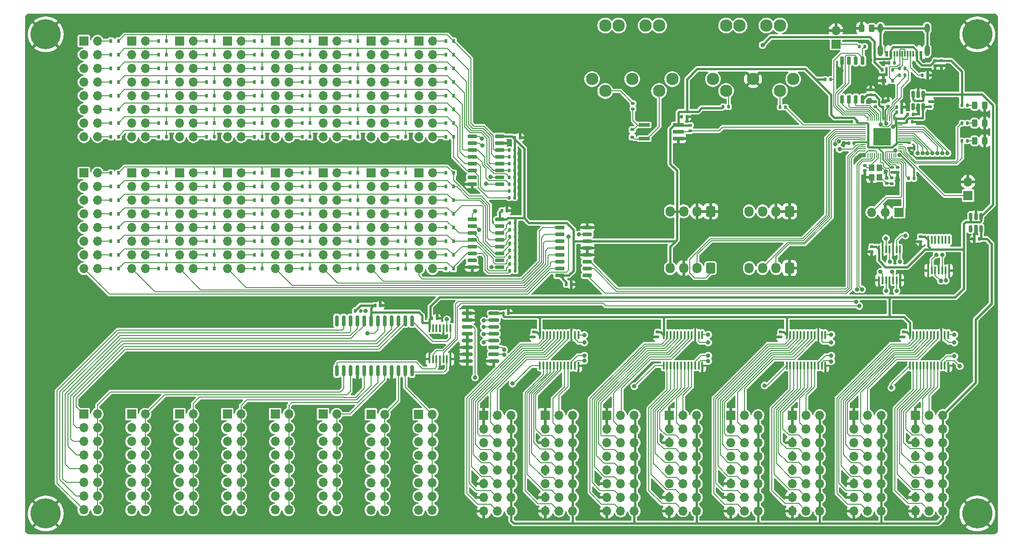
<source format=gtl>
G04 #@! TF.GenerationSoftware,KiCad,Pcbnew,7.0.8*
G04 #@! TF.CreationDate,2023-10-07T11:33:10+02:00*
G04 #@! TF.ProjectId,OpenDeck-r3.1.2,4f70656e-4465-4636-9b2d-72332e312e32,rev?*
G04 #@! TF.SameCoordinates,Original*
G04 #@! TF.FileFunction,Copper,L1,Top*
G04 #@! TF.FilePolarity,Positive*
%FSLAX46Y46*%
G04 Gerber Fmt 4.6, Leading zero omitted, Abs format (unit mm)*
G04 Created by KiCad (PCBNEW 7.0.8) date 2023-10-07 11:33:10*
%MOMM*%
%LPD*%
G01*
G04 APERTURE LIST*
G04 Aperture macros list*
%AMRoundRect*
0 Rectangle with rounded corners*
0 $1 Rounding radius*
0 $2 $3 $4 $5 $6 $7 $8 $9 X,Y pos of 4 corners*
0 Add a 4 corners polygon primitive as box body*
4,1,4,$2,$3,$4,$5,$6,$7,$8,$9,$2,$3,0*
0 Add four circle primitives for the rounded corners*
1,1,$1+$1,$2,$3*
1,1,$1+$1,$4,$5*
1,1,$1+$1,$6,$7*
1,1,$1+$1,$8,$9*
0 Add four rect primitives between the rounded corners*
20,1,$1+$1,$2,$3,$4,$5,0*
20,1,$1+$1,$4,$5,$6,$7,0*
20,1,$1+$1,$6,$7,$8,$9,0*
20,1,$1+$1,$8,$9,$2,$3,0*%
G04 Aperture macros list end*
G04 #@! TA.AperFunction,SMDPad,CuDef*
%ADD10R,0.600000X0.700000*%
G04 #@! TD*
G04 #@! TA.AperFunction,SMDPad,CuDef*
%ADD11RoundRect,0.140000X0.170000X-0.140000X0.170000X0.140000X-0.170000X0.140000X-0.170000X-0.140000X0*%
G04 #@! TD*
G04 #@! TA.AperFunction,ComponentPad*
%ADD12R,1.700000X1.700000*%
G04 #@! TD*
G04 #@! TA.AperFunction,ComponentPad*
%ADD13O,1.700000X1.700000*%
G04 #@! TD*
G04 #@! TA.AperFunction,SMDPad,CuDef*
%ADD14RoundRect,0.243750X0.243750X0.456250X-0.243750X0.456250X-0.243750X-0.456250X0.243750X-0.456250X0*%
G04 #@! TD*
G04 #@! TA.AperFunction,SMDPad,CuDef*
%ADD15RoundRect,0.135000X-0.135000X-0.185000X0.135000X-0.185000X0.135000X0.185000X-0.135000X0.185000X0*%
G04 #@! TD*
G04 #@! TA.AperFunction,ComponentPad*
%ADD16C,5.600000*%
G04 #@! TD*
G04 #@! TA.AperFunction,ComponentPad*
%ADD17RoundRect,0.250000X0.600000X0.725000X-0.600000X0.725000X-0.600000X-0.725000X0.600000X-0.725000X0*%
G04 #@! TD*
G04 #@! TA.AperFunction,ComponentPad*
%ADD18O,1.700000X1.950000*%
G04 #@! TD*
G04 #@! TA.AperFunction,SMDPad,CuDef*
%ADD19RoundRect,0.140000X0.140000X0.170000X-0.140000X0.170000X-0.140000X-0.170000X0.140000X-0.170000X0*%
G04 #@! TD*
G04 #@! TA.AperFunction,SMDPad,CuDef*
%ADD20RoundRect,0.135000X-0.185000X0.135000X-0.185000X-0.135000X0.185000X-0.135000X0.185000X0.135000X0*%
G04 #@! TD*
G04 #@! TA.AperFunction,ComponentPad*
%ADD21C,2.300000*%
G04 #@! TD*
G04 #@! TA.AperFunction,SMDPad,CuDef*
%ADD22RoundRect,0.140000X-0.140000X-0.170000X0.140000X-0.170000X0.140000X0.170000X-0.140000X0.170000X0*%
G04 #@! TD*
G04 #@! TA.AperFunction,SMDPad,CuDef*
%ADD23RoundRect,0.140000X-0.170000X0.140000X-0.170000X-0.140000X0.170000X-0.140000X0.170000X0.140000X0*%
G04 #@! TD*
G04 #@! TA.AperFunction,SMDPad,CuDef*
%ADD24RoundRect,0.150000X-0.150000X0.650000X-0.150000X-0.650000X0.150000X-0.650000X0.150000X0.650000X0*%
G04 #@! TD*
G04 #@! TA.AperFunction,SMDPad,CuDef*
%ADD25RoundRect,0.150000X-0.725000X-0.150000X0.725000X-0.150000X0.725000X0.150000X-0.725000X0.150000X0*%
G04 #@! TD*
G04 #@! TA.AperFunction,SMDPad,CuDef*
%ADD26R,1.000000X1.150000*%
G04 #@! TD*
G04 #@! TA.AperFunction,SMDPad,CuDef*
%ADD27RoundRect,0.150000X-0.150000X0.512500X-0.150000X-0.512500X0.150000X-0.512500X0.150000X0.512500X0*%
G04 #@! TD*
G04 #@! TA.AperFunction,SMDPad,CuDef*
%ADD28RoundRect,0.100000X0.100000X-0.637500X0.100000X0.637500X-0.100000X0.637500X-0.100000X-0.637500X0*%
G04 #@! TD*
G04 #@! TA.AperFunction,SMDPad,CuDef*
%ADD29R,0.700000X0.600000*%
G04 #@! TD*
G04 #@! TA.AperFunction,SMDPad,CuDef*
%ADD30RoundRect,0.135000X0.185000X-0.135000X0.185000X0.135000X-0.185000X0.135000X-0.185000X-0.135000X0*%
G04 #@! TD*
G04 #@! TA.AperFunction,SMDPad,CuDef*
%ADD31RoundRect,0.150000X-0.825000X-0.150000X0.825000X-0.150000X0.825000X0.150000X-0.825000X0.150000X0*%
G04 #@! TD*
G04 #@! TA.AperFunction,SMDPad,CuDef*
%ADD32RoundRect,0.150000X0.150000X-0.875000X0.150000X0.875000X-0.150000X0.875000X-0.150000X-0.875000X0*%
G04 #@! TD*
G04 #@! TA.AperFunction,SMDPad,CuDef*
%ADD33RoundRect,0.135000X0.135000X0.185000X-0.135000X0.185000X-0.135000X-0.185000X0.135000X-0.185000X0*%
G04 #@! TD*
G04 #@! TA.AperFunction,SMDPad,CuDef*
%ADD34RoundRect,0.050000X-0.387500X-0.050000X0.387500X-0.050000X0.387500X0.050000X-0.387500X0.050000X0*%
G04 #@! TD*
G04 #@! TA.AperFunction,SMDPad,CuDef*
%ADD35RoundRect,0.050000X-0.050000X-0.387500X0.050000X-0.387500X0.050000X0.387500X-0.050000X0.387500X0*%
G04 #@! TD*
G04 #@! TA.AperFunction,SMDPad,CuDef*
%ADD36R,3.200000X3.200000*%
G04 #@! TD*
G04 #@! TA.AperFunction,SMDPad,CuDef*
%ADD37R,1.000000X0.700000*%
G04 #@! TD*
G04 #@! TA.AperFunction,SMDPad,CuDef*
%ADD38RoundRect,0.150000X0.725000X0.150000X-0.725000X0.150000X-0.725000X-0.150000X0.725000X-0.150000X0*%
G04 #@! TD*
G04 #@! TA.AperFunction,SMDPad,CuDef*
%ADD39R,0.600000X1.140000*%
G04 #@! TD*
G04 #@! TA.AperFunction,SMDPad,CuDef*
%ADD40R,0.300000X1.140000*%
G04 #@! TD*
G04 #@! TA.AperFunction,ComponentPad*
%ADD41O,0.950000X2.050000*%
G04 #@! TD*
G04 #@! TA.AperFunction,ComponentPad*
%ADD42O,0.950000X1.750000*%
G04 #@! TD*
G04 #@! TA.AperFunction,SMDPad,CuDef*
%ADD43RoundRect,0.250000X-0.262500X-0.450000X0.262500X-0.450000X0.262500X0.450000X-0.262500X0.450000X0*%
G04 #@! TD*
G04 #@! TA.AperFunction,SMDPad,CuDef*
%ADD44R,2.000000X0.640000*%
G04 #@! TD*
G04 #@! TA.AperFunction,ViaPad*
%ADD45C,0.800000*%
G04 #@! TD*
G04 #@! TA.AperFunction,Conductor*
%ADD46C,0.203200*%
G04 #@! TD*
G04 #@! TA.AperFunction,Conductor*
%ADD47C,0.406400*%
G04 #@! TD*
G04 #@! TA.AperFunction,Conductor*
%ADD48C,0.304800*%
G04 #@! TD*
G04 #@! TA.AperFunction,Conductor*
%ADD49C,0.254000*%
G04 #@! TD*
G04 APERTURE END LIST*
D10*
X141540000Y-36322000D03*
X142940000Y-36322000D03*
X132650000Y-36322000D03*
X134050000Y-36322000D03*
X123760000Y-46482000D03*
X125160000Y-46482000D03*
X114870000Y-46482000D03*
X116270000Y-46482000D03*
D11*
X241401600Y-43329800D03*
X241401600Y-42369800D03*
D12*
X166365000Y-100775000D03*
D13*
X166365000Y-103315000D03*
X166365000Y-105855000D03*
X166365000Y-108395000D03*
X166365000Y-110935000D03*
X166365000Y-113475000D03*
X166365000Y-116015000D03*
X166365000Y-118555000D03*
X168905000Y-100775000D03*
X168905000Y-103315000D03*
X168905000Y-105855000D03*
X168905000Y-108395000D03*
X168905000Y-110935000D03*
X168905000Y-113475000D03*
X168905000Y-116015000D03*
X168905000Y-118555000D03*
X171445000Y-100775000D03*
X171445000Y-103315000D03*
X171445000Y-105855000D03*
X171445000Y-108395000D03*
X171445000Y-110935000D03*
X171445000Y-113475000D03*
X171445000Y-116015000D03*
X171445000Y-118555000D03*
D10*
X132650000Y-65913000D03*
X134050000Y-65913000D03*
D14*
X259382500Y-43180000D03*
X257507500Y-43180000D03*
D15*
X171194000Y-68834000D03*
X172214000Y-68834000D03*
D16*
X258000000Y-30000000D03*
D10*
X141540000Y-31242000D03*
X142940000Y-31242000D03*
X105980000Y-46482000D03*
X107380000Y-46482000D03*
X159320000Y-33782000D03*
X160720000Y-33782000D03*
D17*
X208474000Y-73406000D03*
D18*
X205974000Y-73406000D03*
X203474000Y-73406000D03*
X200974000Y-73406000D03*
D15*
X171194000Y-67564000D03*
X172214000Y-67564000D03*
D12*
X256286000Y-59944000D03*
D13*
X256286000Y-57404000D03*
D15*
X171067000Y-59065640D03*
X172087000Y-59065640D03*
D11*
X243225000Y-55630000D03*
X243225000Y-54670000D03*
D10*
X159320000Y-38862000D03*
X160720000Y-38862000D03*
D19*
X235633200Y-46228000D03*
X234673200Y-46228000D03*
D10*
X123760000Y-36322000D03*
X125160000Y-36322000D03*
D15*
X171067000Y-57795640D03*
X172087000Y-57795640D03*
D10*
X97090000Y-73533000D03*
X98490000Y-73533000D03*
D20*
X204700000Y-46890000D03*
X204700000Y-47910000D03*
D10*
X105980000Y-31242000D03*
X107380000Y-31242000D03*
D17*
X223123000Y-62882000D03*
D18*
X220623000Y-62882000D03*
X218123000Y-62882000D03*
X215623000Y-62882000D03*
D10*
X105980000Y-70993000D03*
X107380000Y-70993000D03*
D21*
X208908000Y-38313000D03*
X216358000Y-38313000D03*
X223808000Y-38313000D03*
X211358000Y-40513000D03*
X221358000Y-40513000D03*
X221358000Y-28363000D03*
X211358000Y-28363000D03*
X213858000Y-28363000D03*
X218858000Y-28363000D03*
D10*
X97090000Y-70993000D03*
X98490000Y-70993000D03*
X159320000Y-65913000D03*
X160720000Y-65913000D03*
X105980000Y-43942000D03*
X107380000Y-43942000D03*
X105980000Y-36322000D03*
X107380000Y-36322000D03*
D11*
X250190000Y-35836800D03*
X250190000Y-34876800D03*
D10*
X132650000Y-41402000D03*
X134050000Y-41402000D03*
D12*
X223652000Y-100745000D03*
D13*
X223652000Y-103285000D03*
X223652000Y-105825000D03*
X223652000Y-108365000D03*
X223652000Y-110905000D03*
X223652000Y-113445000D03*
X223652000Y-115985000D03*
X223652000Y-118525000D03*
X226192000Y-100745000D03*
X226192000Y-103285000D03*
X226192000Y-105825000D03*
X226192000Y-108365000D03*
X226192000Y-110905000D03*
X226192000Y-113445000D03*
X226192000Y-115985000D03*
X226192000Y-118525000D03*
X228732000Y-100745000D03*
X228732000Y-103285000D03*
X228732000Y-105825000D03*
X228732000Y-108365000D03*
X228732000Y-110905000D03*
X228732000Y-113445000D03*
X228732000Y-115985000D03*
X228732000Y-118525000D03*
D12*
X100930596Y-100545916D03*
D13*
X103470596Y-100545916D03*
X100930596Y-103085916D03*
X103470596Y-103085916D03*
X100930596Y-105625916D03*
X103470596Y-105625916D03*
X100930596Y-108165916D03*
X103470596Y-108165916D03*
X100930596Y-110705916D03*
X103470596Y-110705916D03*
X100930596Y-113245916D03*
X103470596Y-113245916D03*
X100930596Y-115785916D03*
X103470596Y-115785916D03*
X100930596Y-118325916D03*
X103470596Y-118325916D03*
D15*
X171067000Y-53985640D03*
X172087000Y-53985640D03*
D10*
X123760000Y-33782000D03*
X125160000Y-33782000D03*
D17*
X223139000Y-73406000D03*
D18*
X220639000Y-73406000D03*
X218139000Y-73406000D03*
X215639000Y-73406000D03*
D11*
X238201200Y-41272400D03*
X238201200Y-40312400D03*
D22*
X243029800Y-44475400D03*
X243989800Y-44475400D03*
D10*
X150430000Y-68453000D03*
X151830000Y-68453000D03*
D19*
X173073000Y-49159640D03*
X172113000Y-49159640D03*
D23*
X249250000Y-42495000D03*
X249250000Y-43455000D03*
D12*
X92075000Y-55753000D03*
D13*
X94615000Y-55753000D03*
X92075000Y-58293000D03*
X94615000Y-58293000D03*
X92075000Y-60833000D03*
X94615000Y-60833000D03*
X92075000Y-63373000D03*
X94615000Y-63373000D03*
X92075000Y-65913000D03*
X94615000Y-65913000D03*
X92075000Y-68453000D03*
X94615000Y-68453000D03*
X92075000Y-70993000D03*
X94615000Y-70993000D03*
X92075000Y-73533000D03*
X94615000Y-73533000D03*
D15*
X247775000Y-37592000D03*
X248795000Y-37592000D03*
D10*
X132650000Y-58293000D03*
X134050000Y-58293000D03*
D15*
X171067000Y-55255640D03*
X172087000Y-55255640D03*
D12*
X109855000Y-55753000D03*
D13*
X112395000Y-55753000D03*
X109855000Y-58293000D03*
X112395000Y-58293000D03*
X109855000Y-60833000D03*
X112395000Y-60833000D03*
X109855000Y-63373000D03*
X112395000Y-63373000D03*
X109855000Y-65913000D03*
X112395000Y-65913000D03*
X109855000Y-68453000D03*
X112395000Y-68453000D03*
X109855000Y-70993000D03*
X112395000Y-70993000D03*
X109855000Y-73533000D03*
X112395000Y-73533000D03*
D10*
X132650000Y-55753000D03*
X134050000Y-55753000D03*
D12*
X243469400Y-63042800D03*
D13*
X240929400Y-63042800D03*
X238389400Y-63042800D03*
D15*
X171067000Y-52715640D03*
X172087000Y-52715640D03*
D10*
X150430000Y-36322000D03*
X151830000Y-36322000D03*
X97090000Y-49022000D03*
X98490000Y-49022000D03*
X97090000Y-31242000D03*
X98490000Y-31242000D03*
D19*
X235074400Y-50190400D03*
X234114400Y-50190400D03*
D10*
X114870000Y-70993000D03*
X116270000Y-70993000D03*
D12*
X136525000Y-31242000D03*
D13*
X139065000Y-31242000D03*
X136525000Y-33782000D03*
X139065000Y-33782000D03*
X136525000Y-36322000D03*
X139065000Y-36322000D03*
X136525000Y-38862000D03*
X139065000Y-38862000D03*
X136525000Y-41402000D03*
X139065000Y-41402000D03*
X136525000Y-43942000D03*
X139065000Y-43942000D03*
X136525000Y-46482000D03*
X139065000Y-46482000D03*
X136525000Y-49022000D03*
X139065000Y-49022000D03*
D15*
X171194000Y-70104000D03*
X172214000Y-70104000D03*
D24*
X236728000Y-34881000D03*
X235458000Y-34881000D03*
X234188000Y-34881000D03*
X232918000Y-34881000D03*
X232918000Y-42081000D03*
X234188000Y-42081000D03*
X235458000Y-42081000D03*
X236728000Y-42081000D03*
D12*
X109855000Y-31242000D03*
D13*
X112395000Y-31242000D03*
X109855000Y-33782000D03*
X112395000Y-33782000D03*
X109855000Y-36322000D03*
X112395000Y-36322000D03*
X109855000Y-38862000D03*
X112395000Y-38862000D03*
X109855000Y-41402000D03*
X112395000Y-41402000D03*
X109855000Y-43942000D03*
X112395000Y-43942000D03*
X109855000Y-46482000D03*
X112395000Y-46482000D03*
X109855000Y-49022000D03*
X112395000Y-49022000D03*
D16*
X258000000Y-119000000D03*
D19*
X243989800Y-43484800D03*
X243029800Y-43484800D03*
D10*
X97090000Y-41402000D03*
X98490000Y-41402000D03*
X159320000Y-63373000D03*
X160720000Y-63373000D03*
D14*
X259382500Y-49784000D03*
X257507500Y-49784000D03*
D10*
X105980000Y-73533000D03*
X107380000Y-73533000D03*
X114870000Y-73533000D03*
X116270000Y-73533000D03*
X123760000Y-60833000D03*
X125160000Y-60833000D03*
X159320000Y-60833000D03*
X160720000Y-60833000D03*
D12*
X100965000Y-55753000D03*
D13*
X103505000Y-55753000D03*
X100965000Y-58293000D03*
X103505000Y-58293000D03*
X100965000Y-60833000D03*
X103505000Y-60833000D03*
X100965000Y-63373000D03*
X103505000Y-63373000D03*
X100965000Y-65913000D03*
X103505000Y-65913000D03*
X100965000Y-68453000D03*
X103505000Y-68453000D03*
X100965000Y-70993000D03*
X103505000Y-70993000D03*
X100965000Y-73533000D03*
X103505000Y-73533000D03*
D25*
X164176000Y-64389000D03*
X164176000Y-65659000D03*
X164176000Y-66929000D03*
X164176000Y-68199000D03*
X164176000Y-69469000D03*
X164176000Y-70739000D03*
X164176000Y-72009000D03*
X164176000Y-73279000D03*
X169326000Y-73279000D03*
X169326000Y-72009000D03*
X169326000Y-70739000D03*
X169326000Y-69469000D03*
X169326000Y-68199000D03*
X169326000Y-66929000D03*
X169326000Y-65659000D03*
X169326000Y-64389000D03*
D15*
X171067000Y-51445640D03*
X172087000Y-51445640D03*
D26*
X238415600Y-54775000D03*
X238415600Y-56525000D03*
X239815600Y-56525000D03*
X239815600Y-54775000D03*
D10*
X150430000Y-41402000D03*
X151830000Y-41402000D03*
X123760000Y-55753000D03*
X125160000Y-55753000D03*
D27*
X258699000Y-63825250D03*
X257749000Y-63825250D03*
X256799000Y-63825250D03*
X256799000Y-66100250D03*
X258699000Y-66100250D03*
D23*
X245313200Y-50167600D03*
X245313200Y-51127600D03*
D19*
X182598000Y-76454000D03*
X181638000Y-76454000D03*
D11*
X238404400Y-70380800D03*
X238404400Y-69420800D03*
D28*
X248875000Y-73855500D03*
X249525000Y-73855500D03*
X250175000Y-73855500D03*
X250825000Y-73855500D03*
X251475000Y-73855500D03*
X252125000Y-73855500D03*
X252775000Y-73855500D03*
X252775000Y-68130500D03*
X252125000Y-68130500D03*
X251475000Y-68130500D03*
X250825000Y-68130500D03*
X250175000Y-68130500D03*
X249525000Y-68130500D03*
X248875000Y-68130500D03*
D10*
X105980000Y-33782000D03*
X107380000Y-33782000D03*
D12*
X136490596Y-100545916D03*
D13*
X139030596Y-100545916D03*
X136490596Y-103085916D03*
X139030596Y-103085916D03*
X136490596Y-105625916D03*
X139030596Y-105625916D03*
X136490596Y-108165916D03*
X139030596Y-108165916D03*
X136490596Y-110705916D03*
X139030596Y-110705916D03*
X136490596Y-113245916D03*
X139030596Y-113245916D03*
X136490596Y-115785916D03*
X139030596Y-115785916D03*
X136490596Y-118325916D03*
X139030596Y-118325916D03*
D19*
X157676000Y-82765916D03*
X156716000Y-82765916D03*
D10*
X123760000Y-41402000D03*
X125160000Y-41402000D03*
D12*
X92075000Y-31242000D03*
D13*
X94615000Y-31242000D03*
X92075000Y-33782000D03*
X94615000Y-33782000D03*
X92075000Y-36322000D03*
X94615000Y-36322000D03*
X92075000Y-38862000D03*
X94615000Y-38862000D03*
X92075000Y-41402000D03*
X94615000Y-41402000D03*
X92075000Y-43942000D03*
X94615000Y-43942000D03*
X92075000Y-46482000D03*
X94615000Y-46482000D03*
X92075000Y-49022000D03*
X94615000Y-49022000D03*
D12*
X92040596Y-100530916D03*
D13*
X94580596Y-100530916D03*
X92040596Y-103070916D03*
X94580596Y-103070916D03*
X92040596Y-105610916D03*
X94580596Y-105610916D03*
X92040596Y-108150916D03*
X94580596Y-108150916D03*
X92040596Y-110690916D03*
X94580596Y-110690916D03*
X92040596Y-113230916D03*
X94580596Y-113230916D03*
X92040596Y-115770916D03*
X94580596Y-115770916D03*
X92040596Y-118310916D03*
X94580596Y-118310916D03*
D15*
X171194000Y-66294000D03*
X172214000Y-66294000D03*
D10*
X132650000Y-73533000D03*
X134050000Y-73533000D03*
D28*
X239756400Y-75658900D03*
X240406400Y-75658900D03*
X241056400Y-75658900D03*
X241706400Y-75658900D03*
X242356400Y-75658900D03*
X243006400Y-75658900D03*
X243656400Y-75658900D03*
X243656400Y-69933900D03*
X243006400Y-69933900D03*
X242356400Y-69933900D03*
X241706400Y-69933900D03*
X241056400Y-69933900D03*
X240406400Y-69933900D03*
X239756400Y-69933900D03*
D15*
X171194000Y-73914000D03*
X172214000Y-73914000D03*
D14*
X259382500Y-46482000D03*
X257507500Y-46482000D03*
D10*
X114870000Y-65913000D03*
X116270000Y-65913000D03*
X159320000Y-41402000D03*
X160720000Y-41402000D03*
D29*
X193929000Y-47687000D03*
X193929000Y-49087000D03*
D15*
X171194000Y-71374000D03*
X172214000Y-71374000D03*
D28*
X156262000Y-90327416D03*
X156912000Y-90327416D03*
X157562000Y-90327416D03*
X158212000Y-90327416D03*
X158862000Y-90327416D03*
X159512000Y-90327416D03*
X160162000Y-90327416D03*
X160162000Y-84602416D03*
X159512000Y-84602416D03*
X158862000Y-84602416D03*
X158212000Y-84602416D03*
X157562000Y-84602416D03*
X156912000Y-84602416D03*
X156262000Y-84602416D03*
D10*
X97090000Y-63373000D03*
X98490000Y-63373000D03*
D30*
X242150000Y-57710800D03*
X242150000Y-56690800D03*
D10*
X150430000Y-60833000D03*
X151830000Y-60833000D03*
X105980000Y-38862000D03*
X107380000Y-38862000D03*
X150430000Y-58293000D03*
X151830000Y-58293000D03*
X159320000Y-58293000D03*
X160720000Y-58293000D03*
X114870000Y-33782000D03*
X116270000Y-33782000D03*
X159320000Y-36322000D03*
X160720000Y-36322000D03*
X123760000Y-43942000D03*
X125160000Y-43942000D03*
D31*
X163250000Y-81805000D03*
X163250000Y-83075000D03*
X163250000Y-84345000D03*
X163250000Y-85615000D03*
X163250000Y-86885000D03*
X163250000Y-88155000D03*
X163250000Y-89425000D03*
X163250000Y-90695000D03*
X168200000Y-90695000D03*
X168200000Y-89425000D03*
X168200000Y-88155000D03*
X168200000Y-86885000D03*
X168200000Y-85615000D03*
X168200000Y-84345000D03*
X168200000Y-83075000D03*
X168200000Y-81805000D03*
D10*
X105980000Y-63373000D03*
X107380000Y-63373000D03*
X132650000Y-43942000D03*
X134050000Y-43942000D03*
X159320000Y-55753000D03*
X160720000Y-55753000D03*
D28*
X245472000Y-91542500D03*
X246122000Y-91542500D03*
X246772000Y-91542500D03*
X247422000Y-91542500D03*
X248072000Y-91542500D03*
X248722000Y-91542500D03*
X249372000Y-91542500D03*
X250022000Y-91542500D03*
X250672000Y-91542500D03*
X251322000Y-91542500D03*
X251972000Y-91542500D03*
X252622000Y-91542500D03*
X252622000Y-85817500D03*
X251972000Y-85817500D03*
X251322000Y-85817500D03*
X250672000Y-85817500D03*
X250022000Y-85817500D03*
X249372000Y-85817500D03*
X248722000Y-85817500D03*
X248072000Y-85817500D03*
X247422000Y-85817500D03*
X246772000Y-85817500D03*
X246122000Y-85817500D03*
X245472000Y-85817500D03*
D32*
X139035000Y-92495916D03*
X140305000Y-92495916D03*
X141575000Y-92495916D03*
X142845000Y-92495916D03*
X144115000Y-92495916D03*
X145385000Y-92495916D03*
X146655000Y-92495916D03*
X147925000Y-92495916D03*
X149195000Y-92495916D03*
X150465000Y-92495916D03*
X151735000Y-92495916D03*
X153005000Y-92495916D03*
X153005000Y-83195916D03*
X151735000Y-83195916D03*
X150465000Y-83195916D03*
X149195000Y-83195916D03*
X147925000Y-83195916D03*
X146655000Y-83195916D03*
X145385000Y-83195916D03*
X144115000Y-83195916D03*
X142845000Y-83195916D03*
X141575000Y-83195916D03*
X140305000Y-83195916D03*
X139035000Y-83195916D03*
D10*
X141540000Y-38862000D03*
X142940000Y-38862000D03*
D17*
X208474000Y-62882000D03*
D18*
X205974000Y-62882000D03*
X203474000Y-62882000D03*
X200974000Y-62882000D03*
D10*
X114870000Y-68453000D03*
X116270000Y-68453000D03*
D15*
X221352000Y-43520000D03*
X222372000Y-43520000D03*
D33*
X246260000Y-56775000D03*
X245240000Y-56775000D03*
D11*
X244348000Y-86205000D03*
X244348000Y-85245000D03*
D12*
X246507000Y-100745000D03*
D13*
X246507000Y-103285000D03*
X246507000Y-105825000D03*
X246507000Y-108365000D03*
X246507000Y-110905000D03*
X246507000Y-113445000D03*
X246507000Y-115985000D03*
X246507000Y-118525000D03*
X249047000Y-100745000D03*
X249047000Y-103285000D03*
X249047000Y-105825000D03*
X249047000Y-108365000D03*
X249047000Y-110905000D03*
X249047000Y-113445000D03*
X249047000Y-115985000D03*
X249047000Y-118525000D03*
X251587000Y-100745000D03*
X251587000Y-103285000D03*
X251587000Y-105825000D03*
X251587000Y-108365000D03*
X251587000Y-110905000D03*
X251587000Y-113445000D03*
X251587000Y-115985000D03*
X251587000Y-118525000D03*
D10*
X114870000Y-31242000D03*
X116270000Y-31242000D03*
X150430000Y-31242000D03*
X151830000Y-31242000D03*
X114870000Y-55753000D03*
X116270000Y-55753000D03*
X105980000Y-55753000D03*
X107380000Y-55753000D03*
D11*
X247446800Y-68501200D03*
X247446800Y-67541200D03*
D10*
X132650000Y-70993000D03*
X134050000Y-70993000D03*
D28*
X199757000Y-91542500D03*
X200407000Y-91542500D03*
X201057000Y-91542500D03*
X201707000Y-91542500D03*
X202357000Y-91542500D03*
X203007000Y-91542500D03*
X203657000Y-91542500D03*
X204307000Y-91542500D03*
X204957000Y-91542500D03*
X205607000Y-91542500D03*
X206257000Y-91542500D03*
X206907000Y-91542500D03*
X206907000Y-85817500D03*
X206257000Y-85817500D03*
X205607000Y-85817500D03*
X204957000Y-85817500D03*
X204307000Y-85817500D03*
X203657000Y-85817500D03*
X203007000Y-85817500D03*
X202357000Y-85817500D03*
X201707000Y-85817500D03*
X201057000Y-85817500D03*
X200407000Y-85817500D03*
X199757000Y-85817500D03*
D12*
X136525000Y-55753000D03*
D13*
X139065000Y-55753000D03*
X136525000Y-58293000D03*
X139065000Y-58293000D03*
X136525000Y-60833000D03*
X139065000Y-60833000D03*
X136525000Y-63373000D03*
X139065000Y-63373000D03*
X136525000Y-65913000D03*
X139065000Y-65913000D03*
X136525000Y-68453000D03*
X139065000Y-68453000D03*
X136525000Y-70993000D03*
X139065000Y-70993000D03*
X136525000Y-73533000D03*
X139065000Y-73533000D03*
D10*
X150430000Y-38862000D03*
X151830000Y-38862000D03*
X114870000Y-38862000D03*
X116270000Y-38862000D03*
D34*
X236855000Y-46457000D03*
X236855000Y-46857000D03*
X236855000Y-47257000D03*
X236855000Y-47657000D03*
X236855000Y-48057000D03*
X236855000Y-48457000D03*
X236855000Y-48857000D03*
X236855000Y-49257000D03*
X236855000Y-49657000D03*
X236855000Y-50057000D03*
X236855000Y-50457000D03*
X236855000Y-50857000D03*
X236855000Y-51257000D03*
X236855000Y-51657000D03*
D35*
X237692500Y-52494500D03*
X238092500Y-52494500D03*
X238492500Y-52494500D03*
X238892500Y-52494500D03*
X239292500Y-52494500D03*
X239692500Y-52494500D03*
X240092500Y-52494500D03*
X240492500Y-52494500D03*
X240892500Y-52494500D03*
X241292500Y-52494500D03*
X241692500Y-52494500D03*
X242092500Y-52494500D03*
X242492500Y-52494500D03*
X242892500Y-52494500D03*
D34*
X243730000Y-51657000D03*
X243730000Y-51257000D03*
X243730000Y-50857000D03*
X243730000Y-50457000D03*
X243730000Y-50057000D03*
X243730000Y-49657000D03*
X243730000Y-49257000D03*
X243730000Y-48857000D03*
X243730000Y-48457000D03*
X243730000Y-48057000D03*
X243730000Y-47657000D03*
X243730000Y-47257000D03*
X243730000Y-46857000D03*
X243730000Y-46457000D03*
D35*
X242892500Y-45619500D03*
X242492500Y-45619500D03*
X242092500Y-45619500D03*
X241692500Y-45619500D03*
X241292500Y-45619500D03*
X240892500Y-45619500D03*
X240492500Y-45619500D03*
X240092500Y-45619500D03*
X239692500Y-45619500D03*
X239292500Y-45619500D03*
X238892500Y-45619500D03*
X238492500Y-45619500D03*
X238092500Y-45619500D03*
X237692500Y-45619500D03*
D36*
X240292500Y-49057000D03*
D10*
X141540000Y-49022000D03*
X142940000Y-49022000D03*
D23*
X241150000Y-56746200D03*
X241150000Y-57706200D03*
D10*
X141540000Y-41402000D03*
X142940000Y-41402000D03*
D37*
X240550000Y-38592000D03*
D10*
X242250000Y-38592000D03*
X242250000Y-36592000D03*
X240350000Y-36592000D03*
X132650000Y-60833000D03*
X134050000Y-60833000D03*
X150430000Y-73533000D03*
X151830000Y-73533000D03*
X123760000Y-31242000D03*
X125160000Y-31242000D03*
D12*
X145415000Y-31242000D03*
D13*
X147955000Y-31242000D03*
X145415000Y-33782000D03*
X147955000Y-33782000D03*
X145415000Y-36322000D03*
X147955000Y-36322000D03*
X145415000Y-38862000D03*
X147955000Y-38862000D03*
X145415000Y-41402000D03*
X147955000Y-41402000D03*
X145415000Y-43942000D03*
X147955000Y-43942000D03*
X145415000Y-46482000D03*
X147955000Y-46482000D03*
X145415000Y-49022000D03*
X147955000Y-49022000D03*
D28*
X222617000Y-91542500D03*
X223267000Y-91542500D03*
X223917000Y-91542500D03*
X224567000Y-91542500D03*
X225217000Y-91542500D03*
X225867000Y-91542500D03*
X226517000Y-91542500D03*
X227167000Y-91542500D03*
X227817000Y-91542500D03*
X228467000Y-91542500D03*
X229117000Y-91542500D03*
X229767000Y-91542500D03*
X229767000Y-85817500D03*
X229117000Y-85817500D03*
X228467000Y-85817500D03*
X227817000Y-85817500D03*
X227167000Y-85817500D03*
X226517000Y-85817500D03*
X225867000Y-85817500D03*
X225217000Y-85817500D03*
X224567000Y-85817500D03*
X223917000Y-85817500D03*
X223267000Y-85817500D03*
X222617000Y-85817500D03*
D27*
X247975000Y-41178900D03*
X247025000Y-41178900D03*
X246075000Y-41178900D03*
X246075000Y-43453900D03*
X247975000Y-43453900D03*
D10*
X159320000Y-46482000D03*
X160720000Y-46482000D03*
X141540000Y-70993000D03*
X142940000Y-70993000D03*
X114870000Y-49022000D03*
X116270000Y-49022000D03*
X97090000Y-46482000D03*
X98490000Y-46482000D03*
D19*
X204080000Y-45300000D03*
X203120000Y-45300000D03*
D11*
X240411000Y-43533000D03*
X240411000Y-42573000D03*
D12*
X127635000Y-31242000D03*
D13*
X130175000Y-31242000D03*
X127635000Y-33782000D03*
X130175000Y-33782000D03*
X127635000Y-36322000D03*
X130175000Y-36322000D03*
X127635000Y-38862000D03*
X130175000Y-38862000D03*
X127635000Y-41402000D03*
X130175000Y-41402000D03*
X127635000Y-43942000D03*
X130175000Y-43942000D03*
X127635000Y-46482000D03*
X130175000Y-46482000D03*
X127635000Y-49022000D03*
X130175000Y-49022000D03*
D23*
X242225000Y-54670000D03*
X242225000Y-55630000D03*
D21*
X186458000Y-38313000D03*
X193908000Y-38313000D03*
X201358000Y-38313000D03*
X188908000Y-40513000D03*
X198908000Y-40513000D03*
X198908000Y-28363000D03*
X188908000Y-28363000D03*
X191408000Y-28363000D03*
X196408000Y-28363000D03*
D25*
X164176000Y-48905640D03*
X164176000Y-50175640D03*
X164176000Y-51445640D03*
X164176000Y-52715640D03*
X164176000Y-53985640D03*
X164176000Y-55255640D03*
X164176000Y-56525640D03*
X164176000Y-57795640D03*
X169326000Y-57795640D03*
X169326000Y-56525640D03*
X169326000Y-55255640D03*
X169326000Y-53985640D03*
X169326000Y-52715640D03*
X169326000Y-51445640D03*
X169326000Y-50175640D03*
X169326000Y-48905640D03*
D10*
X132650000Y-68453000D03*
X134050000Y-68453000D03*
X97090000Y-60833000D03*
X98490000Y-60833000D03*
X132650000Y-38862000D03*
X134050000Y-38862000D03*
D22*
X244934800Y-46228000D03*
X245894800Y-46228000D03*
D10*
X141540000Y-33782000D03*
X142940000Y-33782000D03*
D12*
X145415000Y-55753000D03*
D13*
X147955000Y-55753000D03*
X145415000Y-58293000D03*
X147955000Y-58293000D03*
X145415000Y-60833000D03*
X147955000Y-60833000D03*
X145415000Y-63373000D03*
X147955000Y-63373000D03*
X145415000Y-65913000D03*
X147955000Y-65913000D03*
X145415000Y-68453000D03*
X147955000Y-68453000D03*
X145415000Y-70993000D03*
X147955000Y-70993000D03*
X145415000Y-73533000D03*
X147955000Y-73533000D03*
D10*
X123760000Y-49022000D03*
X125160000Y-49022000D03*
X141540000Y-46482000D03*
X142940000Y-46482000D03*
D15*
X243584000Y-36322000D03*
X244604000Y-36322000D03*
D12*
X109820596Y-100545916D03*
D13*
X112360596Y-100545916D03*
X109820596Y-103085916D03*
X112360596Y-103085916D03*
X109820596Y-105625916D03*
X112360596Y-105625916D03*
X109820596Y-108165916D03*
X112360596Y-108165916D03*
X109820596Y-110705916D03*
X112360596Y-110705916D03*
X109820596Y-113245916D03*
X112360596Y-113245916D03*
X109820596Y-115785916D03*
X112360596Y-115785916D03*
X109820596Y-118325916D03*
X112360596Y-118325916D03*
D28*
X176765000Y-91557500D03*
X177415000Y-91557500D03*
X178065000Y-91557500D03*
X178715000Y-91557500D03*
X179365000Y-91557500D03*
X180015000Y-91557500D03*
X180665000Y-91557500D03*
X181315000Y-91557500D03*
X181965000Y-91557500D03*
X182615000Y-91557500D03*
X183265000Y-91557500D03*
X183915000Y-91557500D03*
X183915000Y-85832500D03*
X183265000Y-85832500D03*
X182615000Y-85832500D03*
X181965000Y-85832500D03*
X181315000Y-85832500D03*
X180665000Y-85832500D03*
X180015000Y-85832500D03*
X179365000Y-85832500D03*
X178715000Y-85832500D03*
X178065000Y-85832500D03*
X177415000Y-85832500D03*
X176765000Y-85832500D03*
D22*
X245112600Y-44881800D03*
X246072600Y-44881800D03*
D10*
X150430000Y-49022000D03*
X151830000Y-49022000D03*
D15*
X142464000Y-81353916D03*
X143484000Y-81353916D03*
D12*
X118745000Y-31242000D03*
D13*
X121285000Y-31242000D03*
X118745000Y-33782000D03*
X121285000Y-33782000D03*
X118745000Y-36322000D03*
X121285000Y-36322000D03*
X118745000Y-38862000D03*
X121285000Y-38862000D03*
X118745000Y-41402000D03*
X121285000Y-41402000D03*
X118745000Y-43942000D03*
X121285000Y-43942000D03*
X118745000Y-46482000D03*
X121285000Y-46482000D03*
X118745000Y-49022000D03*
X121285000Y-49022000D03*
D10*
X141540000Y-68453000D03*
X142940000Y-68453000D03*
D15*
X255141000Y-49784000D03*
X256161000Y-49784000D03*
D10*
X123760000Y-70993000D03*
X125160000Y-70993000D03*
X97090000Y-33782000D03*
X98490000Y-33782000D03*
X132650000Y-33782000D03*
X134050000Y-33782000D03*
X150430000Y-33782000D03*
X151830000Y-33782000D03*
D19*
X170930000Y-81800000D03*
X169970000Y-81800000D03*
D15*
X255141000Y-46482000D03*
X256161000Y-46482000D03*
D10*
X150430000Y-65913000D03*
X151830000Y-65913000D03*
X105980000Y-60833000D03*
X107380000Y-60833000D03*
X114870000Y-60833000D03*
X116270000Y-60833000D03*
X97090000Y-38862000D03*
X98490000Y-38862000D03*
D15*
X255141000Y-43180000D03*
X256161000Y-43180000D03*
D38*
X185582000Y-74803000D03*
X185582000Y-73533000D03*
X185582000Y-72263000D03*
X185582000Y-70993000D03*
X185582000Y-69723000D03*
X185582000Y-68453000D03*
X185582000Y-67183000D03*
X185582000Y-65913000D03*
X180432000Y-65913000D03*
X180432000Y-67183000D03*
X180432000Y-68453000D03*
X180432000Y-69723000D03*
X180432000Y-70993000D03*
X180432000Y-72263000D03*
X180432000Y-73533000D03*
X180432000Y-74803000D03*
D10*
X132650000Y-31242000D03*
X134050000Y-31242000D03*
X150430000Y-46482000D03*
X151830000Y-46482000D03*
D12*
X231749600Y-31805800D03*
D13*
X231749600Y-29265800D03*
D33*
X242597400Y-35306000D03*
X241577400Y-35306000D03*
D12*
X127635000Y-55753000D03*
D13*
X130175000Y-55753000D03*
X127635000Y-58293000D03*
X130175000Y-58293000D03*
X127635000Y-60833000D03*
X130175000Y-60833000D03*
X127635000Y-63373000D03*
X130175000Y-63373000D03*
X127635000Y-65913000D03*
X130175000Y-65913000D03*
X127635000Y-68453000D03*
X130175000Y-68453000D03*
X127635000Y-70993000D03*
X130175000Y-70993000D03*
X127635000Y-73533000D03*
X130175000Y-73533000D03*
D12*
X127600596Y-100545916D03*
D13*
X130140596Y-100545916D03*
X127600596Y-103085916D03*
X130140596Y-103085916D03*
X127600596Y-105625916D03*
X130140596Y-105625916D03*
X127600596Y-108165916D03*
X130140596Y-108165916D03*
X127600596Y-110705916D03*
X130140596Y-110705916D03*
X127600596Y-113245916D03*
X130140596Y-113245916D03*
X127600596Y-115785916D03*
X130140596Y-115785916D03*
X127600596Y-118325916D03*
X130140596Y-118325916D03*
D10*
X141540000Y-63373000D03*
X142940000Y-63373000D03*
D23*
X237100000Y-54370000D03*
X237100000Y-55330000D03*
D10*
X159320000Y-70993000D03*
X160720000Y-70993000D03*
D12*
X200792000Y-100745000D03*
D13*
X200792000Y-103285000D03*
X200792000Y-105825000D03*
X200792000Y-108365000D03*
X200792000Y-110905000D03*
X200792000Y-113445000D03*
X200792000Y-115985000D03*
X200792000Y-118525000D03*
X203332000Y-100745000D03*
X203332000Y-103285000D03*
X203332000Y-105825000D03*
X203332000Y-108365000D03*
X203332000Y-110905000D03*
X203332000Y-113445000D03*
X203332000Y-115985000D03*
X203332000Y-118525000D03*
X205872000Y-100745000D03*
X205872000Y-103285000D03*
X205872000Y-105825000D03*
X205872000Y-108365000D03*
X205872000Y-110905000D03*
X205872000Y-113445000D03*
X205872000Y-115985000D03*
X205872000Y-118525000D03*
D10*
X150430000Y-63373000D03*
X151830000Y-63373000D03*
D16*
X85000000Y-119000000D03*
D10*
X141540000Y-43942000D03*
X142940000Y-43942000D03*
D15*
X171194000Y-72644000D03*
X172214000Y-72644000D03*
D12*
X177800000Y-100760000D03*
D13*
X177800000Y-103300000D03*
X177800000Y-105840000D03*
X177800000Y-108380000D03*
X177800000Y-110920000D03*
X177800000Y-113460000D03*
X177800000Y-116000000D03*
X177800000Y-118540000D03*
X180340000Y-100760000D03*
X180340000Y-103300000D03*
X180340000Y-105840000D03*
X180340000Y-108380000D03*
X180340000Y-110920000D03*
X180340000Y-113460000D03*
X180340000Y-116000000D03*
X180340000Y-118540000D03*
X182880000Y-100760000D03*
X182880000Y-103300000D03*
X182880000Y-105840000D03*
X182880000Y-108380000D03*
X182880000Y-110920000D03*
X182880000Y-113460000D03*
X182880000Y-116000000D03*
X182880000Y-118540000D03*
D10*
X141540000Y-65913000D03*
X142940000Y-65913000D03*
X132650000Y-49022000D03*
X134050000Y-49022000D03*
X123760000Y-73533000D03*
X125160000Y-73533000D03*
X123760000Y-38862000D03*
X125160000Y-38862000D03*
X150430000Y-43942000D03*
X151830000Y-43942000D03*
D16*
X85000000Y-30000000D03*
D10*
X97090000Y-58293000D03*
X98490000Y-58293000D03*
X105980000Y-58293000D03*
X107380000Y-58293000D03*
X97090000Y-43942000D03*
X98490000Y-43942000D03*
X150430000Y-55753000D03*
X151830000Y-55753000D03*
D15*
X171067000Y-56525640D03*
X172087000Y-56525640D03*
D10*
X159320000Y-43942000D03*
X160720000Y-43942000D03*
X150430000Y-70993000D03*
X151830000Y-70993000D03*
X114870000Y-41402000D03*
X116270000Y-41402000D03*
D15*
X229715000Y-38400000D03*
X230735000Y-38400000D03*
D12*
X154305000Y-55753000D03*
D13*
X156845000Y-55753000D03*
X154305000Y-58293000D03*
X156845000Y-58293000D03*
X154305000Y-60833000D03*
X156845000Y-60833000D03*
X154305000Y-63373000D03*
X156845000Y-63373000D03*
X154305000Y-65913000D03*
X156845000Y-65913000D03*
X154305000Y-68453000D03*
X156845000Y-68453000D03*
X154305000Y-70993000D03*
X156845000Y-70993000D03*
X154305000Y-73533000D03*
X156845000Y-73533000D03*
D20*
X194056000Y-42810000D03*
X194056000Y-43830000D03*
D12*
X189230000Y-100760000D03*
D13*
X189230000Y-103300000D03*
X189230000Y-105840000D03*
X189230000Y-108380000D03*
X189230000Y-110920000D03*
X189230000Y-113460000D03*
X189230000Y-116000000D03*
X189230000Y-118540000D03*
X191770000Y-100760000D03*
X191770000Y-103300000D03*
X191770000Y-105840000D03*
X191770000Y-108380000D03*
X191770000Y-110920000D03*
X191770000Y-113460000D03*
X191770000Y-116000000D03*
X191770000Y-118540000D03*
X194310000Y-100760000D03*
X194310000Y-103300000D03*
X194310000Y-105840000D03*
X194310000Y-108380000D03*
X194310000Y-110920000D03*
X194310000Y-113460000D03*
X194310000Y-116000000D03*
X194310000Y-118540000D03*
D15*
X171067000Y-60335640D03*
X172087000Y-60335640D03*
D10*
X123760000Y-63373000D03*
X125160000Y-63373000D03*
X141540000Y-73533000D03*
X142940000Y-73533000D03*
D11*
X221488000Y-86205000D03*
X221488000Y-85245000D03*
D10*
X105980000Y-49022000D03*
X107380000Y-49022000D03*
D15*
X243584000Y-37592000D03*
X244604000Y-37592000D03*
D11*
X251307600Y-35836800D03*
X251307600Y-34876800D03*
D10*
X123760000Y-65913000D03*
X125160000Y-65913000D03*
X132650000Y-46482000D03*
X134050000Y-46482000D03*
D12*
X154265596Y-100560916D03*
D13*
X156805596Y-100560916D03*
X154265596Y-103100916D03*
X156805596Y-103100916D03*
X154265596Y-105640916D03*
X156805596Y-105640916D03*
X154265596Y-108180916D03*
X156805596Y-108180916D03*
X154265596Y-110720916D03*
X156805596Y-110720916D03*
X154265596Y-113260916D03*
X156805596Y-113260916D03*
X154265596Y-115800916D03*
X156805596Y-115800916D03*
X154265596Y-118340916D03*
X156805596Y-118340916D03*
D10*
X123760000Y-58293000D03*
X125160000Y-58293000D03*
D11*
X198628000Y-86205000D03*
X198628000Y-85245000D03*
D12*
X154305000Y-31242000D03*
D13*
X156845000Y-31242000D03*
X154305000Y-33782000D03*
X156845000Y-33782000D03*
X154305000Y-36322000D03*
X156845000Y-36322000D03*
X154305000Y-38862000D03*
X156845000Y-38862000D03*
X154305000Y-41402000D03*
X156845000Y-41402000D03*
X154305000Y-43942000D03*
X156845000Y-43942000D03*
X154305000Y-46482000D03*
X156845000Y-46482000D03*
X154305000Y-49022000D03*
X156845000Y-49022000D03*
D23*
X239100000Y-42495000D03*
X239100000Y-43455000D03*
D10*
X105980000Y-41402000D03*
X107380000Y-41402000D03*
D12*
X212217000Y-100760000D03*
D13*
X212217000Y-103300000D03*
X212217000Y-105840000D03*
X212217000Y-108380000D03*
X212217000Y-110920000D03*
X212217000Y-113460000D03*
X212217000Y-116000000D03*
X212217000Y-118540000D03*
X214757000Y-100760000D03*
X214757000Y-103300000D03*
X214757000Y-105840000D03*
X214757000Y-108380000D03*
X214757000Y-110920000D03*
X214757000Y-113460000D03*
X214757000Y-116000000D03*
X214757000Y-118540000D03*
X217297000Y-100760000D03*
X217297000Y-103300000D03*
X217297000Y-105840000D03*
X217297000Y-108380000D03*
X217297000Y-110920000D03*
X217297000Y-113460000D03*
X217297000Y-116000000D03*
X217297000Y-118540000D03*
D10*
X141540000Y-55753000D03*
X142940000Y-55753000D03*
D19*
X170660000Y-62738000D03*
X169700000Y-62738000D03*
D12*
X145380596Y-100560916D03*
D13*
X147920596Y-100560916D03*
X145380596Y-103100916D03*
X147920596Y-103100916D03*
X145380596Y-105640916D03*
X147920596Y-105640916D03*
X145380596Y-108180916D03*
X147920596Y-108180916D03*
X145380596Y-110720916D03*
X147920596Y-110720916D03*
X145380596Y-113260916D03*
X147920596Y-113260916D03*
X145380596Y-115800916D03*
X147920596Y-115800916D03*
X145380596Y-118340916D03*
X147920596Y-118340916D03*
D10*
X97090000Y-65913000D03*
X98490000Y-65913000D03*
X114870000Y-58293000D03*
X116270000Y-58293000D03*
X132650000Y-63373000D03*
X134050000Y-63373000D03*
D39*
X247548000Y-33604400D03*
X246748000Y-33604400D03*
D40*
X245598000Y-33604400D03*
X244598000Y-33604400D03*
X244098000Y-33604400D03*
X243098000Y-33604400D03*
D39*
X241148000Y-33604400D03*
X241948000Y-33604400D03*
D40*
X242598000Y-33604400D03*
X243598000Y-33604400D03*
X245098000Y-33604400D03*
X246098000Y-33604400D03*
D41*
X248673000Y-33024400D03*
X240023000Y-33024400D03*
D42*
X248673000Y-28854400D03*
X240023000Y-28854400D03*
D10*
X114870000Y-43942000D03*
X116270000Y-43942000D03*
D43*
X236562500Y-28875000D03*
X238387500Y-28875000D03*
D11*
X175641000Y-86205000D03*
X175641000Y-85245000D03*
D12*
X118710596Y-100545916D03*
D13*
X121250596Y-100545916D03*
X118710596Y-103085916D03*
X121250596Y-103085916D03*
X118710596Y-105625916D03*
X121250596Y-105625916D03*
X118710596Y-108165916D03*
X121250596Y-108165916D03*
X118710596Y-110705916D03*
X121250596Y-110705916D03*
X118710596Y-113245916D03*
X121250596Y-113245916D03*
X118710596Y-115785916D03*
X121250596Y-115785916D03*
X118710596Y-118325916D03*
X121250596Y-118325916D03*
D19*
X147135000Y-80337916D03*
X146175000Y-80337916D03*
D10*
X159320000Y-73533000D03*
X160720000Y-73533000D03*
D12*
X100965000Y-31242000D03*
D13*
X103505000Y-31242000D03*
X100965000Y-33782000D03*
X103505000Y-33782000D03*
X100965000Y-36322000D03*
X103505000Y-36322000D03*
X100965000Y-38862000D03*
X103505000Y-38862000D03*
X100965000Y-41402000D03*
X103505000Y-41402000D03*
X100965000Y-43942000D03*
X103505000Y-43942000D03*
X100965000Y-46482000D03*
X103505000Y-46482000D03*
X100965000Y-49022000D03*
X103505000Y-49022000D03*
D10*
X114870000Y-63373000D03*
X116270000Y-63373000D03*
D33*
X211838000Y-43434000D03*
X210818000Y-43434000D03*
D10*
X105980000Y-68453000D03*
X107380000Y-68453000D03*
D12*
X235072000Y-100760000D03*
D13*
X235072000Y-103300000D03*
X235072000Y-105840000D03*
X235072000Y-108380000D03*
X235072000Y-110920000D03*
X235072000Y-113460000D03*
X235072000Y-116000000D03*
X235072000Y-118540000D03*
X237612000Y-100760000D03*
X237612000Y-103300000D03*
X237612000Y-105840000D03*
X237612000Y-108380000D03*
X237612000Y-110920000D03*
X237612000Y-113460000D03*
X237612000Y-116000000D03*
X237612000Y-118540000D03*
X240152000Y-100760000D03*
X240152000Y-103300000D03*
X240152000Y-105840000D03*
X240152000Y-108380000D03*
X240152000Y-110920000D03*
X240152000Y-113460000D03*
X240152000Y-116000000D03*
X240152000Y-118540000D03*
D10*
X97090000Y-36322000D03*
X98490000Y-36322000D03*
X114870000Y-36322000D03*
X116270000Y-36322000D03*
X97090000Y-55753000D03*
X98490000Y-55753000D03*
D33*
X237110000Y-32275000D03*
X236090000Y-32275000D03*
D10*
X105980000Y-65913000D03*
X107380000Y-65913000D03*
X141540000Y-60833000D03*
X142940000Y-60833000D03*
X141540000Y-58293000D03*
X142940000Y-58293000D03*
X97090000Y-68453000D03*
X98490000Y-68453000D03*
D12*
X118745000Y-55753000D03*
D13*
X121285000Y-55753000D03*
X118745000Y-58293000D03*
X121285000Y-58293000D03*
X118745000Y-60833000D03*
X121285000Y-60833000D03*
X118745000Y-63373000D03*
X121285000Y-63373000D03*
X118745000Y-65913000D03*
X121285000Y-65913000D03*
X118745000Y-68453000D03*
X121285000Y-68453000D03*
X118745000Y-70993000D03*
X121285000Y-70993000D03*
X118745000Y-73533000D03*
X121285000Y-73533000D03*
D22*
X257409000Y-68016250D03*
X258369000Y-68016250D03*
D15*
X171194000Y-65024000D03*
X172214000Y-65024000D03*
D10*
X159320000Y-49022000D03*
X160720000Y-49022000D03*
X159320000Y-31242000D03*
X160720000Y-31242000D03*
D44*
X196150000Y-46830000D03*
X196150000Y-49370000D03*
X202450000Y-49370000D03*
X202450000Y-48100000D03*
X202450000Y-46830000D03*
D10*
X123760000Y-68453000D03*
X125160000Y-68453000D03*
X159320000Y-68453000D03*
X160720000Y-68453000D03*
D45*
X163195000Y-92075000D03*
X215138000Y-84836000D03*
X171577000Y-97790000D03*
X240944400Y-31648400D03*
X259842000Y-48133000D03*
X190119000Y-72136000D03*
X192659000Y-34036000D03*
X125857000Y-27432000D03*
X245850000Y-52070000D03*
X135860000Y-92910916D03*
X192532000Y-84836000D03*
X158623000Y-82042000D03*
X241500000Y-50250000D03*
X98171000Y-52451000D03*
X182626000Y-98298000D03*
X228975000Y-44800000D03*
X87884000Y-51435000D03*
X238150400Y-42392600D03*
X196850000Y-71120000D03*
X149195000Y-96266000D03*
X246913400Y-43713400D03*
X250545600Y-72440800D03*
X107442000Y-27686000D03*
X134112000Y-52451000D03*
X251917200Y-49123600D03*
X193929000Y-61341000D03*
X165500000Y-81925000D03*
X182676800Y-58470800D03*
X254000000Y-43180000D03*
X187579000Y-65913000D03*
X213863000Y-88441000D03*
X225044000Y-54254400D03*
X164211000Y-59182000D03*
X170307000Y-85979000D03*
X248005600Y-34950400D03*
X236778800Y-40487600D03*
X210312000Y-91694000D03*
X180492400Y-47955200D03*
X205867000Y-98171000D03*
X233222800Y-50190400D03*
X239925000Y-39650000D03*
X158847000Y-86179916D03*
X254254000Y-73863200D03*
X242011200Y-77165200D03*
X187452000Y-32639000D03*
X86741000Y-77597000D03*
X115824000Y-52451000D03*
X125222000Y-52705000D03*
X184912000Y-76454000D03*
X177927000Y-77216000D03*
X220599000Y-32893000D03*
X226466400Y-48818800D03*
X188971000Y-93140000D03*
X158496000Y-52578000D03*
X162306000Y-73279000D03*
X238400000Y-58000000D03*
X241046900Y-55477349D03*
X258419600Y-37592000D03*
X199898000Y-33274000D03*
X245200000Y-59700000D03*
X173736000Y-48133000D03*
X232400000Y-53575000D03*
X241500000Y-47850000D03*
X240639600Y-35306000D03*
X243300000Y-57100000D03*
X236850000Y-88187000D03*
X212471000Y-56769000D03*
X171704000Y-62738000D03*
X239100000Y-50250000D03*
X228955600Y-31800800D03*
X190876000Y-88314000D03*
X150495000Y-52451000D03*
X238099600Y-34772600D03*
X169062400Y-30937200D03*
X251714000Y-98298000D03*
X252700000Y-39575000D03*
X233167000Y-91694000D03*
X174387918Y-36164371D03*
X230987600Y-72796400D03*
X252171200Y-72390000D03*
X148941000Y-80337916D03*
X218821000Y-98171000D03*
X142367000Y-96266000D03*
X230251000Y-98171000D03*
X212471000Y-33401000D03*
X246227600Y-35382200D03*
X241554000Y-98298000D03*
X171196000Y-50419000D03*
X175387000Y-66294000D03*
X244875000Y-43475000D03*
X229525000Y-35950000D03*
X232765600Y-36779200D03*
X106553000Y-52578000D03*
X160401000Y-110109000D03*
X235625000Y-53050000D03*
X170180000Y-40081200D03*
X238125000Y-84963000D03*
X258013200Y-73914000D03*
X249428000Y-65227200D03*
X187960000Y-47752000D03*
X259842000Y-44831000D03*
X239100000Y-47850000D03*
X259842000Y-53187600D03*
X158369000Y-91948000D03*
X142113000Y-52451000D03*
X255524000Y-89027000D03*
X248158000Y-77317600D03*
X254203200Y-63296800D03*
X132080000Y-27813000D03*
X86233000Y-39624000D03*
X172150000Y-81025000D03*
X86741000Y-62230000D03*
X196215000Y-98552000D03*
X242400000Y-47200000D03*
X241120573Y-46570460D03*
X243519000Y-52457268D03*
X218123000Y-31991800D03*
X159512000Y-82931000D03*
X165481000Y-66294000D03*
X232328805Y-49841020D03*
X166055100Y-50673000D03*
X144369000Y-81353916D03*
X144750000Y-85544916D03*
X184023000Y-67183000D03*
X182118000Y-67564000D03*
X167564253Y-56463747D03*
X167767000Y-73212900D03*
X248755497Y-52070000D03*
X241046000Y-67868800D03*
X244652800Y-67360800D03*
X249682000Y-52070000D03*
X240030000Y-74117200D03*
X246902491Y-52070000D03*
X242214400Y-74117200D03*
X247828994Y-52070000D03*
X166756200Y-57785000D03*
X232419147Y-51348896D03*
X165989000Y-49403000D03*
X164719000Y-62865000D03*
X231590300Y-50400500D03*
X236587703Y-77368400D03*
X236067600Y-80467200D03*
X235508800Y-79654400D03*
X235661200Y-77368400D03*
X242761184Y-51536263D03*
X240075000Y-46775000D03*
X251236888Y-75788112D03*
X170129200Y-88583097D03*
X170129200Y-89509600D03*
X252162174Y-75740658D03*
X171700000Y-94875000D03*
X166370000Y-87223600D03*
X166370000Y-85648800D03*
X194310000Y-95375000D03*
X166370000Y-83159600D03*
X242062000Y-95631000D03*
X166370000Y-84328000D03*
X218500000Y-95225000D03*
X252461507Y-52069976D03*
X164719000Y-93726000D03*
X251535005Y-52070137D03*
X251510800Y-70916800D03*
X250444000Y-70916800D03*
X250608503Y-52070000D03*
X253746000Y-89789000D03*
X208026000Y-89662000D03*
X241757200Y-72186800D03*
X185039000Y-89662000D03*
X230886000Y-89662000D03*
X185039000Y-90591400D03*
X254757000Y-91616000D03*
X208026000Y-90678000D03*
X230886000Y-90728800D03*
X243636800Y-72186800D03*
X253746000Y-85774000D03*
X185039000Y-85832500D03*
X241096800Y-77622400D03*
X208026000Y-85774000D03*
X230886000Y-85774000D03*
X230886000Y-87249000D03*
X208026000Y-87249000D03*
X185039000Y-87249000D03*
X253746000Y-87249000D03*
X243027200Y-77622400D03*
D46*
X237100000Y-54370000D02*
X237505000Y-54775000D01*
X239692500Y-52926000D02*
X238415600Y-54202900D01*
X237505000Y-54775000D02*
X238415600Y-54775000D01*
X238415600Y-54202900D02*
X238415600Y-54775000D01*
X239692500Y-52494500D02*
X239692500Y-52926000D01*
X236299500Y-53050000D02*
X237724500Y-51625000D01*
X243300000Y-57100000D02*
X243225000Y-57025000D01*
X240344551Y-54775000D02*
X241046900Y-55477349D01*
X243225000Y-57025000D02*
X243225000Y-55630000D01*
X239292500Y-51742500D02*
X239292500Y-52494500D01*
X240944400Y-31648400D02*
X240802399Y-31790401D01*
X240802399Y-33258799D02*
X241148000Y-33604400D01*
D47*
X163250000Y-89425000D02*
X163250000Y-90695000D01*
X245313200Y-51127600D02*
X245313200Y-51533200D01*
D46*
X235625000Y-53050000D02*
X236299500Y-53050000D01*
X169326000Y-65659000D02*
X168656000Y-65659000D01*
X241150000Y-55580449D02*
X241046900Y-55477349D01*
D47*
X245313200Y-51533200D02*
X245850000Y-52070000D01*
D46*
X242225000Y-55630000D02*
X243225000Y-55630000D01*
X168656000Y-65659000D02*
X168021000Y-65024000D01*
X241150000Y-56746200D02*
X241150000Y-55580449D01*
X240802399Y-31790401D02*
X240802399Y-33258799D01*
X239175000Y-51625000D02*
X239292500Y-51742500D01*
X237724500Y-51625000D02*
X239175000Y-51625000D01*
X239815600Y-54775000D02*
X240344551Y-54775000D01*
D47*
X202201000Y-55301000D02*
X201000000Y-54100000D01*
X171564000Y-48905640D02*
X169326000Y-48905640D01*
D48*
X243730000Y-50057000D02*
X245202600Y-50057000D01*
D47*
X228055500Y-38444500D02*
X230886000Y-41275000D01*
X235101600Y-45500000D02*
X235633200Y-46031600D01*
D48*
X242492500Y-45012700D02*
X243029800Y-44475400D01*
D47*
X206182000Y-44336000D02*
X204116000Y-44336000D01*
X205994000Y-36449000D02*
X226060000Y-36449000D01*
D48*
X243511732Y-52450000D02*
X243519000Y-52457268D01*
D49*
X240492500Y-53292500D02*
X240492500Y-53267500D01*
D47*
X244376000Y-45618400D02*
X242893600Y-45618400D01*
X228100000Y-38400000D02*
X228055500Y-38444500D01*
X206830000Y-43688000D02*
X206182000Y-44336000D01*
X172212000Y-64135000D02*
X172214000Y-64137000D01*
X170561000Y-64389000D02*
X169326000Y-64389000D01*
X226060000Y-36449000D02*
X228055500Y-38444500D01*
X245275000Y-45550000D02*
X247904000Y-45550000D01*
X169326000Y-63112000D02*
X169700000Y-62738000D01*
D48*
X243081600Y-50057000D02*
X243013100Y-49988500D01*
D47*
X237862200Y-50987200D02*
X242224616Y-50987200D01*
D48*
X236855000Y-50057000D02*
X235207800Y-50057000D01*
D47*
X202201000Y-62882000D02*
X203474000Y-62882000D01*
D48*
X243730000Y-46457000D02*
X243103000Y-46457000D01*
X240492500Y-45619500D02*
X240892500Y-45619500D01*
D47*
X208534000Y-43688000D02*
X206830000Y-43688000D01*
X204109000Y-44343000D02*
X204109000Y-38334000D01*
X173863000Y-51204640D02*
X173863000Y-64135000D01*
D48*
X240492500Y-53267500D02*
X240492500Y-52494500D01*
D47*
X244934800Y-46228000D02*
X244934800Y-45890200D01*
D48*
X243730000Y-46457000D02*
X244705800Y-46457000D01*
D47*
X201930000Y-68453000D02*
X202120500Y-68262500D01*
X242892500Y-45619500D02*
X242892500Y-46667500D01*
D48*
X240492500Y-51991158D02*
X239476342Y-50975000D01*
D47*
X238201200Y-41272400D02*
X238975600Y-41272400D01*
X237699600Y-50824600D02*
X237699600Y-50057000D01*
X242912500Y-46687500D02*
X242400000Y-47200000D01*
X171818000Y-49159640D02*
X173863000Y-51204640D01*
X243012300Y-50199516D02*
X243012300Y-50076800D01*
D49*
X242225000Y-54670000D02*
X241870000Y-54670000D01*
D47*
X230886000Y-44907200D02*
X231478800Y-45500000D01*
D48*
X240892500Y-44149336D02*
X241401600Y-43640236D01*
D47*
X230886000Y-41275000D02*
X230886000Y-44907200D01*
D48*
X244705800Y-46457000D02*
X244934800Y-46228000D01*
X242492500Y-45619500D02*
X242892500Y-45619500D01*
D47*
X185582000Y-68453000D02*
X183007000Y-68453000D01*
X237536600Y-41272400D02*
X236728000Y-42081000D01*
X204109000Y-38334000D02*
X205994000Y-36449000D01*
X172087000Y-53985640D02*
X172087000Y-51445640D01*
X237699600Y-50057000D02*
X237699600Y-46624600D01*
D48*
X240492500Y-45619500D02*
X240492500Y-43614500D01*
D47*
X210564000Y-43688000D02*
X210818000Y-43434000D01*
X202450000Y-44550000D02*
X202450000Y-45250000D01*
X245112600Y-44881800D02*
X244376000Y-45618400D01*
X171818000Y-49159640D02*
X171564000Y-48905640D01*
D48*
X243013100Y-49988500D02*
X243013100Y-46788100D01*
D47*
X237850000Y-50975000D02*
X237862200Y-50987200D01*
X231478800Y-45500000D02*
X235101600Y-45500000D01*
X202201000Y-62882000D02*
X202201000Y-55301000D01*
D48*
X246260000Y-54935000D02*
X243775000Y-52450000D01*
D47*
X202510000Y-46890000D02*
X202450000Y-46830000D01*
X183007000Y-66294000D02*
X183007000Y-68453000D01*
D48*
X246260000Y-56775000D02*
X246260000Y-54935000D01*
D47*
X201739600Y-46830000D02*
X202450000Y-46830000D01*
X170815000Y-64135000D02*
X172212000Y-64135000D01*
D48*
X236855000Y-46457000D02*
X235862200Y-46457000D01*
D47*
X247975000Y-43453900D02*
X249248900Y-43453900D01*
D49*
X241870000Y-54670000D02*
X240492500Y-53292500D01*
D47*
X202450000Y-45250000D02*
X202450000Y-46830000D01*
X172087000Y-51445640D02*
X172087000Y-49428640D01*
X173861000Y-64137000D02*
X173863000Y-64135000D01*
X237850000Y-50975000D02*
X237699600Y-50824600D01*
X203120000Y-45300000D02*
X202500000Y-45300000D01*
X185582000Y-68453000D02*
X190500000Y-68453000D01*
D48*
X240892500Y-45619500D02*
X240892500Y-46342387D01*
X243730000Y-50057000D02*
X243081600Y-50057000D01*
D47*
X238975600Y-41272400D02*
X239770800Y-42067600D01*
X242893600Y-45618400D02*
X242892500Y-45619500D01*
D48*
X241401600Y-43640236D02*
X241401600Y-43329800D01*
D47*
X242892500Y-46667500D02*
X242912500Y-46687500D01*
D48*
X235207800Y-50057000D02*
X235074400Y-50190400D01*
X240892500Y-46342387D02*
X241120573Y-46570460D01*
D47*
X201000000Y-47569600D02*
X201739600Y-46830000D01*
X239770800Y-43073200D02*
X240230600Y-43533000D01*
D48*
X245202600Y-50057000D02*
X245313200Y-50167600D01*
D47*
X173863000Y-64135000D02*
X174752000Y-65024000D01*
D48*
X236855000Y-46457000D02*
X237532000Y-46457000D01*
D47*
X201000000Y-54100000D02*
X201000000Y-47569600D01*
X237536600Y-41272400D02*
X238201200Y-41272400D01*
X200974000Y-69409000D02*
X202120500Y-68262500D01*
X208534000Y-43688000D02*
X210564000Y-43688000D01*
D48*
X243103000Y-46457000D02*
X242892500Y-46667500D01*
D47*
X172214000Y-73914000D02*
X172214000Y-67564000D01*
X170561000Y-64389000D02*
X170815000Y-64135000D01*
X202120500Y-68262500D02*
X202265000Y-68118000D01*
X172214000Y-64137000D02*
X172214000Y-65024000D01*
X235633200Y-46031600D02*
X235633200Y-46228000D01*
X181638000Y-76009000D02*
X180432000Y-74803000D01*
X181638000Y-76454000D02*
X181638000Y-76009000D01*
X174752000Y-65024000D02*
X181737000Y-65024000D01*
X200974000Y-62882000D02*
X202201000Y-62882000D01*
X242224616Y-50987200D02*
X243012300Y-50199516D01*
D48*
X239476342Y-50975000D02*
X237850000Y-50975000D01*
D47*
X172087000Y-49428640D02*
X171818000Y-49159640D01*
D48*
X242492500Y-45619500D02*
X242492500Y-45012700D01*
D47*
X204116000Y-44336000D02*
X204109000Y-44343000D01*
X172087000Y-60335640D02*
X172087000Y-53985640D01*
X247904000Y-45550000D02*
X247904000Y-43524900D01*
X202500000Y-45300000D02*
X202450000Y-45250000D01*
X180432000Y-74803000D02*
X182118000Y-74803000D01*
X190500000Y-68453000D02*
X201930000Y-68453000D01*
X202664000Y-44336000D02*
X202450000Y-44550000D01*
X240230600Y-43533000D02*
X240411000Y-43533000D01*
X202265000Y-68118000D02*
X202265000Y-62946000D01*
X204116000Y-44336000D02*
X202664000Y-44336000D01*
X202265000Y-62946000D02*
X202201000Y-62882000D01*
X204700000Y-46890000D02*
X202510000Y-46890000D01*
D48*
X235862200Y-46457000D02*
X235633200Y-46228000D01*
D47*
X181737000Y-65024000D02*
X183007000Y-66294000D01*
D48*
X240892500Y-45619500D02*
X240892500Y-44149336D01*
D47*
X229715000Y-38400000D02*
X228100000Y-38400000D01*
D48*
X240492500Y-43614500D02*
X240411000Y-43533000D01*
D47*
X237699600Y-46624600D02*
X237532000Y-46457000D01*
X172214000Y-64137000D02*
X173861000Y-64137000D01*
X249248900Y-43453900D02*
X249250000Y-43455000D01*
X244934800Y-45890200D02*
X245275000Y-45550000D01*
D48*
X237699600Y-50057000D02*
X236855000Y-50057000D01*
X240492500Y-52494500D02*
X240492500Y-51991158D01*
D47*
X183007000Y-73914000D02*
X183007000Y-68453000D01*
X247904000Y-43524900D02*
X247975000Y-43453900D01*
X169326000Y-64389000D02*
X169326000Y-63112000D01*
X239770800Y-42067600D02*
X239770800Y-43073200D01*
D48*
X243775000Y-52450000D02*
X243511732Y-52450000D01*
D47*
X200974000Y-73406000D02*
X200974000Y-69409000D01*
X182118000Y-74803000D02*
X183007000Y-73914000D01*
X172214000Y-67564000D02*
X172214000Y-65024000D01*
D46*
X94615000Y-33782000D02*
X97090000Y-33782000D01*
D47*
X247675400Y-35737800D02*
X246748000Y-34810400D01*
X168200000Y-81805000D02*
X169965000Y-81805000D01*
X249428000Y-69900800D02*
X248310400Y-69900800D01*
X247975000Y-42230000D02*
X247975000Y-41178900D01*
X145385000Y-81622916D02*
X145385000Y-80832916D01*
X249314037Y-35737800D02*
X247675400Y-35737800D01*
X241948000Y-34334800D02*
X241713400Y-34569400D01*
X255141000Y-41073800D02*
X255141000Y-36917237D01*
X258734500Y-64587250D02*
X258431280Y-64890470D01*
X176177500Y-85245000D02*
X175641000Y-85245000D01*
D48*
X246179598Y-32475000D02*
X246748000Y-33043402D01*
D47*
X145385000Y-81622916D02*
X154275000Y-81622916D01*
X240944400Y-73202800D02*
X239756400Y-72014800D01*
X248285700Y-67541200D02*
X247446800Y-67541200D01*
X242367201Y-32373000D02*
X242215201Y-32525000D01*
X256799000Y-64688750D02*
X257000720Y-64890470D01*
X244899500Y-85245000D02*
X244348000Y-85245000D01*
D48*
X242200000Y-32791402D02*
X242200000Y-32525000D01*
D47*
X245472000Y-85817500D02*
X244899500Y-85245000D01*
X199771000Y-82440200D02*
X199757000Y-82454200D01*
X143480000Y-80337916D02*
X142464000Y-81353916D01*
X176765000Y-85832500D02*
X176177500Y-85245000D01*
X238887000Y-31337000D02*
X238887000Y-34569400D01*
X156262000Y-83572916D02*
X156262000Y-82924916D01*
X245472000Y-83547000D02*
X245472000Y-85817500D01*
X241681000Y-82440200D02*
X244365200Y-82440200D01*
X154910000Y-82257916D02*
X154910000Y-83527916D01*
X246075000Y-42077600D02*
X246313800Y-42316400D01*
X246075000Y-41178900D02*
X246075000Y-42077600D01*
X243776858Y-32373000D02*
X242367201Y-32373000D01*
X238404400Y-69420800D02*
X239243300Y-69420800D01*
X239756400Y-72014800D02*
X239756400Y-69933900D01*
X169970000Y-82290000D02*
X170120200Y-82440200D01*
X176765000Y-82675200D02*
X176765000Y-85832500D01*
X170120200Y-82440200D02*
X176530000Y-82440200D01*
X156421000Y-82765916D02*
X156421000Y-80561000D01*
X246748000Y-34810400D02*
X246748000Y-33604400D01*
X154955000Y-83572916D02*
X156262000Y-83572916D01*
X241681000Y-78917800D02*
X241681000Y-82440200D01*
X258431280Y-64890470D02*
X258699000Y-64622750D01*
X257000720Y-64890470D02*
X258431280Y-64890470D01*
X258699000Y-64622750D02*
X258699000Y-63825250D01*
D48*
X246175000Y-32475000D02*
X246179598Y-32475000D01*
D47*
X244365200Y-82440200D02*
X245472000Y-83547000D01*
D48*
X241948000Y-33604400D02*
X241948000Y-33043402D01*
D47*
X250190000Y-34876800D02*
X250175037Y-34876800D01*
X199771000Y-82440200D02*
X222631000Y-82440200D01*
X199184500Y-85245000D02*
X198628000Y-85245000D01*
X246074000Y-32374000D02*
X243777858Y-32374000D01*
X241713400Y-34569400D02*
X238887000Y-34569400D01*
X241681000Y-78867000D02*
X253873000Y-78867000D01*
X218123000Y-31991800D02*
X219589800Y-30525000D01*
X222631000Y-82440200D02*
X222617000Y-82454200D01*
X199757000Y-82454200D02*
X199757000Y-85817500D01*
X222631000Y-82440200D02*
X241681000Y-82440200D01*
X243777858Y-32374000D02*
X243776858Y-32373000D01*
X248875000Y-69347800D02*
X249428000Y-69900800D01*
X156421000Y-80561000D02*
X158115000Y-78867000D01*
X248875000Y-68130500D02*
X248875000Y-69347800D01*
D48*
X246748000Y-33043402D02*
X246748000Y-33604400D01*
D47*
X251307600Y-34876800D02*
X250190000Y-34876800D01*
X256799000Y-63825250D02*
X256799000Y-64688750D01*
X246175000Y-32475000D02*
X246074000Y-32374000D01*
X154275000Y-81622916D02*
X154910000Y-82257916D01*
X253100563Y-34876800D02*
X255141000Y-36917237D01*
X255035900Y-41178900D02*
X255141000Y-41073800D01*
X156262000Y-82924916D02*
X156421000Y-82765916D01*
X239243300Y-69420800D02*
X239756400Y-69933900D01*
X176530000Y-82440200D02*
X199771000Y-82440200D01*
X158115000Y-78867000D02*
X241681000Y-78867000D01*
X258893088Y-41178900D02*
X260908800Y-43194612D01*
X238887000Y-35129000D02*
X240350000Y-36592000D01*
X199757000Y-85817500D02*
X199184500Y-85245000D01*
X145880000Y-80337916D02*
X143480000Y-80337916D01*
X249428000Y-69900800D02*
X255524000Y-69900800D01*
X154910000Y-83527916D02*
X154955000Y-83572916D01*
X241948000Y-33604400D02*
X241948000Y-34334800D01*
X176530000Y-82440200D02*
X176765000Y-82675200D01*
X241655600Y-78892400D02*
X241681000Y-78917800D01*
X255524000Y-69900800D02*
X255524000Y-65199650D01*
X238075000Y-30525000D02*
X238887000Y-31337000D01*
X248310400Y-69900800D02*
X245008400Y-73202800D01*
X255833180Y-64890470D02*
X257000720Y-64890470D01*
X222617000Y-82454200D02*
X222617000Y-85817500D01*
X238887000Y-34569400D02*
X238887000Y-35129000D01*
X219589800Y-30525000D02*
X238075000Y-30525000D01*
X255141000Y-43180000D02*
X255141000Y-41073800D01*
X241655600Y-78892400D02*
X241681000Y-78867000D01*
X245008400Y-73202800D02*
X240944400Y-73202800D01*
X251307600Y-34876800D02*
X253100563Y-34876800D01*
X222617000Y-85817500D02*
X222044500Y-85245000D01*
X250175037Y-34876800D02*
X249314037Y-35737800D01*
X169965000Y-81805000D02*
X169970000Y-81800000D01*
X169970000Y-81800000D02*
X169970000Y-82290000D01*
X247975000Y-41178900D02*
X255035900Y-41178900D01*
X255524000Y-65199650D02*
X255833180Y-64890470D01*
X260908800Y-43194612D02*
X260908800Y-61615450D01*
X156262000Y-84602416D02*
X156262000Y-83572916D01*
X222044500Y-85245000D02*
X221488000Y-85245000D01*
D48*
X241948000Y-33043402D02*
X242200000Y-32791402D01*
D47*
X246313800Y-42316400D02*
X247888600Y-42316400D01*
X247888600Y-42316400D02*
X247975000Y-42230000D01*
X253873000Y-78867000D02*
X255524000Y-77216000D01*
X145385000Y-83195916D02*
X145385000Y-81622916D01*
X145385000Y-80832916D02*
X145880000Y-80337916D01*
X248875000Y-68130500D02*
X248285700Y-67541200D01*
X255035900Y-41178900D02*
X258893088Y-41178900D01*
X255524000Y-77216000D02*
X255524000Y-69900800D01*
X260908800Y-61615450D02*
X258699000Y-63825250D01*
D46*
X94615000Y-38862000D02*
X97090000Y-38862000D01*
X94615000Y-43942000D02*
X97090000Y-43942000D01*
X94615000Y-49022000D02*
X97090000Y-49022000D01*
X130175000Y-33782000D02*
X132650000Y-33782000D01*
X211838000Y-42547000D02*
X211836000Y-42545000D01*
X211836000Y-42545000D02*
X211836000Y-40991000D01*
X211838000Y-43434000D02*
X211838000Y-42547000D01*
X211836000Y-40991000D02*
X211358000Y-40513000D01*
X221352000Y-43520000D02*
X221358000Y-43514000D01*
X221358000Y-43514000D02*
X221358000Y-40513000D01*
X188908000Y-40513000D02*
X191759000Y-40513000D01*
X194056000Y-42810000D02*
X191759000Y-40513000D01*
X130175000Y-38862000D02*
X132650000Y-38862000D01*
X130175000Y-43942000D02*
X132650000Y-43942000D01*
X130175000Y-49022000D02*
X132650000Y-49022000D01*
X94615000Y-31242000D02*
X97090000Y-31242000D01*
X94615000Y-36322000D02*
X97090000Y-36322000D01*
X94615000Y-41402000D02*
X97090000Y-41402000D01*
X94615000Y-46482000D02*
X97090000Y-46482000D01*
X130175000Y-31242000D02*
X132650000Y-31242000D01*
X130175000Y-36322000D02*
X132650000Y-36322000D01*
X130175000Y-41402000D02*
X132650000Y-41402000D01*
X130175000Y-46482000D02*
X132650000Y-46482000D01*
X105980000Y-33782000D02*
X103505000Y-33782000D01*
X105980000Y-38862000D02*
X103505000Y-38862000D01*
X105980000Y-43942000D02*
X103505000Y-43942000D01*
X105980000Y-49022000D02*
X103505000Y-49022000D01*
X139065000Y-33782000D02*
X141540000Y-33782000D01*
X139065000Y-38862000D02*
X141540000Y-38862000D01*
X139065000Y-43942000D02*
X141540000Y-43942000D01*
X139065000Y-49022000D02*
X141540000Y-49022000D01*
X105980000Y-31242000D02*
X103505000Y-31242000D01*
X105980000Y-36322000D02*
X103505000Y-36322000D01*
X105980000Y-41402000D02*
X103505000Y-41402000D01*
X105980000Y-46482000D02*
X103505000Y-46482000D01*
X139065000Y-31242000D02*
X141540000Y-31242000D01*
X139065000Y-36322000D02*
X141540000Y-36322000D01*
X139065000Y-41402000D02*
X141540000Y-41402000D01*
X139065000Y-46482000D02*
X141540000Y-46482000D01*
X194134000Y-47687000D02*
X194945000Y-46876000D01*
X194945000Y-46876000D02*
X196662000Y-46876000D01*
X194056000Y-45987000D02*
X194945000Y-46876000D01*
X193929000Y-47687000D02*
X194134000Y-47687000D01*
X194056000Y-43830000D02*
X194056000Y-45987000D01*
X198908000Y-40513000D02*
X198908000Y-47170000D01*
X196662000Y-49416000D02*
X194258000Y-49416000D01*
X198908000Y-47170000D02*
X196662000Y-49416000D01*
X194258000Y-49416000D02*
X193929000Y-49087000D01*
X112395000Y-33782000D02*
X114870000Y-33782000D01*
X112395000Y-38862000D02*
X114870000Y-38862000D01*
X112395000Y-43942000D02*
X114870000Y-43942000D01*
X112395000Y-49022000D02*
X114870000Y-49022000D01*
X147955000Y-33782000D02*
X150430000Y-33782000D01*
X147955000Y-38862000D02*
X150430000Y-38862000D01*
X147955000Y-43942000D02*
X150430000Y-43942000D01*
X147955000Y-49022000D02*
X150430000Y-49022000D01*
X112395000Y-31242000D02*
X114870000Y-31242000D01*
X112395000Y-36322000D02*
X114870000Y-36322000D01*
X112395000Y-41402000D02*
X114870000Y-41402000D01*
X112395000Y-46482000D02*
X114870000Y-46482000D01*
X147955000Y-31242000D02*
X150430000Y-31242000D01*
X147955000Y-36322000D02*
X150430000Y-36322000D01*
X147955000Y-41402000D02*
X150430000Y-41402000D01*
X147955000Y-46482000D02*
X150430000Y-46482000D01*
X121285000Y-33782000D02*
X123760000Y-33782000D01*
X121285000Y-38862000D02*
X123760000Y-38862000D01*
X121285000Y-43942000D02*
X123760000Y-43942000D01*
X121285000Y-49022000D02*
X123760000Y-49022000D01*
X156845000Y-33782000D02*
X159320000Y-33782000D01*
X156845000Y-38862000D02*
X159320000Y-38862000D01*
X156845000Y-43942000D02*
X159320000Y-43942000D01*
X156845000Y-49022000D02*
X159320000Y-49022000D01*
X121285000Y-31242000D02*
X123760000Y-31242000D01*
X121285000Y-36322000D02*
X123760000Y-36322000D01*
X121285000Y-41402000D02*
X123760000Y-41402000D01*
X121285000Y-46482000D02*
X123760000Y-46482000D01*
X156845000Y-31242000D02*
X159320000Y-31242000D01*
X156845000Y-36322000D02*
X159320000Y-36322000D01*
X156845000Y-41402000D02*
X159320000Y-41402000D01*
X156845000Y-46482000D02*
X159320000Y-46482000D01*
X94615000Y-55753000D02*
X97090000Y-55753000D01*
X94615000Y-60833000D02*
X97090000Y-60833000D01*
X94615000Y-65913000D02*
X97090000Y-65913000D01*
X94615000Y-70993000D02*
X97090000Y-70993000D01*
X130175000Y-55753000D02*
X132650000Y-55753000D01*
X130175000Y-60833000D02*
X132650000Y-60833000D01*
X130175000Y-65913000D02*
X132650000Y-65913000D01*
X130175000Y-70993000D02*
X132650000Y-70993000D01*
X94615000Y-58293000D02*
X97090000Y-58293000D01*
X94615000Y-63373000D02*
X97090000Y-63373000D01*
X94615000Y-68453000D02*
X97090000Y-68453000D01*
X94615000Y-73533000D02*
X97090000Y-73533000D01*
X130175000Y-58293000D02*
X132650000Y-58293000D01*
X130175000Y-63373000D02*
X132650000Y-63373000D01*
X130175000Y-68453000D02*
X132650000Y-68453000D01*
X130175000Y-73533000D02*
X132650000Y-73533000D01*
X105980000Y-55753000D02*
X103505000Y-55753000D01*
X105980000Y-60833000D02*
X103505000Y-60833000D01*
X105980000Y-65913000D02*
X103505000Y-65913000D01*
X105980000Y-70993000D02*
X103505000Y-70993000D01*
X139065000Y-55753000D02*
X141540000Y-55753000D01*
X139065000Y-60833000D02*
X141540000Y-60833000D01*
X139065000Y-65913000D02*
X141540000Y-65913000D01*
X139065000Y-70993000D02*
X141540000Y-70993000D01*
X105980000Y-58293000D02*
X103505000Y-58293000D01*
X105980000Y-63373000D02*
X103505000Y-63373000D01*
X105980000Y-68453000D02*
X103505000Y-68453000D01*
X105980000Y-73533000D02*
X103505000Y-73533000D01*
X139065000Y-58293000D02*
X141540000Y-58293000D01*
X139065000Y-63373000D02*
X141540000Y-63373000D01*
X139065000Y-68453000D02*
X141540000Y-68453000D01*
X139065000Y-73533000D02*
X141540000Y-73533000D01*
X112395000Y-55753000D02*
X114870000Y-55753000D01*
X112395000Y-60833000D02*
X114870000Y-60833000D01*
X112395000Y-65913000D02*
X114870000Y-65913000D01*
X112395000Y-70993000D02*
X114870000Y-70993000D01*
X147955000Y-55753000D02*
X150430000Y-55753000D01*
X147955000Y-60833000D02*
X150430000Y-60833000D01*
X147955000Y-65913000D02*
X150430000Y-65913000D01*
X147955000Y-70993000D02*
X150430000Y-70993000D01*
X112395000Y-58293000D02*
X114870000Y-58293000D01*
X112395000Y-63373000D02*
X114870000Y-63373000D01*
X112395000Y-68453000D02*
X114870000Y-68453000D01*
X112395000Y-73533000D02*
X114870000Y-73533000D01*
X147955000Y-58293000D02*
X150430000Y-58293000D01*
X147955000Y-63373000D02*
X150430000Y-63373000D01*
X147955000Y-68453000D02*
X150430000Y-68453000D01*
X147955000Y-73533000D02*
X150430000Y-73533000D01*
X123760000Y-55753000D02*
X121285000Y-55753000D01*
X121285000Y-60833000D02*
X123760000Y-60833000D01*
X121285000Y-65913000D02*
X123760000Y-65913000D01*
X121285000Y-70993000D02*
X123760000Y-70993000D01*
X156845000Y-55753000D02*
X159320000Y-55753000D01*
X156845000Y-60833000D02*
X159320000Y-60833000D01*
X156845000Y-65913000D02*
X159320000Y-65913000D01*
X156845000Y-70993000D02*
X159320000Y-70993000D01*
X121285000Y-58293000D02*
X123760000Y-58293000D01*
X121285000Y-63373000D02*
X123760000Y-63373000D01*
X121285000Y-68453000D02*
X123760000Y-68453000D01*
X121285000Y-73533000D02*
X123760000Y-73533000D01*
X156845000Y-58293000D02*
X159320000Y-58293000D01*
X156845000Y-63373000D02*
X159320000Y-63373000D01*
X156845000Y-68453000D02*
X159320000Y-68453000D01*
X156845000Y-73533000D02*
X159320000Y-73533000D01*
X257507500Y-43180000D02*
X256161000Y-43180000D01*
X256161000Y-46482000D02*
X257507500Y-46482000D01*
X256161000Y-49784000D02*
X257507500Y-49784000D01*
X225709000Y-46857000D02*
X222372000Y-43520000D01*
X236855000Y-46857000D02*
X225709000Y-46857000D01*
X204510000Y-48100000D02*
X202450000Y-48100000D01*
X210042000Y-47910000D02*
X204700000Y-47910000D01*
X204700000Y-47910000D02*
X204510000Y-48100000D01*
X236855000Y-47257000D02*
X210695000Y-47257000D01*
X210695000Y-47257000D02*
X210042000Y-47910000D01*
X150822902Y-84572836D02*
X150797728Y-84572836D01*
X151735000Y-83660738D02*
X150822902Y-84572836D01*
X99772596Y-88480916D02*
X90639916Y-97613596D01*
X90639916Y-97613596D02*
X90639916Y-99130236D01*
X146889648Y-88480916D02*
X99772596Y-88480916D01*
X151735000Y-83195916D02*
X151735000Y-83660738D01*
X90639916Y-99130236D02*
X92040596Y-100530916D01*
X150797728Y-84572836D02*
X146889648Y-88480916D01*
X94580596Y-100530916D02*
X94580596Y-98840404D01*
X140305000Y-95788000D02*
X140305000Y-92495916D01*
X94580596Y-98840404D02*
X97016960Y-96404040D01*
X139688960Y-96404040D02*
X140305000Y-95788000D01*
X94580596Y-118310916D02*
X94580596Y-100530916D01*
X97016960Y-96404040D02*
X139688960Y-96404040D01*
X90755596Y-103070916D02*
X92040596Y-103070916D01*
X99563700Y-87976596D02*
X90135596Y-97404700D01*
X90135596Y-97404700D02*
X90135596Y-102450916D01*
X150465000Y-84192348D02*
X146680752Y-87976596D01*
X150465000Y-83195916D02*
X150465000Y-84192348D01*
X90135596Y-102450916D02*
X90755596Y-103070916D01*
X146680752Y-87976596D02*
X99563700Y-87976596D01*
X149195000Y-83195916D02*
X149195000Y-84749132D01*
X146471856Y-87472276D02*
X99354804Y-87472276D01*
X89631276Y-105121596D02*
X90120596Y-105610916D01*
X149195000Y-84749132D02*
X146471856Y-87472276D01*
X90120596Y-105610916D02*
X92040596Y-105610916D01*
X89631276Y-97195804D02*
X89631276Y-105121596D01*
X99354804Y-87472276D02*
X89631276Y-97195804D01*
X147925000Y-85305916D02*
X146262960Y-86967956D01*
X89126956Y-96986908D02*
X89126956Y-106522276D01*
X99145908Y-86967956D02*
X89126956Y-96986908D01*
X146262960Y-86967956D02*
X99145908Y-86967956D01*
X147925000Y-83195916D02*
X147925000Y-85305916D01*
X89126956Y-106522276D02*
X90755596Y-108150916D01*
X90755596Y-108150916D02*
X92040596Y-108150916D01*
X144115000Y-84075024D02*
X141726388Y-86463636D01*
X89485596Y-110690916D02*
X92040596Y-110690916D01*
X141726388Y-86463636D02*
X98937012Y-86463636D01*
X144115000Y-83195916D02*
X144115000Y-84075024D01*
X88622636Y-96778012D02*
X88622636Y-109827956D01*
X88622636Y-109827956D02*
X89485596Y-110690916D01*
X98937012Y-86463636D02*
X88622636Y-96778012D01*
X88118316Y-112498636D02*
X88865596Y-113245916D01*
X142845000Y-84631808D02*
X141517492Y-85959316D01*
X98728116Y-85959316D02*
X88118316Y-96569116D01*
X92025596Y-113245916D02*
X92040596Y-113230916D01*
X141517492Y-85959316D02*
X98728116Y-85959316D01*
X88865596Y-113245916D02*
X92025596Y-113245916D01*
X88118316Y-96569116D02*
X88118316Y-112498636D01*
X142845000Y-83195916D02*
X142845000Y-84631808D01*
X98519220Y-85454996D02*
X87613996Y-96360220D01*
X141575000Y-85188592D02*
X141308596Y-85454996D01*
X90677380Y-115770916D02*
X92040596Y-115770916D01*
X141308596Y-85454996D02*
X98519220Y-85454996D01*
X87613996Y-96360220D02*
X87613996Y-112707532D01*
X141575000Y-83195916D02*
X141575000Y-85188592D01*
X87613996Y-112707532D02*
X90677380Y-115770916D01*
X140305000Y-84670916D02*
X140025240Y-84950676D01*
X87109676Y-96151324D02*
X87109676Y-113379996D01*
X87109676Y-113379996D02*
X92040596Y-118310916D01*
X140305000Y-83195916D02*
X140305000Y-84670916D01*
X140025240Y-84950676D02*
X98310324Y-84950676D01*
X98310324Y-84950676D02*
X87109676Y-96151324D01*
X107108152Y-96908360D02*
X140962640Y-96908360D01*
X140962640Y-96908360D02*
X141575000Y-96296000D01*
X103470596Y-100545916D02*
X107108152Y-96908360D01*
X141575000Y-96296000D02*
X141575000Y-92495916D01*
X103470596Y-118325916D02*
X103470596Y-100545916D01*
X140458320Y-97412680D02*
X140462000Y-97416360D01*
X112360596Y-100545916D02*
X112360596Y-98586404D01*
X112360596Y-118325916D02*
X112360596Y-100545916D01*
X144115000Y-95807352D02*
X144115000Y-92495916D01*
X142505992Y-97416360D02*
X144115000Y-95807352D01*
X113534320Y-97412680D02*
X140458320Y-97412680D01*
X112360596Y-98586404D02*
X113534320Y-97412680D01*
X140462000Y-97416360D02*
X142505992Y-97416360D01*
X121250596Y-98967404D02*
X122301000Y-97917000D01*
X142714888Y-97920680D02*
X145385000Y-95250568D01*
X121250596Y-100545916D02*
X121250596Y-98967404D01*
X145385000Y-95250568D02*
X145385000Y-92495916D01*
X122304680Y-97920680D02*
X142714888Y-97920680D01*
X121250596Y-118325916D02*
X121250596Y-100545916D01*
X122301000Y-97917000D02*
X122304680Y-97920680D01*
X130140596Y-98967404D02*
X130683000Y-98425000D01*
X130683000Y-98425000D02*
X142923784Y-98425000D01*
X146655000Y-94693784D02*
X146655000Y-92495916D01*
X142923784Y-98425000D02*
X146655000Y-94693784D01*
X130140596Y-118325916D02*
X130140596Y-100545916D01*
X130140596Y-100545916D02*
X130140596Y-98967404D01*
X147925000Y-94137000D02*
X147925000Y-92495916D01*
X141516084Y-100545916D02*
X147925000Y-94137000D01*
X139030596Y-100545916D02*
X141516084Y-100545916D01*
X139030596Y-118325916D02*
X139030596Y-100545916D01*
X147920596Y-100560916D02*
X150465000Y-98016512D01*
X147920596Y-118340916D02*
X147920596Y-100560916D01*
X150465000Y-98016512D02*
X150465000Y-92495916D01*
X156805596Y-118340916D02*
X156805596Y-100560916D01*
X156805596Y-100560916D02*
X151765000Y-95520320D01*
X151765000Y-95520320D02*
X151765000Y-92525916D01*
X151765000Y-92525916D02*
X151735000Y-92495916D01*
X134050000Y-33782000D02*
X134050000Y-32687778D01*
X151830000Y-32687778D02*
X151773111Y-32630889D01*
X107380000Y-33782000D02*
X107380000Y-32684778D01*
X142940000Y-33782000D02*
X142940000Y-32687778D01*
X125160000Y-32701000D02*
X125230111Y-32630889D01*
X163557600Y-36619600D02*
X160720000Y-33782000D01*
X116196889Y-32630889D02*
X125230111Y-32630889D01*
X151773111Y-32630889D02*
X159568889Y-32630889D01*
X159568889Y-32630889D02*
X160720000Y-33782000D01*
X133993111Y-32630889D02*
X142883111Y-32630889D01*
X116270000Y-33782000D02*
X116270000Y-32704000D01*
X168275000Y-52715640D02*
X167747160Y-52187800D01*
X164323580Y-47499080D02*
X163557600Y-46733100D01*
X142883111Y-32630889D02*
X151773111Y-32630889D01*
X167747160Y-49030574D02*
X166215666Y-47499080D01*
X107380000Y-32684778D02*
X107433889Y-32630889D01*
X98490000Y-33782000D02*
X99641111Y-32630889D01*
X99641111Y-32630889D02*
X107433889Y-32630889D01*
X125230111Y-32630889D02*
X133993111Y-32630889D01*
X169326000Y-52715640D02*
X168275000Y-52715640D01*
X151830000Y-33782000D02*
X151830000Y-32687778D01*
X134050000Y-32687778D02*
X133993111Y-32630889D01*
X163557600Y-46733100D02*
X163557600Y-36619600D01*
X166215666Y-47499080D02*
X164323580Y-47499080D01*
X169326000Y-52715640D02*
X171067000Y-52715640D01*
X125160000Y-33782000D02*
X125160000Y-32701000D01*
X142940000Y-32687778D02*
X142883111Y-32630889D01*
X167747160Y-52187800D02*
X167747160Y-49030574D01*
X116270000Y-32704000D02*
X116196889Y-32630889D01*
X107433889Y-32630889D02*
X116196889Y-32630889D01*
X134050000Y-38862000D02*
X134050000Y-37764778D01*
X134103889Y-37710889D02*
X142993889Y-37710889D01*
X166941720Y-49364198D02*
X165882042Y-48304520D01*
X134050000Y-37764778D02*
X134103889Y-37710889D01*
X169326000Y-55255640D02*
X171067000Y-55255640D01*
X163874520Y-48304520D02*
X162752160Y-47182160D01*
X162752160Y-40894160D02*
X160720000Y-38862000D01*
X142940000Y-37764778D02*
X142993889Y-37710889D01*
X125160000Y-37767778D02*
X125103111Y-37710889D01*
X142993889Y-37710889D02*
X151773111Y-37710889D01*
X107323111Y-37710889D02*
X116213111Y-37710889D01*
X116270000Y-38862000D02*
X116270000Y-37767778D01*
X151773111Y-37710889D02*
X159568889Y-37710889D01*
X107380000Y-37767778D02*
X107323111Y-37710889D01*
X125160000Y-38862000D02*
X125160000Y-37767778D01*
X162752160Y-47182160D02*
X162752160Y-40894160D01*
X168209532Y-55255640D02*
X166941720Y-53987828D01*
X166941720Y-53987828D02*
X166941720Y-49364198D01*
X116213111Y-37710889D02*
X125103111Y-37710889D01*
X151830000Y-38862000D02*
X151830000Y-37767778D01*
X165882042Y-48304520D02*
X163874520Y-48304520D01*
X159568889Y-37710889D02*
X160720000Y-38862000D01*
X169326000Y-55255640D02*
X168209532Y-55255640D01*
X107380000Y-38862000D02*
X107380000Y-37767778D01*
X142940000Y-38862000D02*
X142940000Y-37764778D01*
X99641111Y-37710889D02*
X107323111Y-37710889D01*
X98490000Y-38862000D02*
X99641111Y-37710889D01*
X116270000Y-37767778D02*
X116213111Y-37710889D01*
X151830000Y-37767778D02*
X151773111Y-37710889D01*
X125103111Y-37710889D02*
X134103889Y-37710889D01*
X170465880Y-57194520D02*
X167303520Y-57194520D01*
X125160000Y-42844778D02*
X125213889Y-42790889D01*
X98490000Y-43942000D02*
X99641111Y-42790889D01*
X151883889Y-42790889D02*
X159568889Y-42790889D01*
X107380000Y-43942000D02*
X107380000Y-42864000D01*
X142993889Y-42790889D02*
X151883889Y-42790889D01*
X164176000Y-52715640D02*
X162824640Y-52715640D01*
X161946720Y-51837720D02*
X161946720Y-45168720D01*
X99641111Y-42790889D02*
X107306889Y-42790889D01*
X134050000Y-43942000D02*
X134050000Y-42844778D01*
X107380000Y-42864000D02*
X107306889Y-42790889D01*
X166136280Y-53878920D02*
X164973000Y-52715640D01*
X164973000Y-52715640D02*
X164176000Y-52715640D01*
X116340111Y-42790889D02*
X125213889Y-42790889D01*
X125160000Y-43942000D02*
X125160000Y-42844778D01*
X142940000Y-42844778D02*
X142993889Y-42790889D01*
X171067000Y-57795640D02*
X170465880Y-57194520D01*
X116270000Y-42861000D02*
X116340111Y-42790889D01*
X162824640Y-52715640D02*
X161946720Y-51837720D01*
X142940000Y-43942000D02*
X142940000Y-42844778D01*
X125213889Y-42790889D02*
X134103889Y-42790889D01*
X134103889Y-42790889D02*
X142993889Y-42790889D01*
X161946720Y-45168720D02*
X160720000Y-43942000D01*
X134050000Y-42844778D02*
X134103889Y-42790889D01*
X116270000Y-43942000D02*
X116270000Y-42861000D01*
X167303520Y-57194520D02*
X166751000Y-56642000D01*
X166751000Y-56642000D02*
X166751000Y-54936172D01*
X107306889Y-42790889D02*
X116340111Y-42790889D01*
X166136280Y-54321452D02*
X166136280Y-53878920D01*
X159568889Y-42790889D02*
X160720000Y-43942000D01*
X166751000Y-54936172D02*
X166136280Y-54321452D01*
X151830000Y-43942000D02*
X151830000Y-42844778D01*
X151830000Y-42844778D02*
X151883889Y-42790889D01*
X142866889Y-47870889D02*
X151900111Y-47870889D01*
X116196889Y-47870889D02*
X125103111Y-47870889D01*
X151830000Y-49022000D02*
X151830000Y-47941000D01*
X134050000Y-49022000D02*
X134050000Y-47924778D01*
X125160000Y-47927778D02*
X125103111Y-47870889D01*
X160720000Y-52770000D02*
X160720000Y-49022000D01*
X116270000Y-49022000D02*
X116270000Y-47944000D01*
X151900111Y-47870889D02*
X159568889Y-47870889D01*
X125160000Y-49022000D02*
X125160000Y-47927778D01*
X159568889Y-47870889D02*
X160720000Y-49022000D01*
X134103889Y-47870889D02*
X142866889Y-47870889D01*
X167142640Y-60335640D02*
X165352120Y-58545120D01*
X99641111Y-47870889D02*
X107433889Y-47870889D01*
X134050000Y-47924778D02*
X134103889Y-47870889D01*
X142940000Y-49022000D02*
X142940000Y-47944000D01*
X163205640Y-55255640D02*
X160720000Y-52770000D01*
X107433889Y-47870889D02*
X116196889Y-47870889D01*
X164418980Y-55255640D02*
X164176000Y-55255640D01*
X164176000Y-55255640D02*
X163205640Y-55255640D01*
X107380000Y-49022000D02*
X107380000Y-47924778D01*
X116270000Y-47944000D02*
X116196889Y-47870889D01*
X142940000Y-47944000D02*
X142866889Y-47870889D01*
X165352120Y-56188780D02*
X164418980Y-55255640D01*
X107380000Y-47924778D02*
X107433889Y-47870889D01*
X125103111Y-47870889D02*
X134103889Y-47870889D01*
X98490000Y-49022000D02*
X99641111Y-47870889D01*
X165352120Y-58545120D02*
X165352120Y-56188780D01*
X171067000Y-60335640D02*
X167142640Y-60335640D01*
X151830000Y-47941000D02*
X151900111Y-47870889D01*
X168149880Y-48863762D02*
X166382478Y-47096360D01*
X151830000Y-30147778D02*
X151773111Y-30090889D01*
X159568889Y-30090889D02*
X160720000Y-31242000D01*
X163960320Y-34482320D02*
X160720000Y-31242000D01*
X98490000Y-31242000D02*
X99641111Y-30090889D01*
X116213111Y-30090889D02*
X125103111Y-30090889D01*
X151773111Y-30090889D02*
X159568889Y-30090889D01*
X107380000Y-30147778D02*
X107323111Y-30090889D01*
X133993111Y-30090889D02*
X142883111Y-30090889D01*
X134050000Y-31242000D02*
X134050000Y-30147778D01*
X99641111Y-30090889D02*
X107323111Y-30090889D01*
X142883111Y-30090889D02*
X151773111Y-30090889D01*
X134050000Y-30147778D02*
X133993111Y-30090889D01*
X168275000Y-51445640D02*
X168149880Y-51320520D01*
X142940000Y-31242000D02*
X142940000Y-30147778D01*
X107323111Y-30090889D02*
X116213111Y-30090889D01*
X125160000Y-30147778D02*
X125103111Y-30090889D01*
X125160000Y-31242000D02*
X125160000Y-30147778D01*
X125103111Y-30090889D02*
X133993111Y-30090889D01*
X151830000Y-31242000D02*
X151830000Y-30147778D01*
X169326000Y-51445640D02*
X168275000Y-51445640D01*
X164571360Y-47096360D02*
X163960320Y-46485320D01*
X166382478Y-47096360D02*
X164571360Y-47096360D01*
X107380000Y-31242000D02*
X107380000Y-30147778D01*
X168149880Y-51320520D02*
X168149880Y-48863762D01*
X116270000Y-31242000D02*
X116270000Y-30147778D01*
X116270000Y-30147778D02*
X116213111Y-30090889D01*
X163960320Y-46485320D02*
X163960320Y-34482320D01*
X142940000Y-30147778D02*
X142883111Y-30090889D01*
X169326000Y-51445640D02*
X171067000Y-51445640D01*
X151900111Y-35170889D02*
X159568889Y-35170889D01*
X142940000Y-35224778D02*
X142993889Y-35170889D01*
X107380000Y-35244000D02*
X107306889Y-35170889D01*
X163154880Y-38756880D02*
X160720000Y-36322000D01*
X142940000Y-36322000D02*
X142940000Y-35224778D01*
X163154880Y-46949880D02*
X163154880Y-38756880D01*
X116323889Y-35170889D02*
X125086889Y-35170889D01*
X167344440Y-53817080D02*
X167344440Y-49197386D01*
X125160000Y-35244000D02*
X125086889Y-35170889D01*
X142993889Y-35170889D02*
X151900111Y-35170889D01*
X167344440Y-49197386D02*
X166048854Y-47901800D01*
X169326000Y-53985640D02*
X167513000Y-53985640D01*
X134050000Y-36322000D02*
X134050000Y-35227778D01*
X151830000Y-36322000D02*
X151830000Y-35241000D01*
X159568889Y-35170889D02*
X160720000Y-36322000D01*
X133993111Y-35170889D02*
X142993889Y-35170889D01*
X125160000Y-36322000D02*
X125160000Y-35244000D01*
X134050000Y-35227778D02*
X133993111Y-35170889D01*
X116270000Y-35224778D02*
X116323889Y-35170889D01*
X169326000Y-53985640D02*
X171067000Y-53985640D01*
X99641111Y-35170889D02*
X107306889Y-35170889D01*
X116270000Y-36322000D02*
X116270000Y-35224778D01*
X166048854Y-47901800D02*
X164106800Y-47901800D01*
X107380000Y-36322000D02*
X107380000Y-35244000D01*
X151830000Y-35241000D02*
X151900111Y-35170889D01*
X125086889Y-35170889D02*
X133993111Y-35170889D01*
X164106800Y-47901800D02*
X163154880Y-46949880D01*
X98490000Y-36322000D02*
X99641111Y-35170889D01*
X167513000Y-53985640D02*
X167344440Y-53817080D01*
X107306889Y-35170889D02*
X116323889Y-35170889D01*
X164176000Y-51445640D02*
X162570640Y-51445640D01*
X107380000Y-41402000D02*
X107380000Y-40321000D01*
X162570640Y-51445640D02*
X162349440Y-51224440D01*
X116270000Y-41402000D02*
X116270000Y-40307778D01*
X142993889Y-40250889D02*
X151883889Y-40250889D01*
X107380000Y-40321000D02*
X107450111Y-40250889D01*
X107450111Y-40250889D02*
X116213111Y-40250889D01*
X165205280Y-51445640D02*
X164176000Y-51445640D01*
X125103111Y-40250889D02*
X134103889Y-40250889D01*
X162349440Y-51224440D02*
X162349440Y-43031440D01*
X168308880Y-55924520D02*
X166539000Y-54154640D01*
X171067000Y-56525640D02*
X170465880Y-55924520D01*
X151830000Y-40304778D02*
X151883889Y-40250889D01*
X99641111Y-40250889D02*
X107450111Y-40250889D01*
X166539000Y-54154640D02*
X166539000Y-52779360D01*
X166539000Y-52779360D02*
X165205280Y-51445640D01*
X98490000Y-41402000D02*
X99641111Y-40250889D01*
X125160000Y-40307778D02*
X125103111Y-40250889D01*
X151830000Y-41402000D02*
X151830000Y-40304778D01*
X142940000Y-41402000D02*
X142940000Y-40304778D01*
X116270000Y-40307778D02*
X116213111Y-40250889D01*
X134103889Y-40250889D02*
X142993889Y-40250889D01*
X125160000Y-41402000D02*
X125160000Y-40307778D01*
X134050000Y-40304778D02*
X134103889Y-40250889D01*
X151883889Y-40250889D02*
X159568889Y-40250889D01*
X159568889Y-40250889D02*
X160720000Y-41402000D01*
X142940000Y-40304778D02*
X142993889Y-40250889D01*
X134050000Y-41402000D02*
X134050000Y-40304778D01*
X170465880Y-55924520D02*
X168308880Y-55924520D01*
X162349440Y-43031440D02*
X160720000Y-41402000D01*
X116213111Y-40250889D02*
X125103111Y-40250889D01*
X171067000Y-59065640D02*
X166507640Y-59065640D01*
X151830000Y-46482000D02*
X151830000Y-45387778D01*
X133993111Y-45330889D02*
X143010111Y-45330889D01*
X161544000Y-52705000D02*
X161544000Y-47306000D01*
X125160000Y-46482000D02*
X125160000Y-45387778D01*
X116323889Y-45330889D02*
X125103111Y-45330889D01*
X159568889Y-45330889D02*
X160720000Y-46482000D01*
X116270000Y-45384778D02*
X116323889Y-45330889D01*
X142940000Y-45401000D02*
X143010111Y-45330889D01*
X125103111Y-45330889D02*
X133993111Y-45330889D01*
X165754840Y-54502840D02*
X165237640Y-53985640D01*
X98490000Y-46482000D02*
X99641111Y-45330889D01*
X107380000Y-46482000D02*
X107380000Y-45404000D01*
X162824640Y-53985640D02*
X161544000Y-52705000D01*
X107306889Y-45330889D02*
X116323889Y-45330889D01*
X99641111Y-45330889D02*
X107306889Y-45330889D01*
X165237640Y-53985640D02*
X164176000Y-53985640D01*
X116270000Y-46482000D02*
X116270000Y-45384778D01*
X107380000Y-45404000D02*
X107306889Y-45330889D01*
X143010111Y-45330889D02*
X151773111Y-45330889D01*
X165754840Y-58312840D02*
X165754840Y-54502840D01*
X151773111Y-45330889D02*
X159568889Y-45330889D01*
X134050000Y-46482000D02*
X134050000Y-45387778D01*
X151830000Y-45387778D02*
X151773111Y-45330889D01*
X161544000Y-47306000D02*
X160720000Y-46482000D01*
X164176000Y-53985640D02*
X162824640Y-53985640D01*
X134050000Y-45387778D02*
X133993111Y-45330889D01*
X142940000Y-46482000D02*
X142940000Y-45401000D01*
X166507640Y-59065640D02*
X165754840Y-58312840D01*
X125160000Y-45387778D02*
X125103111Y-45330889D01*
X167451160Y-66359160D02*
X168021000Y-66929000D01*
X134050000Y-54658778D02*
X133993111Y-54601889D01*
X151830000Y-54658778D02*
X151773111Y-54601889D01*
X134050000Y-55753000D02*
X134050000Y-54658778D01*
X133993111Y-54601889D02*
X142883111Y-54601889D01*
X160720000Y-57088000D02*
X163659560Y-60027560D01*
X169568980Y-66929000D02*
X169326000Y-66929000D01*
X160720000Y-55753000D02*
X160720000Y-57088000D01*
X171194000Y-65024000D02*
X170942000Y-65024000D01*
X142883111Y-54601889D02*
X151773111Y-54601889D01*
X165876156Y-60027560D02*
X167451160Y-61602564D01*
X116270000Y-54658778D02*
X116213111Y-54601889D01*
X125160000Y-55753000D02*
X125160000Y-54658778D01*
X170561000Y-65936980D02*
X169568980Y-66929000D01*
X107380000Y-54658778D02*
X107323111Y-54601889D01*
X163659560Y-60027560D02*
X165876156Y-60027560D01*
X142940000Y-55753000D02*
X142940000Y-54658778D01*
X98490000Y-55753000D02*
X99641111Y-54601889D01*
X107380000Y-55753000D02*
X107380000Y-54658778D01*
X116270000Y-55753000D02*
X116270000Y-54658778D01*
X125160000Y-54658778D02*
X125103111Y-54601889D01*
X116213111Y-54601889D02*
X125103111Y-54601889D01*
X142940000Y-54658778D02*
X142883111Y-54601889D01*
X170942000Y-65024000D02*
X170561000Y-65405000D01*
X167451160Y-61602564D02*
X167451160Y-66359160D01*
X159568889Y-54601889D02*
X160720000Y-55753000D01*
X125103111Y-54601889D02*
X133993111Y-54601889D01*
X151773111Y-54601889D02*
X159568889Y-54601889D01*
X99641111Y-54601889D02*
X107323111Y-54601889D01*
X107323111Y-54601889D02*
X116213111Y-54601889D01*
X170561000Y-65405000D02*
X170561000Y-65936980D01*
X168021000Y-66929000D02*
X169326000Y-66929000D01*
X151830000Y-55753000D02*
X151830000Y-54658778D01*
X171194000Y-67564000D02*
X171194000Y-67897234D01*
X125160000Y-60833000D02*
X125160000Y-59755000D01*
X169326000Y-69469000D02*
X167682084Y-69469000D01*
X116270000Y-60833000D02*
X116270000Y-59735778D01*
X125160000Y-59755000D02*
X125086889Y-59681889D01*
X166645720Y-61936188D02*
X165542532Y-60833000D01*
X133993111Y-59681889D02*
X142993889Y-59681889D01*
X151900111Y-59681889D02*
X159568889Y-59681889D01*
X171194000Y-67897234D02*
X170622880Y-68468354D01*
X98490000Y-60833000D02*
X99641111Y-59681889D01*
X165542532Y-60833000D02*
X160720000Y-60833000D01*
X134050000Y-60833000D02*
X134050000Y-59738778D01*
X142940000Y-60833000D02*
X142940000Y-59735778D01*
X166645720Y-68432636D02*
X166645720Y-61936188D01*
X170053000Y-69469000D02*
X169326000Y-69469000D01*
X170622880Y-68468354D02*
X170622880Y-68899120D01*
X151830000Y-60833000D02*
X151830000Y-59752000D01*
X125086889Y-59681889D02*
X133993111Y-59681889D01*
X107306889Y-59681889D02*
X116323889Y-59681889D01*
X107380000Y-59755000D02*
X107306889Y-59681889D01*
X159568889Y-59681889D02*
X160720000Y-60833000D01*
X116270000Y-59735778D02*
X116323889Y-59681889D01*
X151830000Y-59752000D02*
X151900111Y-59681889D01*
X167682084Y-69469000D02*
X166645720Y-68432636D01*
X142993889Y-59681889D02*
X151900111Y-59681889D01*
X107380000Y-60833000D02*
X107380000Y-59755000D01*
X142940000Y-59735778D02*
X142993889Y-59681889D01*
X116323889Y-59681889D02*
X125086889Y-59681889D01*
X170622880Y-68899120D02*
X170053000Y-69469000D01*
X134050000Y-59738778D02*
X133993111Y-59681889D01*
X99641111Y-59681889D02*
X107306889Y-59681889D01*
X107450111Y-64761889D02*
X116213111Y-64761889D01*
X151883889Y-64761889D02*
X159568889Y-64761889D01*
X142940000Y-64815778D02*
X142993889Y-64761889D01*
X142940000Y-65913000D02*
X142940000Y-64815778D01*
X161736000Y-66929000D02*
X160720000Y-65913000D01*
X165352120Y-68278100D02*
X165352120Y-67862140D01*
X125103111Y-64761889D02*
X134103889Y-64761889D01*
X171194000Y-70104000D02*
X171194000Y-70360000D01*
X171194000Y-70360000D02*
X170561000Y-70993000D01*
X134050000Y-65913000D02*
X134050000Y-64815778D01*
X165352120Y-67862140D02*
X164418980Y-66929000D01*
X142993889Y-64761889D02*
X151883889Y-64761889D01*
X159568889Y-64761889D02*
X160720000Y-65913000D01*
X170561000Y-71016980D02*
X170170100Y-71407880D01*
X164418980Y-66929000D02*
X164176000Y-66929000D01*
X170561000Y-70993000D02*
X170561000Y-71016980D01*
X134103889Y-64761889D02*
X142993889Y-64761889D01*
X99641111Y-64761889D02*
X107450111Y-64761889D01*
X164176000Y-66929000D02*
X161736000Y-66929000D01*
X107380000Y-65913000D02*
X107380000Y-64832000D01*
X125160000Y-64818778D02*
X125103111Y-64761889D01*
X151830000Y-64815778D02*
X151883889Y-64761889D01*
X151830000Y-65913000D02*
X151830000Y-64815778D01*
X170170100Y-71407880D02*
X168481900Y-71407880D01*
X168481900Y-71407880D02*
X165352120Y-68278100D01*
X98490000Y-65913000D02*
X99641111Y-64761889D01*
X116270000Y-65913000D02*
X116270000Y-64818778D01*
X107380000Y-64832000D02*
X107450111Y-64761889D01*
X116213111Y-64761889D02*
X125103111Y-64761889D01*
X125160000Y-65913000D02*
X125160000Y-64818778D01*
X134050000Y-64815778D02*
X134103889Y-64761889D01*
X116270000Y-64818778D02*
X116213111Y-64761889D01*
X151830000Y-70993000D02*
X151830000Y-69898778D01*
X116270000Y-69895778D02*
X116323889Y-69841889D01*
X107306889Y-69841889D02*
X116323889Y-69841889D01*
X167026720Y-71091764D02*
X165403956Y-69469000D01*
X116270000Y-70993000D02*
X116270000Y-69895778D01*
X142940000Y-70993000D02*
X142940000Y-69912000D01*
X164176000Y-69469000D02*
X162244000Y-69469000D01*
X134050000Y-69898778D02*
X133993111Y-69841889D01*
X167026720Y-73554720D02*
X167026720Y-71091764D01*
X107380000Y-70993000D02*
X107380000Y-69915000D01*
X142940000Y-69912000D02*
X143010111Y-69841889D01*
X125103111Y-69841889D02*
X133993111Y-69841889D01*
X170561000Y-73406000D02*
X170561000Y-73914000D01*
X151773111Y-69841889D02*
X159568889Y-69841889D01*
X143010111Y-69841889D02*
X151773111Y-69841889D01*
X107380000Y-69915000D02*
X107306889Y-69841889D01*
X98490000Y-70993000D02*
X99641111Y-69841889D01*
X125160000Y-70993000D02*
X125160000Y-69898778D01*
X171194000Y-72773000D02*
X170561000Y-73406000D01*
X167386000Y-73914000D02*
X167026720Y-73554720D01*
X165403956Y-69469000D02*
X164176000Y-69469000D01*
X171194000Y-72644000D02*
X171194000Y-72773000D01*
X125160000Y-69898778D02*
X125103111Y-69841889D01*
X159568889Y-69841889D02*
X160720000Y-70993000D01*
X133993111Y-69841889D02*
X143010111Y-69841889D01*
X162244000Y-69469000D02*
X160720000Y-70993000D01*
X116323889Y-69841889D02*
X125103111Y-69841889D01*
X170561000Y-73914000D02*
X167386000Y-73914000D01*
X151830000Y-69898778D02*
X151773111Y-69841889D01*
X134050000Y-70993000D02*
X134050000Y-69898778D01*
X99641111Y-69841889D02*
X107306889Y-69841889D01*
X98490000Y-58293000D02*
X99641111Y-57141889D01*
X170307000Y-68199000D02*
X169326000Y-68199000D01*
X133993111Y-57141889D02*
X142883111Y-57141889D01*
X167048440Y-67861440D02*
X167048440Y-61769376D01*
X142940000Y-57198778D02*
X142883111Y-57141889D01*
X116196889Y-57141889D02*
X125230111Y-57141889D01*
X134050000Y-57198778D02*
X133993111Y-57141889D01*
X151830000Y-57198778D02*
X151773111Y-57141889D01*
X107380000Y-57195778D02*
X107433889Y-57141889D01*
X116270000Y-57215000D02*
X116196889Y-57141889D01*
X161355468Y-58293000D02*
X160720000Y-58293000D01*
X107380000Y-58293000D02*
X107380000Y-57195778D01*
X170502120Y-68003880D02*
X170307000Y-68199000D01*
X167048440Y-61769376D02*
X165709344Y-60430280D01*
X163492748Y-60430280D02*
X161355468Y-58293000D01*
X116270000Y-58293000D02*
X116270000Y-57215000D01*
X142883111Y-57141889D02*
X151773111Y-57141889D01*
X167386000Y-68199000D02*
X167048440Y-67861440D01*
X125160000Y-57212000D02*
X125230111Y-57141889D01*
X125160000Y-58293000D02*
X125160000Y-57212000D01*
X142940000Y-58293000D02*
X142940000Y-57198778D01*
X134050000Y-58293000D02*
X134050000Y-57198778D01*
X171194000Y-66294000D02*
X170502120Y-66985880D01*
X107433889Y-57141889D02*
X116196889Y-57141889D01*
X165709344Y-60430280D02*
X163492748Y-60430280D01*
X170502120Y-66985880D02*
X170502120Y-68003880D01*
X169326000Y-68199000D02*
X167386000Y-68199000D01*
X159568889Y-57141889D02*
X160720000Y-58293000D01*
X99641111Y-57141889D02*
X107433889Y-57141889D01*
X151830000Y-58293000D02*
X151830000Y-57198778D01*
X125230111Y-57141889D02*
X133993111Y-57141889D01*
X151773111Y-57141889D02*
X159568889Y-57141889D01*
X169326000Y-70739000D02*
X168382552Y-70739000D01*
X166243000Y-62103000D02*
X165989000Y-61849000D01*
X125160000Y-63373000D02*
X125160000Y-62278778D01*
X107323111Y-62221889D02*
X116213111Y-62221889D01*
X142940000Y-62275778D02*
X142993889Y-62221889D01*
X98490000Y-63373000D02*
X99641111Y-62221889D01*
X162244000Y-61849000D02*
X160720000Y-63373000D01*
X142993889Y-62221889D02*
X151773111Y-62221889D01*
X125103111Y-62221889D02*
X134103889Y-62221889D01*
X159568889Y-62221889D02*
X160720000Y-63373000D01*
X134050000Y-63373000D02*
X134050000Y-62275778D01*
X168382552Y-70739000D02*
X166243000Y-68599448D01*
X107380000Y-63373000D02*
X107380000Y-62278778D01*
X107380000Y-62278778D02*
X107323111Y-62221889D01*
X99641111Y-62221889D02*
X107323111Y-62221889D01*
X171194000Y-69167234D02*
X169622234Y-70739000D01*
X171194000Y-68834000D02*
X171194000Y-69167234D01*
X116270000Y-63373000D02*
X116270000Y-62278778D01*
X169622234Y-70739000D02*
X169326000Y-70739000D01*
X125160000Y-62278778D02*
X125103111Y-62221889D01*
X151830000Y-63373000D02*
X151830000Y-62278778D01*
X142940000Y-63373000D02*
X142940000Y-62275778D01*
X134103889Y-62221889D02*
X142993889Y-62221889D01*
X166243000Y-68599448D02*
X166243000Y-62103000D01*
X116213111Y-62221889D02*
X125103111Y-62221889D01*
X116270000Y-62278778D02*
X116213111Y-62221889D01*
X151830000Y-62278778D02*
X151773111Y-62221889D01*
X165989000Y-61849000D02*
X162244000Y-61849000D01*
X134050000Y-62275778D02*
X134103889Y-62221889D01*
X151773111Y-62221889D02*
X159568889Y-62221889D01*
X99641111Y-67301889D02*
X107306889Y-67301889D01*
X125160000Y-68453000D02*
X125160000Y-67355778D01*
X170400120Y-72677880D02*
X168481900Y-72677880D01*
X98490000Y-68453000D02*
X99641111Y-67301889D01*
X151830000Y-67355778D02*
X151883889Y-67301889D01*
X159568889Y-67301889D02*
X160720000Y-68453000D01*
X134050000Y-67355778D02*
X134103889Y-67301889D01*
X164703488Y-68199000D02*
X164176000Y-68199000D01*
X116270000Y-67372000D02*
X116340111Y-67301889D01*
X134050000Y-68453000D02*
X134050000Y-67355778D01*
X151830000Y-68453000D02*
X151830000Y-67355778D01*
X107380000Y-67375000D02*
X107306889Y-67301889D01*
X168149880Y-72345860D02*
X168149880Y-71645392D01*
X170622880Y-71945120D02*
X170622880Y-72455120D01*
X125160000Y-67355778D02*
X125213889Y-67301889D01*
X168481900Y-72677880D02*
X168149880Y-72345860D01*
X142940000Y-68453000D02*
X142940000Y-67355778D01*
X116270000Y-68453000D02*
X116270000Y-67372000D01*
X163922000Y-68453000D02*
X160720000Y-68453000D01*
X151883889Y-67301889D02*
X159568889Y-67301889D01*
X170622880Y-72455120D02*
X170400120Y-72677880D01*
X142940000Y-67355778D02*
X142993889Y-67301889D01*
X142993889Y-67301889D02*
X151883889Y-67301889D01*
X134103889Y-67301889D02*
X142993889Y-67301889D01*
X171194000Y-71374000D02*
X170622880Y-71945120D01*
X168149880Y-71645392D02*
X164703488Y-68199000D01*
X107380000Y-68453000D02*
X107380000Y-67375000D01*
X116340111Y-67301889D02*
X125213889Y-67301889D01*
X107306889Y-67301889D02*
X116340111Y-67301889D01*
X164176000Y-68199000D02*
X163922000Y-68453000D01*
X125213889Y-67301889D02*
X134103889Y-67301889D01*
X170981812Y-74316720D02*
X167153720Y-74316720D01*
X166624000Y-73787000D02*
X166624000Y-71268720D01*
X107380000Y-72435778D02*
X107433889Y-72381889D01*
X98490000Y-73533000D02*
X99641111Y-72381889D01*
X134050000Y-72435778D02*
X134103889Y-72381889D01*
X164176000Y-70739000D02*
X163195000Y-70739000D01*
X166094280Y-70739000D02*
X164176000Y-70739000D01*
X142866889Y-72381889D02*
X151900111Y-72381889D01*
X125160000Y-72438778D02*
X125103111Y-72381889D01*
X171194000Y-73914000D02*
X171194000Y-74104532D01*
X99641111Y-72381889D02*
X107433889Y-72381889D01*
X163195000Y-70739000D02*
X160720000Y-73214000D01*
X142940000Y-72455000D02*
X142866889Y-72381889D01*
X160720000Y-73214000D02*
X160720000Y-73533000D01*
X125160000Y-73533000D02*
X125160000Y-72438778D01*
X116270000Y-72455000D02*
X116196889Y-72381889D01*
X125103111Y-72381889D02*
X134103889Y-72381889D01*
X107433889Y-72381889D02*
X116196889Y-72381889D01*
X166624000Y-71268720D02*
X166094280Y-70739000D01*
X134103889Y-72381889D02*
X142866889Y-72381889D01*
X151900111Y-72381889D02*
X159568889Y-72381889D01*
X171194000Y-74104532D02*
X170981812Y-74316720D01*
X116270000Y-73533000D02*
X116270000Y-72455000D01*
X151830000Y-73533000D02*
X151830000Y-72452000D01*
X107380000Y-73533000D02*
X107380000Y-72435778D01*
X142940000Y-73533000D02*
X142940000Y-72455000D01*
X159568889Y-72381889D02*
X160720000Y-73533000D01*
X151830000Y-72452000D02*
X151900111Y-72381889D01*
X167153720Y-74316720D02*
X166624000Y-73787000D01*
X116196889Y-72381889D02*
X125103111Y-72381889D01*
X134050000Y-73533000D02*
X134050000Y-72435778D01*
D47*
X240152000Y-118540000D02*
X240152000Y-120699000D01*
X205872000Y-120709000D02*
X205989000Y-120826000D01*
X259794000Y-68016250D02*
X260678000Y-68900250D01*
X251587000Y-118525000D02*
X251587000Y-100745000D01*
X250693000Y-120826000D02*
X251587000Y-119932000D01*
X260678000Y-79980000D02*
X257678000Y-82980000D01*
X240152000Y-120699000D02*
X240025000Y-120826000D01*
X194437000Y-118540000D02*
X194437000Y-100760000D01*
X182880000Y-120821000D02*
X182875000Y-120826000D01*
X260678000Y-68900250D02*
X260678000Y-79980000D01*
X257678000Y-94654000D02*
X251587000Y-100745000D01*
X171445000Y-120318000D02*
X171953000Y-120826000D01*
X217165000Y-120826000D02*
X228595000Y-120826000D01*
X182880000Y-118540000D02*
X182880000Y-100760000D01*
X194310000Y-118540000D02*
X194310000Y-120694000D01*
X194178000Y-120826000D02*
X205989000Y-120826000D01*
X217297000Y-120694000D02*
X217165000Y-120826000D01*
X217297000Y-118540000D02*
X217297000Y-120694000D01*
X228732000Y-120689000D02*
X228595000Y-120826000D01*
X182875000Y-120826000D02*
X194178000Y-120826000D01*
X182880000Y-118540000D02*
X182880000Y-120821000D01*
X205989000Y-120826000D02*
X217165000Y-120826000D01*
X171953000Y-120826000D02*
X182875000Y-120826000D01*
X171445000Y-118555000D02*
X171445000Y-120318000D01*
X205872000Y-118525000D02*
X205872000Y-120709000D01*
X228595000Y-120826000D02*
X240025000Y-120826000D01*
X258699000Y-66100250D02*
X258664000Y-66135250D01*
X228732000Y-118525000D02*
X228732000Y-100745000D01*
X205872000Y-118525000D02*
X205872000Y-100745000D01*
X251587000Y-119932000D02*
X251587000Y-118525000D01*
X240152000Y-118540000D02*
X240152000Y-100760000D01*
X257678000Y-82980000D02*
X257678000Y-94654000D01*
X258664000Y-68016250D02*
X259794000Y-68016250D01*
X217297000Y-118540000D02*
X217297000Y-100760000D01*
X258664000Y-66135250D02*
X258664000Y-68016250D01*
X194310000Y-120694000D02*
X194178000Y-120826000D01*
X228732000Y-118525000D02*
X228732000Y-120689000D01*
X171445000Y-118555000D02*
X171445000Y-100775000D01*
X240025000Y-120826000D02*
X250693000Y-120826000D01*
D46*
X247015000Y-37592000D02*
X245598000Y-36175000D01*
X247775000Y-37592000D02*
X247015000Y-37592000D01*
X245598000Y-36175000D02*
X245598000Y-33604400D01*
X164176000Y-50175640D02*
X165491640Y-50175640D01*
X165989000Y-50673000D02*
X166055100Y-50673000D01*
X164846000Y-65659000D02*
X164176000Y-65659000D01*
X232328805Y-49841020D02*
X232639825Y-49530000D01*
X159512000Y-82931000D02*
X159512000Y-84602416D01*
X236296200Y-49657000D02*
X236855000Y-49657000D01*
X232639825Y-49530000D02*
X236169200Y-49530000D01*
X165491640Y-50175640D02*
X165989000Y-50673000D01*
X165481000Y-66294000D02*
X164846000Y-65659000D01*
X236169200Y-49530000D02*
X236296200Y-49657000D01*
X242597400Y-33605000D02*
X242598000Y-33604400D01*
X242597400Y-35306000D02*
X242597400Y-33605000D01*
X146655000Y-83195916D02*
X146655000Y-84909916D01*
X146020000Y-85544916D02*
X144750000Y-85544916D01*
X143484000Y-81353916D02*
X144369000Y-81353916D01*
X146655000Y-84909916D02*
X146020000Y-85544916D01*
X240550000Y-53875000D02*
X240600000Y-53925000D01*
X241498749Y-54848749D02*
X241675000Y-55025000D01*
X240600000Y-54563475D02*
X240885274Y-54848749D01*
X240175000Y-53875000D02*
X240550000Y-53875000D01*
X241675000Y-55025000D02*
X241675000Y-56100000D01*
X241675000Y-56100000D02*
X242150000Y-56575000D01*
X240885274Y-54848749D02*
X241498749Y-54848749D01*
X240092500Y-52494500D02*
X240092500Y-53792500D01*
X240092500Y-53792500D02*
X240175000Y-53875000D01*
X240600000Y-53925000D02*
X240600000Y-54563475D01*
X242150000Y-56575000D02*
X242150000Y-56690800D01*
X96799040Y-78257040D02*
X174522684Y-78257040D01*
X185582000Y-67183000D02*
X184023000Y-67183000D01*
X174522684Y-78257040D02*
X178645604Y-74134120D01*
X181770880Y-74134120D02*
X182118000Y-73787000D01*
X92075000Y-73533000D02*
X96799040Y-78257040D01*
X178645604Y-74134120D02*
X181770880Y-74134120D01*
X182118000Y-73787000D02*
X182118000Y-67564000D01*
X174355872Y-77854320D02*
X178683096Y-73527096D01*
X105286320Y-77854320D02*
X174355872Y-77854320D01*
X180426096Y-73527096D02*
X180432000Y-73533000D01*
X100965000Y-73533000D02*
X105286320Y-77854320D01*
X178683096Y-73527096D02*
X180426096Y-73527096D01*
X178670600Y-72517000D02*
X178924600Y-72263000D01*
X109855000Y-73533000D02*
X113773600Y-77451600D01*
X178924600Y-72263000D02*
X180432000Y-72263000D01*
X174189060Y-77451600D02*
X178670600Y-72970060D01*
X178670600Y-72970060D02*
X178670600Y-72517000D01*
X113773600Y-77451600D02*
X174189060Y-77451600D01*
X118745000Y-73533000D02*
X122260880Y-77048880D01*
X178267880Y-71160120D02*
X178435000Y-70993000D01*
X122260880Y-77048880D02*
X174022248Y-77048880D01*
X178435000Y-70993000D02*
X180432000Y-70993000D01*
X178267880Y-72803248D02*
X178267880Y-71160120D01*
X174022248Y-77048880D02*
X178267880Y-72803248D01*
X130748160Y-76646160D02*
X173855436Y-76646160D01*
X177865160Y-72636436D02*
X177865160Y-70165840D01*
X177865160Y-70165840D02*
X178308000Y-69723000D01*
X127635000Y-73533000D02*
X130748160Y-76646160D01*
X178308000Y-69723000D02*
X180432000Y-69723000D01*
X173855436Y-76646160D02*
X177865160Y-72636436D01*
X139235440Y-76243440D02*
X136525000Y-73533000D01*
X180432000Y-68453000D02*
X177800000Y-68453000D01*
X177462440Y-68790560D02*
X177462440Y-70231000D01*
X177462440Y-70231000D02*
X177462440Y-72469624D01*
X177800000Y-68453000D02*
X177462440Y-68790560D01*
X173688624Y-76243440D02*
X139235440Y-76243440D01*
X177462440Y-72469624D02*
X173688624Y-76243440D01*
X177292000Y-67564000D02*
X177598640Y-67257360D01*
X147722720Y-75840720D02*
X145415000Y-73533000D01*
X177292000Y-67564000D02*
X177059720Y-67796280D01*
X180432000Y-67183000D02*
X177673000Y-67183000D01*
X173521812Y-75840720D02*
X147722720Y-75840720D01*
X177059720Y-67796280D02*
X177059720Y-72302812D01*
X177059720Y-72302812D02*
X173521812Y-75840720D01*
X177673000Y-67183000D02*
X177292000Y-67564000D01*
X154305000Y-74803000D02*
X154940000Y-75438000D01*
X173355000Y-75438000D02*
X176657000Y-72136000D01*
X154305000Y-73533000D02*
X154305000Y-74803000D01*
X176657000Y-72136000D02*
X176657000Y-66548000D01*
X177292000Y-65913000D02*
X180432000Y-65913000D01*
X176657000Y-66548000D02*
X177292000Y-65913000D01*
X154940000Y-75438000D02*
X173355000Y-75438000D01*
X167767000Y-73212900D02*
X167833100Y-73279000D01*
X167626146Y-56525640D02*
X169326000Y-56525640D01*
X167564253Y-56463747D02*
X167626146Y-56525640D01*
X167833100Y-73279000D02*
X169326000Y-73279000D01*
X241432100Y-44148552D02*
X242191000Y-43389652D01*
X243154200Y-39420800D02*
X244604000Y-37971000D01*
X241292500Y-44996000D02*
X241432100Y-44856400D01*
X242191000Y-42888826D02*
X243154200Y-41925626D01*
X241292500Y-45619500D02*
X241292500Y-44996000D01*
X243154200Y-41925626D02*
X243154200Y-39420800D01*
X244604000Y-37971000D02*
X244604000Y-37592000D01*
X242191000Y-43389652D02*
X242191000Y-42888826D01*
X241432100Y-44856400D02*
X241432100Y-44148552D01*
X245237000Y-38481000D02*
X245237000Y-36955000D01*
X242521200Y-43025600D02*
X243846400Y-41700400D01*
X242521200Y-43526426D02*
X242521200Y-43025600D01*
X241692500Y-45619500D02*
X241762300Y-45549700D01*
X243846400Y-41700400D02*
X243846400Y-39871600D01*
X241762300Y-44285326D02*
X242521200Y-43526426D01*
X245237000Y-36955000D02*
X244604000Y-36322000D01*
X241762300Y-45549700D02*
X241762300Y-44285326D01*
X243846400Y-39871600D02*
X245237000Y-38481000D01*
X207568800Y-75234800D02*
X208474000Y-74329600D01*
X231539800Y-47657000D02*
X229971600Y-49225200D01*
X208474000Y-74329600D02*
X208474000Y-73406000D01*
X204622400Y-74320400D02*
X205536800Y-75234800D01*
X205536800Y-75234800D02*
X207568800Y-75234800D01*
X208438947Y-67974080D02*
X204622400Y-71790627D01*
X204622400Y-71790627D02*
X204622400Y-74320400D01*
X229971600Y-63550800D02*
X225548320Y-67974080D01*
X229971600Y-49225200D02*
X229971600Y-63550800D01*
X236855000Y-47657000D02*
X231539800Y-47657000D01*
X225548320Y-67974080D02*
X208438947Y-67974080D01*
X205974000Y-70906000D02*
X205974000Y-73406000D01*
X208575720Y-68304280D02*
X205974000Y-70906000D01*
X236855000Y-48057000D02*
X231606774Y-48057000D01*
X225685094Y-68304280D02*
X208575720Y-68304280D01*
X230301800Y-49361974D02*
X230301800Y-63687574D01*
X231606774Y-48057000D02*
X230301800Y-49361974D01*
X230301800Y-63687574D02*
X225685094Y-68304280D01*
X241046000Y-67868800D02*
X241056400Y-67879200D01*
X246214999Y-48857000D02*
X243730000Y-48857000D01*
X248755497Y-52070000D02*
X248755497Y-51397498D01*
X248755497Y-51397498D02*
X246214999Y-48857000D01*
X241056400Y-67879200D02*
X241056400Y-69933900D01*
X243006400Y-68245200D02*
X243890800Y-67360800D01*
X249682000Y-51857027D02*
X246281973Y-48457000D01*
X246281973Y-48457000D02*
X243730000Y-48457000D01*
X243006400Y-69933900D02*
X243006400Y-68245200D01*
X249682000Y-52070000D02*
X249682000Y-51857027D01*
X243890800Y-67360800D02*
X244652800Y-67360800D01*
X240406400Y-74493600D02*
X240406400Y-75658900D01*
X246902491Y-50478440D02*
X246081051Y-49657000D01*
X246902491Y-52070000D02*
X246902491Y-50478440D01*
X246081051Y-49657000D02*
X243730000Y-49657000D01*
X240030000Y-74117200D02*
X240406400Y-74493600D01*
X247828994Y-52070000D02*
X247828994Y-50937969D01*
X246148025Y-49257000D02*
X243730000Y-49257000D01*
X247828994Y-50937969D02*
X246148025Y-49257000D01*
X242356400Y-74259200D02*
X242214400Y-74117200D01*
X242356400Y-75658900D02*
X242356400Y-74259200D01*
X242295800Y-53170800D02*
X243944346Y-53170800D01*
X244775000Y-56310000D02*
X245240000Y-56775000D01*
X242092500Y-52967500D02*
X242295800Y-53170800D01*
X243944346Y-53170800D02*
X244775000Y-54001454D01*
X244775000Y-54001454D02*
X244775000Y-56310000D01*
X242092500Y-52494500D02*
X242092500Y-52967500D01*
X231771974Y-48857000D02*
X230962200Y-49666774D01*
X236855000Y-48857000D02*
X231771974Y-48857000D01*
X230962200Y-49666774D02*
X230962200Y-63982600D01*
X225980120Y-68964680D02*
X222945574Y-68964680D01*
X222945574Y-68964680D02*
X220639000Y-71271254D01*
X220639000Y-71271254D02*
X220639000Y-73406000D01*
X230962200Y-63982600D02*
X225980120Y-68964680D01*
X166756200Y-57785000D02*
X166766840Y-57795640D01*
X166766840Y-57795640D02*
X169326000Y-57795640D01*
X235630600Y-50525800D02*
X236786200Y-50525800D01*
X236786200Y-50525800D02*
X236855000Y-50457000D01*
X234807504Y-51348896D02*
X235630600Y-50525800D01*
X232419147Y-51348896D02*
X234807504Y-51348896D01*
X165989000Y-49403000D02*
X165491640Y-48905640D01*
X232092400Y-49187200D02*
X236321600Y-49187200D01*
X164176000Y-63408000D02*
X164719000Y-62865000D01*
X231590300Y-50400500D02*
X231590300Y-49689300D01*
X165491640Y-48905640D02*
X164176000Y-48905640D01*
X236391400Y-49257000D02*
X236855000Y-49257000D01*
X231590300Y-49689300D02*
X232092400Y-49187200D01*
X236321600Y-49187200D02*
X236391400Y-49257000D01*
X164176000Y-64389000D02*
X164176000Y-63408000D01*
X233719812Y-78105000D02*
X188884000Y-78105000D01*
X235941348Y-51657000D02*
X234623480Y-52974868D01*
X234623480Y-77201332D02*
X233719812Y-78105000D01*
X188884000Y-78105000D02*
X185582000Y-74803000D01*
X236855000Y-51657000D02*
X235941348Y-51657000D01*
X234623480Y-52974868D02*
X234623480Y-77201332D01*
X234293280Y-77064558D02*
X234293280Y-52838094D01*
X235874374Y-51257000D02*
X236855000Y-51257000D01*
X186841478Y-73533000D02*
X191010758Y-77702280D01*
X191010758Y-77702280D02*
X233655558Y-77702280D01*
X233655558Y-77702280D02*
X234293280Y-77064558D01*
X185582000Y-73533000D02*
X186841478Y-73533000D01*
X234293280Y-52838094D02*
X235874374Y-51257000D01*
X236855000Y-50857000D02*
X235807400Y-50857000D01*
X186141010Y-72263000D02*
X185582000Y-72263000D01*
X233963080Y-76927784D02*
X233591304Y-77299560D01*
X233591304Y-77299560D02*
X191177570Y-77299560D01*
X233963080Y-52701320D02*
X233963080Y-76927784D01*
X191177570Y-77299560D02*
X186141010Y-72263000D01*
X235807400Y-50857000D02*
X233963080Y-52701320D01*
X235991400Y-54365774D02*
X236813974Y-53543200D01*
X188534200Y-79959200D02*
X189042200Y-80467200D01*
X162215800Y-79959200D02*
X188534200Y-79959200D01*
X236587703Y-77368400D02*
X235991400Y-76772097D01*
X158862000Y-89193442D02*
X161453388Y-86602053D01*
X158862000Y-90327416D02*
X158862000Y-89193442D01*
X161453388Y-80721612D02*
X162215800Y-79959200D01*
X238892500Y-52992974D02*
X238892500Y-52494500D01*
X189042200Y-80467200D02*
X236067600Y-80467200D01*
X238342273Y-53543200D02*
X238892500Y-52992974D01*
X161453388Y-86602053D02*
X161453388Y-80721612D01*
X235991400Y-76772097D02*
X235991400Y-54365774D01*
X236813974Y-53543200D02*
X238342273Y-53543200D01*
X238492500Y-52926000D02*
X238492500Y-52494500D01*
X238205500Y-53213000D02*
X238492500Y-52926000D01*
X157607000Y-88773000D02*
X158815468Y-88773000D01*
X156912000Y-90327416D02*
X156912000Y-89468000D01*
X236677200Y-53213000D02*
X238205500Y-53213000D01*
X235661200Y-54229000D02*
X236677200Y-53213000D01*
X161596000Y-79629000D02*
X235483400Y-79629000D01*
X158815468Y-88773000D02*
X161123188Y-86465280D01*
X161123188Y-80101812D02*
X161596000Y-79629000D01*
X235483400Y-79629000D02*
X235508800Y-79654400D01*
X156912000Y-89468000D02*
X157607000Y-88773000D01*
X161123188Y-86465280D02*
X161123188Y-80101812D01*
X235661200Y-77368400D02*
X235661200Y-54229000D01*
X254025400Y-53644800D02*
X246535825Y-53644800D01*
X246535825Y-53644800D02*
X244774600Y-51883575D01*
X244363973Y-50857000D02*
X243730000Y-50857000D01*
X244774600Y-51267627D02*
X244363973Y-50857000D01*
X255141000Y-46482000D02*
X254381000Y-47242000D01*
X254381000Y-53289200D02*
X254025400Y-53644800D01*
X244774600Y-51883575D02*
X244774600Y-51267627D01*
X254381000Y-47242000D02*
X254381000Y-53289200D01*
X246399051Y-53975000D02*
X254162174Y-53975000D01*
X244297000Y-51257000D02*
X244398800Y-51358800D01*
X255141000Y-52996174D02*
X255141000Y-49784000D01*
X243730000Y-51257000D02*
X244297000Y-51257000D01*
X244398800Y-51974749D02*
X246399051Y-53975000D01*
X244398800Y-51358800D02*
X244398800Y-51974749D01*
X254162174Y-53975000D02*
X255141000Y-52996174D01*
X178189000Y-90346000D02*
X181965000Y-86570000D01*
X168905000Y-100775000D02*
X168905000Y-95812000D01*
X174371000Y-90346000D02*
X178189000Y-90346000D01*
X168905000Y-95812000D02*
X174371000Y-90346000D01*
X181965000Y-86570000D02*
X181965000Y-85832500D01*
X168905000Y-103315000D02*
X167640000Y-102050000D01*
X174204188Y-89943280D02*
X177941720Y-89943280D01*
X167640000Y-96507468D02*
X174204188Y-89943280D01*
X177941720Y-89943280D02*
X181315000Y-86570000D01*
X181315000Y-86570000D02*
X181315000Y-85832500D01*
X167640000Y-102050000D02*
X167640000Y-96507468D01*
X165213889Y-104175889D02*
X165213889Y-98364047D01*
X168905000Y-105855000D02*
X167620000Y-104570000D01*
X177694440Y-89540560D02*
X180665000Y-86570000D01*
X167620000Y-104570000D02*
X165608000Y-104570000D01*
X174037376Y-89540560D02*
X177694440Y-89540560D01*
X180665000Y-86570000D02*
X180665000Y-85832500D01*
X165608000Y-104570000D02*
X165213889Y-104175889D01*
X165213889Y-98364047D02*
X174037376Y-89540560D01*
X164811169Y-106186169D02*
X164811169Y-98197235D01*
X180015000Y-86570000D02*
X180015000Y-85832500D01*
X177447160Y-89137840D02*
X180015000Y-86570000D01*
X167620000Y-107110000D02*
X165735000Y-107110000D01*
X164811169Y-98197235D02*
X173870564Y-89137840D01*
X173870564Y-89137840D02*
X177447160Y-89137840D01*
X168905000Y-108395000D02*
X167620000Y-107110000D01*
X165735000Y-107110000D02*
X164811169Y-106186169D01*
X179365000Y-86570000D02*
X179365000Y-85832500D01*
X165885111Y-109546111D02*
X164408449Y-108069449D01*
X167516111Y-109546111D02*
X165885111Y-109546111D01*
X177199880Y-88735120D02*
X179365000Y-86570000D01*
X168905000Y-110935000D02*
X167516111Y-109546111D01*
X173703752Y-88735120D02*
X177199880Y-88735120D01*
X164408449Y-98030423D02*
X173703752Y-88735120D01*
X164408449Y-108069449D02*
X164408449Y-98030423D01*
X164005729Y-110206729D02*
X164005729Y-97863611D01*
X176952600Y-88332400D02*
X178715000Y-86570000D01*
X165885111Y-112086111D02*
X164005729Y-110206729D01*
X167516111Y-112086111D02*
X165885111Y-112086111D01*
X164005729Y-97863611D02*
X173536940Y-88332400D01*
X168905000Y-113475000D02*
X167516111Y-112086111D01*
X178715000Y-86570000D02*
X178715000Y-85832500D01*
X173536940Y-88332400D02*
X176952600Y-88332400D01*
X163603009Y-113360009D02*
X163603009Y-97696799D01*
X176705320Y-87929680D02*
X178065000Y-86570000D01*
X173370128Y-87929680D02*
X176705320Y-87929680D01*
X167620000Y-114730000D02*
X164973000Y-114730000D01*
X163603009Y-97696799D02*
X173370128Y-87929680D01*
X164973000Y-114730000D02*
X163603009Y-113360009D01*
X168905000Y-116015000D02*
X167620000Y-114730000D01*
X178065000Y-86570000D02*
X178065000Y-85832500D01*
X177415000Y-86570000D02*
X177415000Y-85832500D01*
X176458040Y-87526960D02*
X177415000Y-86570000D01*
X165227000Y-117270000D02*
X163200289Y-115243289D01*
X168905000Y-118555000D02*
X167620000Y-117270000D01*
X167620000Y-117270000D02*
X165227000Y-117270000D01*
X173203316Y-87526960D02*
X176458040Y-87526960D01*
X163200289Y-97529987D02*
X173203316Y-87526960D01*
X163200289Y-115243289D02*
X163200289Y-97529987D01*
X180340000Y-97073064D02*
X181965000Y-95448064D01*
X181965000Y-95448064D02*
X181965000Y-91557500D01*
X180340000Y-100760000D02*
X180340000Y-97073064D01*
X179188889Y-102148889D02*
X179188889Y-97654643D01*
X179188889Y-97654643D02*
X181315000Y-95528532D01*
X180340000Y-103300000D02*
X179188889Y-102148889D01*
X181315000Y-95528532D02*
X181315000Y-91557500D01*
X176022000Y-103300000D02*
X176022000Y-96938000D01*
X177173111Y-104451111D02*
X176022000Y-103300000D01*
X180665000Y-92295000D02*
X180665000Y-91557500D01*
X180340000Y-105840000D02*
X178951111Y-104451111D01*
X178951111Y-104451111D02*
X177173111Y-104451111D01*
X176022000Y-96938000D02*
X180665000Y-92295000D01*
X178951111Y-106991111D02*
X176792111Y-106991111D01*
X175619280Y-105818280D02*
X175619280Y-96873746D01*
X180015000Y-92478026D02*
X180015000Y-91557500D01*
X180340000Y-108380000D02*
X178951111Y-106991111D01*
X175619280Y-96873746D02*
X180015000Y-92478026D01*
X176792111Y-106991111D02*
X175619280Y-105818280D01*
X176919111Y-109531111D02*
X175216560Y-107828560D01*
X179365000Y-92661052D02*
X179365000Y-91557500D01*
X180340000Y-110920000D02*
X178951111Y-109531111D01*
X178951111Y-109531111D02*
X176919111Y-109531111D01*
X175216560Y-107828560D02*
X175216560Y-96809492D01*
X175216560Y-96809492D02*
X179365000Y-92661052D01*
X178715000Y-92844078D02*
X178715000Y-91557500D01*
X180340000Y-113460000D02*
X179188889Y-112308889D01*
X177419000Y-112308889D02*
X174813840Y-109703729D01*
X174813840Y-96745238D02*
X178715000Y-92844078D01*
X174813840Y-109703729D02*
X174813840Y-96745238D01*
X179188889Y-112308889D02*
X177419000Y-112308889D01*
X177300111Y-114611111D02*
X174411120Y-111722120D01*
X180340000Y-116000000D02*
X178951111Y-114611111D01*
X174411120Y-96680984D02*
X178065000Y-93027104D01*
X178951111Y-114611111D02*
X177300111Y-114611111D01*
X178065000Y-93027104D02*
X178065000Y-91557500D01*
X174411120Y-111722120D02*
X174411120Y-96680984D01*
X178951111Y-117151111D02*
X176411111Y-117151111D01*
X174008400Y-114748400D02*
X174008400Y-96616730D01*
X180340000Y-118540000D02*
X178951111Y-117151111D01*
X177415000Y-93210130D02*
X177415000Y-91557500D01*
X174008400Y-96616730D02*
X177415000Y-93210130D01*
X176411111Y-117151111D02*
X174008400Y-114748400D01*
X204957000Y-86555000D02*
X204957000Y-85817500D01*
X191897000Y-95797000D02*
X197363000Y-90331000D01*
X201181000Y-90331000D02*
X204957000Y-86555000D01*
X197363000Y-90331000D02*
X201181000Y-90331000D01*
X191897000Y-100760000D02*
X191897000Y-95797000D01*
X204307000Y-86555000D02*
X204307000Y-85817500D01*
X197196188Y-89928280D02*
X200933720Y-89928280D01*
X190495000Y-96629468D02*
X197196188Y-89928280D01*
X200933720Y-89928280D02*
X204307000Y-86555000D01*
X190495000Y-101898000D02*
X190495000Y-96629468D01*
X191897000Y-103300000D02*
X190495000Y-101898000D01*
X188078889Y-104439889D02*
X188078889Y-98476047D01*
X203657000Y-86555000D02*
X203657000Y-85817500D01*
X188078889Y-98476047D02*
X197029376Y-89525560D01*
X188194000Y-104555000D02*
X188078889Y-104439889D01*
X200686440Y-89525560D02*
X203657000Y-86555000D01*
X190612000Y-104555000D02*
X188194000Y-104555000D01*
X191897000Y-105840000D02*
X190612000Y-104555000D01*
X197029376Y-89525560D02*
X200686440Y-89525560D01*
X188727000Y-107095000D02*
X187676169Y-106044169D01*
X196862564Y-89122840D02*
X200439160Y-89122840D01*
X203007000Y-86555000D02*
X203007000Y-85817500D01*
X190612000Y-107095000D02*
X188727000Y-107095000D01*
X187676169Y-106044169D02*
X187676169Y-98309235D01*
X200439160Y-89122840D02*
X203007000Y-86555000D01*
X191897000Y-108380000D02*
X190612000Y-107095000D01*
X187676169Y-98309235D02*
X196862564Y-89122840D01*
X191897000Y-110920000D02*
X190627000Y-109650000D01*
X190627000Y-109650000D02*
X188717000Y-109650000D01*
X202357000Y-86555000D02*
X202357000Y-85817500D01*
X196695752Y-88720120D02*
X200191880Y-88720120D01*
X200191880Y-88720120D02*
X202357000Y-86555000D01*
X188717000Y-109650000D02*
X187273449Y-108206449D01*
X187273449Y-98142423D02*
X196695752Y-88720120D01*
X187273449Y-108206449D02*
X187273449Y-98142423D01*
X199944600Y-88317400D02*
X201707000Y-86555000D01*
X201707000Y-86555000D02*
X201707000Y-85817500D01*
X196528940Y-88317400D02*
X199944600Y-88317400D01*
X186870729Y-97975611D02*
X196528940Y-88317400D01*
X190627000Y-112190000D02*
X188794541Y-112190000D01*
X188794541Y-112190000D02*
X186870729Y-110266188D01*
X191897000Y-113460000D02*
X190627000Y-112190000D01*
X186870729Y-110266188D02*
X186870729Y-97975611D01*
X186468009Y-97808799D02*
X196362128Y-87914680D01*
X201057000Y-86555000D02*
X201057000Y-85817500D01*
X190612000Y-114715000D02*
X187965000Y-114715000D01*
X196362128Y-87914680D02*
X199697320Y-87914680D01*
X187965000Y-114715000D02*
X186468009Y-113218009D01*
X191897000Y-116000000D02*
X190612000Y-114715000D01*
X199697320Y-87914680D02*
X201057000Y-86555000D01*
X186468009Y-113218009D02*
X186468009Y-97808799D01*
X190612000Y-117255000D02*
X188219000Y-117255000D01*
X186065289Y-115101289D02*
X186065289Y-97641987D01*
X191897000Y-118540000D02*
X190612000Y-117255000D01*
X200407000Y-86555000D02*
X200407000Y-85817500D01*
X199450040Y-87511960D02*
X200407000Y-86555000D01*
X186065289Y-97641987D02*
X196195316Y-87511960D01*
X196195316Y-87511960D02*
X199450040Y-87511960D01*
X188219000Y-117255000D02*
X186065289Y-115101289D01*
X204957000Y-95433064D02*
X204957000Y-91542500D01*
X203332000Y-100745000D02*
X203332000Y-97058064D01*
X203332000Y-97058064D02*
X204957000Y-95433064D01*
X202180889Y-102133889D02*
X202180889Y-97639643D01*
X204307000Y-95513532D02*
X204307000Y-91542500D01*
X202180889Y-97639643D02*
X204307000Y-95513532D01*
X203332000Y-103285000D02*
X202180889Y-102133889D01*
X199014000Y-103285000D02*
X199014000Y-100237000D01*
X199014000Y-100237000D02*
X203657000Y-95594000D01*
X200165111Y-104436111D02*
X199014000Y-103285000D01*
X201943111Y-104436111D02*
X200165111Y-104436111D01*
X203657000Y-95594000D02*
X203657000Y-91542500D01*
X203332000Y-105825000D02*
X201943111Y-104436111D01*
X199784111Y-106976111D02*
X198611280Y-105803280D01*
X203332000Y-108365000D02*
X201943111Y-106976111D01*
X198611280Y-100070188D02*
X203007000Y-95674468D01*
X198611280Y-105803280D02*
X198611280Y-100070188D01*
X201943111Y-106976111D02*
X199784111Y-106976111D01*
X203007000Y-95674468D02*
X203007000Y-91542500D01*
X203332000Y-110905000D02*
X201943111Y-109516111D01*
X198208560Y-99903376D02*
X202357000Y-95754936D01*
X199911111Y-109516111D02*
X198208560Y-107813560D01*
X202357000Y-95754936D02*
X202357000Y-91542500D01*
X198208560Y-107813560D02*
X198208560Y-99903376D01*
X201943111Y-109516111D02*
X199911111Y-109516111D01*
X197805840Y-99736564D02*
X201707000Y-95835404D01*
X197805840Y-109688729D02*
X197805840Y-99736564D01*
X201707000Y-95835404D02*
X201707000Y-91542500D01*
X202180889Y-112293889D02*
X200411000Y-112293889D01*
X200411000Y-112293889D02*
X197805840Y-109688729D01*
X203332000Y-113445000D02*
X202180889Y-112293889D01*
X197403120Y-99569752D02*
X201057000Y-95915872D01*
X201057000Y-95915872D02*
X201057000Y-91542500D01*
X197403120Y-111707120D02*
X197403120Y-99569752D01*
X200292111Y-114596111D02*
X197403120Y-111707120D01*
X201943111Y-114596111D02*
X200292111Y-114596111D01*
X203332000Y-115985000D02*
X201943111Y-114596111D01*
X199403111Y-117136111D02*
X197000400Y-114733400D01*
X200407000Y-95996340D02*
X200407000Y-91542500D01*
X203332000Y-118525000D02*
X201943111Y-117136111D01*
X197000400Y-114733400D02*
X197000400Y-99402940D01*
X197000400Y-99402940D02*
X200407000Y-95996340D01*
X201943111Y-117136111D02*
X199403111Y-117136111D01*
X227817000Y-86555000D02*
X227817000Y-85817500D01*
X220223000Y-90331000D02*
X224041000Y-90331000D01*
X214757000Y-95797000D02*
X220223000Y-90331000D01*
X224041000Y-90331000D02*
X227817000Y-86555000D01*
X214757000Y-100760000D02*
X214757000Y-95797000D01*
X227167000Y-86555000D02*
X227167000Y-85817500D01*
X223793720Y-89928280D02*
X227167000Y-86555000D01*
X220056188Y-89928280D02*
X223793720Y-89928280D01*
X214757000Y-103300000D02*
X213492000Y-102035000D01*
X213492000Y-96492468D02*
X220056188Y-89928280D01*
X213492000Y-102035000D02*
X213492000Y-96492468D01*
X226517000Y-86555000D02*
X226517000Y-85817500D01*
X223546440Y-89525560D02*
X226517000Y-86555000D01*
X211065889Y-104160889D02*
X211065889Y-98349047D01*
X214757000Y-105840000D02*
X213472000Y-104555000D01*
X213472000Y-104555000D02*
X211460000Y-104555000D01*
X211065889Y-98349047D02*
X219889376Y-89525560D01*
X211460000Y-104555000D02*
X211065889Y-104160889D01*
X219889376Y-89525560D02*
X223546440Y-89525560D01*
X219722564Y-89122840D02*
X223299160Y-89122840D01*
X223299160Y-89122840D02*
X225867000Y-86555000D01*
X210663169Y-106171169D02*
X210663169Y-98182235D01*
X213472000Y-107095000D02*
X211587000Y-107095000D01*
X211587000Y-107095000D02*
X210663169Y-106171169D01*
X214757000Y-108380000D02*
X213472000Y-107095000D01*
X210663169Y-98182235D02*
X219722564Y-89122840D01*
X225867000Y-86555000D02*
X225867000Y-85817500D01*
X210260449Y-98015423D02*
X219555752Y-88720120D01*
X210260449Y-108054449D02*
X210260449Y-98015423D01*
X219555752Y-88720120D02*
X223051880Y-88720120D01*
X213368111Y-109531111D02*
X211737111Y-109531111D01*
X223051880Y-88720120D02*
X225217000Y-86555000D01*
X211737111Y-109531111D02*
X210260449Y-108054449D01*
X214757000Y-110920000D02*
X213368111Y-109531111D01*
X225217000Y-86555000D02*
X225217000Y-85817500D01*
X209857729Y-97848611D02*
X219388940Y-88317400D01*
X213368111Y-112071111D02*
X211737111Y-112071111D01*
X209857729Y-110191729D02*
X209857729Y-97848611D01*
X214757000Y-113460000D02*
X213368111Y-112071111D01*
X211737111Y-112071111D02*
X209857729Y-110191729D01*
X219388940Y-88317400D02*
X222804600Y-88317400D01*
X222804600Y-88317400D02*
X224567000Y-86555000D01*
X224567000Y-86555000D02*
X224567000Y-85817500D01*
X214757000Y-116000000D02*
X213472000Y-114715000D01*
X209455009Y-97681799D02*
X219222128Y-87914680D01*
X213472000Y-114715000D02*
X210825000Y-114715000D01*
X219222128Y-87914680D02*
X222557320Y-87914680D01*
X223917000Y-86555000D02*
X223917000Y-85817500D01*
X210825000Y-114715000D02*
X209455009Y-113345009D01*
X222557320Y-87914680D02*
X223917000Y-86555000D01*
X209455009Y-113345009D02*
X209455009Y-97681799D01*
X219055316Y-87511960D02*
X222310040Y-87511960D01*
X222310040Y-87511960D02*
X223267000Y-86555000D01*
X223267000Y-86555000D02*
X223267000Y-85817500D01*
X209052289Y-115228289D02*
X209052289Y-97514987D01*
X211079000Y-117255000D02*
X209052289Y-115228289D01*
X209052289Y-97514987D02*
X219055316Y-87511960D01*
X214757000Y-118540000D02*
X213472000Y-117255000D01*
X213472000Y-117255000D02*
X211079000Y-117255000D01*
X227817000Y-95433064D02*
X227817000Y-91542500D01*
X226192000Y-100745000D02*
X226192000Y-97058064D01*
X226192000Y-97058064D02*
X227817000Y-95433064D01*
X225040889Y-97639643D02*
X227167000Y-95513532D01*
X226192000Y-103285000D02*
X225040889Y-102133889D01*
X227167000Y-95513532D02*
X227167000Y-91542500D01*
X225040889Y-102133889D02*
X225040889Y-97639643D01*
X226517000Y-95594000D02*
X226517000Y-91542500D01*
X226192000Y-105825000D02*
X224803111Y-104436111D01*
X221874000Y-100237000D02*
X226517000Y-95594000D01*
X224803111Y-104436111D02*
X223025111Y-104436111D01*
X223025111Y-104436111D02*
X221874000Y-103285000D01*
X221874000Y-103285000D02*
X221874000Y-100237000D01*
X224803111Y-106976111D02*
X222644111Y-106976111D01*
X221471280Y-100070188D02*
X225867000Y-95674468D01*
X226192000Y-108365000D02*
X224803111Y-106976111D01*
X221471280Y-105803280D02*
X221471280Y-100070188D01*
X222644111Y-106976111D02*
X221471280Y-105803280D01*
X225867000Y-95674468D02*
X225867000Y-91542500D01*
X225217000Y-95754936D02*
X225217000Y-91542500D01*
X222771111Y-109516111D02*
X221068560Y-107813560D01*
X224803111Y-109516111D02*
X222771111Y-109516111D01*
X221068560Y-99903376D02*
X225217000Y-95754936D01*
X226192000Y-110905000D02*
X224803111Y-109516111D01*
X221068560Y-107813560D02*
X221068560Y-99903376D01*
X220665840Y-109688729D02*
X220665840Y-99736564D01*
X224567000Y-95835404D02*
X224567000Y-91542500D01*
X226192000Y-113445000D02*
X225040889Y-112293889D01*
X220665840Y-99736564D02*
X224567000Y-95835404D01*
X225040889Y-112293889D02*
X223271000Y-112293889D01*
X223271000Y-112293889D02*
X220665840Y-109688729D01*
X224803111Y-114596111D02*
X223152111Y-114596111D01*
X226192000Y-115985000D02*
X224803111Y-114596111D01*
X223917000Y-95915872D02*
X223917000Y-91542500D01*
X220263120Y-99569752D02*
X223917000Y-95915872D01*
X220263120Y-111707120D02*
X220263120Y-99569752D01*
X223152111Y-114596111D02*
X220263120Y-111707120D01*
X223267000Y-95996340D02*
X223267000Y-91542500D01*
X224803111Y-117136111D02*
X222263111Y-117136111D01*
X219860400Y-99402940D02*
X223267000Y-95996340D01*
X219860400Y-114733400D02*
X219860400Y-99402940D01*
X222263111Y-117136111D02*
X219860400Y-114733400D01*
X226192000Y-118525000D02*
X224803111Y-117136111D01*
X250672000Y-86555000D02*
X250672000Y-85817500D01*
X243078000Y-90331000D02*
X246896000Y-90331000D01*
X246896000Y-90331000D02*
X250672000Y-86555000D01*
X237612000Y-100760000D02*
X237612000Y-95797000D01*
X237612000Y-95797000D02*
X243078000Y-90331000D01*
X250022000Y-86555000D02*
X250022000Y-85817500D01*
X237612000Y-103300000D02*
X236347000Y-102035000D01*
X242911188Y-89928280D02*
X246648720Y-89928280D01*
X236347000Y-102035000D02*
X236347000Y-96492468D01*
X246648720Y-89928280D02*
X250022000Y-86555000D01*
X236347000Y-96492468D02*
X242911188Y-89928280D01*
X233920889Y-104160889D02*
X233920889Y-98349047D01*
X236327000Y-104555000D02*
X234315000Y-104555000D01*
X242744376Y-89525560D02*
X246401440Y-89525560D01*
X249372000Y-86555000D02*
X249372000Y-85817500D01*
X234315000Y-104555000D02*
X233920889Y-104160889D01*
X237612000Y-105840000D02*
X236327000Y-104555000D01*
X233920889Y-98349047D02*
X242744376Y-89525560D01*
X246401440Y-89525560D02*
X249372000Y-86555000D01*
X246154160Y-89122840D02*
X248722000Y-86555000D01*
X248722000Y-86555000D02*
X248722000Y-85817500D01*
X236327000Y-107095000D02*
X234442000Y-107095000D01*
X234442000Y-107095000D02*
X233518169Y-106171169D01*
X233518169Y-106171169D02*
X233518169Y-98182235D01*
X237612000Y-108380000D02*
X236327000Y-107095000D01*
X242577564Y-89122840D02*
X246154160Y-89122840D01*
X233518169Y-98182235D02*
X242577564Y-89122840D01*
X248072000Y-86555000D02*
X248072000Y-85817500D01*
X242410752Y-88720120D02*
X245906880Y-88720120D01*
X233115449Y-98015423D02*
X242410752Y-88720120D01*
X233115449Y-108054449D02*
X233115449Y-98015423D01*
X236223111Y-109531111D02*
X234592111Y-109531111D01*
X245906880Y-88720120D02*
X248072000Y-86555000D01*
X234592111Y-109531111D02*
X233115449Y-108054449D01*
X237612000Y-110920000D02*
X236223111Y-109531111D01*
X232712729Y-97848611D02*
X242243940Y-88317400D01*
X236223111Y-112071111D02*
X234592111Y-112071111D01*
X237612000Y-113460000D02*
X236223111Y-112071111D01*
X242243940Y-88317400D02*
X245659600Y-88317400D01*
X245659600Y-88317400D02*
X247422000Y-86555000D01*
X232712729Y-110191729D02*
X232712729Y-97848611D01*
X234592111Y-112071111D02*
X232712729Y-110191729D01*
X247422000Y-86555000D02*
X247422000Y-85817500D01*
X246772000Y-86555000D02*
X246772000Y-85817500D01*
X236327000Y-114715000D02*
X233680000Y-114715000D01*
X232310009Y-113345009D02*
X232310009Y-97681799D01*
X245412320Y-87914680D02*
X246772000Y-86555000D01*
X237612000Y-116000000D02*
X236327000Y-114715000D01*
X233680000Y-114715000D02*
X232310009Y-113345009D01*
X242077128Y-87914680D02*
X245412320Y-87914680D01*
X232310009Y-97681799D02*
X242077128Y-87914680D01*
X245165040Y-87511960D02*
X246122000Y-86555000D01*
X233934000Y-117255000D02*
X231907289Y-115228289D01*
X231907289Y-115228289D02*
X231907289Y-97514987D01*
X236327000Y-117255000D02*
X233934000Y-117255000D01*
X231907289Y-97514987D02*
X241910316Y-87511960D01*
X241910316Y-87511960D02*
X245165040Y-87511960D01*
X237612000Y-118540000D02*
X236327000Y-117255000D01*
X246122000Y-86555000D02*
X246122000Y-85817500D01*
X249047000Y-97058064D02*
X250672000Y-95433064D01*
X249047000Y-100745000D02*
X249047000Y-97058064D01*
X250672000Y-95433064D02*
X250672000Y-91542500D01*
X247895889Y-102133889D02*
X247895889Y-97639643D01*
X250022000Y-95513532D02*
X250022000Y-91542500D01*
X249047000Y-103285000D02*
X247895889Y-102133889D01*
X247895889Y-97639643D02*
X250022000Y-95513532D01*
X245880111Y-104436111D02*
X244729000Y-103285000D01*
X244729000Y-100237000D02*
X249372000Y-95594000D01*
X244729000Y-103285000D02*
X244729000Y-100237000D01*
X249372000Y-95594000D02*
X249372000Y-91542500D01*
X247658111Y-104436111D02*
X245880111Y-104436111D01*
X249047000Y-105825000D02*
X247658111Y-104436111D01*
X244326280Y-105803280D02*
X244326280Y-100070188D01*
X247658111Y-106976111D02*
X245499111Y-106976111D01*
X244326280Y-100070188D02*
X248722000Y-95674468D01*
X248722000Y-95674468D02*
X248722000Y-91542500D01*
X249047000Y-108365000D02*
X247658111Y-106976111D01*
X245499111Y-106976111D02*
X244326280Y-105803280D01*
X243923560Y-107813560D02*
X243923560Y-99903376D01*
X248072000Y-95754936D02*
X248072000Y-91542500D01*
X249047000Y-110905000D02*
X247658111Y-109516111D01*
X247658111Y-109516111D02*
X245626111Y-109516111D01*
X245626111Y-109516111D02*
X243923560Y-107813560D01*
X243923560Y-99903376D02*
X248072000Y-95754936D01*
X243520840Y-99736564D02*
X247422000Y-95835404D01*
X247422000Y-95835404D02*
X247422000Y-91542500D01*
X246126000Y-112293889D02*
X243520840Y-109688729D01*
X249047000Y-113445000D02*
X247895889Y-112293889D01*
X247895889Y-112293889D02*
X246126000Y-112293889D01*
X243520840Y-109688729D02*
X243520840Y-99736564D01*
X243118120Y-99569752D02*
X246772000Y-95915872D01*
X246007111Y-114596111D02*
X243118120Y-111707120D01*
X246772000Y-95915872D02*
X246772000Y-91542500D01*
X243118120Y-111707120D02*
X243118120Y-99569752D01*
X247658111Y-114596111D02*
X246007111Y-114596111D01*
X249047000Y-115985000D02*
X247658111Y-114596111D01*
X245118111Y-117136111D02*
X242715400Y-114733400D01*
X249047000Y-118525000D02*
X247658111Y-117136111D01*
X246122000Y-95996340D02*
X246122000Y-91542500D01*
X242715400Y-114733400D02*
X242715400Y-99402940D01*
X242715400Y-99402940D02*
X246122000Y-95996340D01*
X247658111Y-117136111D02*
X245118111Y-117136111D01*
X242761184Y-51536263D02*
X242469047Y-51828400D01*
X240892500Y-52063000D02*
X240892500Y-52494500D01*
X242092500Y-46532500D02*
X241425940Y-47199060D01*
X240075000Y-46735000D02*
X240092500Y-46717500D01*
X241425940Y-47199060D02*
X240499060Y-47199060D01*
X242092500Y-45619500D02*
X242092500Y-44422100D01*
X242092500Y-45619500D02*
X242092500Y-46532500D01*
X242469047Y-51828400D02*
X241127100Y-51828400D01*
X240892500Y-53189606D02*
X240892500Y-52494500D01*
X240092500Y-46717500D02*
X240092500Y-45619500D01*
X242716400Y-54161400D02*
X241864294Y-54161400D01*
X240092500Y-45619500D02*
X240092500Y-44447500D01*
X241127100Y-51828400D02*
X240892500Y-52063000D01*
X242092500Y-44422100D02*
X243029800Y-43484800D01*
X240499060Y-47199060D02*
X240075000Y-46775000D01*
X240075000Y-46775000D02*
X240075000Y-46735000D01*
X241864294Y-54161400D02*
X240892500Y-53189606D01*
X240092500Y-44447500D02*
X239100000Y-43455000D01*
X243225000Y-54670000D02*
X242716400Y-54161400D01*
X153767000Y-90893916D02*
X154966280Y-92093196D01*
X139035000Y-91147916D02*
X139289000Y-90893916D01*
X139289000Y-90893916D02*
X153767000Y-90893916D01*
X157562000Y-91797916D02*
X157562000Y-90327416D01*
X157266720Y-92093196D02*
X157562000Y-91797916D01*
X154966280Y-92093196D02*
X157266720Y-92093196D01*
X139035000Y-92495916D02*
X139035000Y-91147916D01*
X241150000Y-57706200D02*
X242145400Y-57706200D01*
X241150000Y-57706200D02*
X239968800Y-56525000D01*
X242145400Y-57706200D02*
X242150000Y-57710800D01*
X239968800Y-56525000D02*
X239815600Y-56525000D01*
X243599000Y-32805800D02*
X244579600Y-32805800D01*
X243598000Y-35700400D02*
X243525000Y-35773400D01*
X243525000Y-35773400D02*
X243298392Y-35773400D01*
X244598000Y-32824200D02*
X244598000Y-33604400D01*
X244579600Y-32805800D02*
X244598000Y-32824200D01*
X243250000Y-37592000D02*
X242250000Y-38592000D01*
X243598000Y-33604400D02*
X243598000Y-35700400D01*
X243598000Y-33604400D02*
X243598000Y-32804800D01*
X243584000Y-37592000D02*
X243250000Y-37592000D01*
X243085400Y-35991800D02*
X241743000Y-35991800D01*
X243598000Y-32804800D02*
X243599000Y-32805800D01*
X243085400Y-35986392D02*
X243085400Y-35991800D01*
X241721400Y-38063400D02*
X242250000Y-38592000D01*
X243298392Y-35773400D02*
X243085400Y-35986392D01*
X241721400Y-36013400D02*
X241721400Y-38063400D01*
X241743000Y-35991800D02*
X241721400Y-36013400D01*
X245098000Y-34556000D02*
X245098000Y-33604400D01*
X244170200Y-35735800D02*
X243584000Y-36322000D01*
X242520000Y-36322000D02*
X242250000Y-36592000D01*
X244098000Y-34522600D02*
X244170200Y-34594800D01*
X244170200Y-34594800D02*
X245059200Y-34594800D01*
X243584000Y-36322000D02*
X242520000Y-36322000D01*
X245059200Y-34594800D02*
X245098000Y-34556000D01*
X244098000Y-33604400D02*
X244098000Y-34522600D01*
X244170200Y-34594800D02*
X244170200Y-35735800D01*
X159004000Y-92710000D02*
X159512000Y-92202000D01*
X159512000Y-92202000D02*
X159512000Y-90327416D01*
X153005000Y-92495916D02*
X153219084Y-92710000D01*
X153219084Y-92710000D02*
X159004000Y-92710000D01*
X156878000Y-87068916D02*
X159482000Y-87068916D01*
X159482000Y-87068916D02*
X160162000Y-86388916D01*
X160162000Y-86388916D02*
X160162000Y-84602416D01*
X153005000Y-83195916D02*
X156878000Y-87068916D01*
X237024000Y-44951000D02*
X233018454Y-44951000D01*
X231394000Y-38394000D02*
X231394000Y-34848800D01*
X236728000Y-34881000D02*
X236728000Y-32657000D01*
X236728000Y-34417000D02*
X236728000Y-34881000D01*
X230735000Y-38400000D02*
X231388000Y-38400000D01*
X233018454Y-44951000D02*
X231394000Y-43326548D01*
X231394000Y-43326548D02*
X231394000Y-38394000D01*
X235833200Y-33522200D02*
X236728000Y-34417000D01*
X231388000Y-38400000D02*
X231394000Y-38394000D01*
X231394000Y-34848800D02*
X232720600Y-33522200D01*
X236728000Y-32657000D02*
X237110000Y-32275000D01*
X237692500Y-45619500D02*
X237024000Y-44951000D01*
X232720600Y-33522200D02*
X235833200Y-33522200D01*
X235620800Y-31805800D02*
X231749600Y-31805800D01*
X236090000Y-32275000D02*
X235620800Y-31805800D01*
X235274400Y-33852400D02*
X235458000Y-34036000D01*
X233155227Y-44620800D02*
X231724200Y-43189774D01*
X233736600Y-33852400D02*
X235274400Y-33852400D01*
X238092500Y-45619500D02*
X238092500Y-45179500D01*
X235458000Y-34036000D02*
X235458000Y-34881000D01*
X231724200Y-41021000D02*
X233446600Y-39298600D01*
X231724200Y-43189774D02*
X231724200Y-41021000D01*
X238092500Y-45179500D02*
X237533800Y-44620800D01*
X237533800Y-44620800D02*
X233155227Y-44620800D01*
X233446600Y-34142400D02*
X233736600Y-33852400D01*
X233446600Y-39298600D02*
X233446600Y-34142400D01*
X234188000Y-39024174D02*
X234188000Y-35643000D01*
X232079800Y-43078400D02*
X232079800Y-41132374D01*
X232079800Y-41132374D02*
X234188000Y-39024174D01*
X238492500Y-45619500D02*
X238492500Y-45112526D01*
X237670574Y-44290600D02*
X233292000Y-44290600D01*
X233292000Y-44290600D02*
X232079800Y-43078400D01*
X238492500Y-45112526D02*
X237670574Y-44290600D01*
X237807348Y-43960400D02*
X238892500Y-45045552D01*
X232918000Y-42843000D02*
X232918000Y-42908421D01*
X233969979Y-43960400D02*
X237807348Y-43960400D01*
X232918000Y-42908421D02*
X233969979Y-43960400D01*
X238892500Y-45045552D02*
X238892500Y-45619500D01*
X234384200Y-43630200D02*
X237944122Y-43630200D01*
X237944122Y-43630200D02*
X239292500Y-44978578D01*
X239292500Y-44978578D02*
X239292500Y-45619500D01*
X234188000Y-43434000D02*
X234384200Y-43630200D01*
X234188000Y-42843000D02*
X234188000Y-43434000D01*
X238080896Y-43300000D02*
X239692500Y-44911604D01*
X239692500Y-44911604D02*
X239692500Y-45619500D01*
X235458000Y-42843000D02*
X235458000Y-43180000D01*
X235458000Y-43180000D02*
X235578000Y-43300000D01*
X235578000Y-43300000D02*
X238080896Y-43300000D01*
X243670800Y-53831200D02*
X243992400Y-54152800D01*
X243992400Y-60045600D02*
X243789200Y-60248800D01*
X242001068Y-53831200D02*
X243670800Y-53831200D01*
X243789200Y-60248800D02*
X241183400Y-60248800D01*
X243992400Y-54152800D02*
X243992400Y-60045600D01*
X241292500Y-52494500D02*
X241292500Y-53122632D01*
X241292500Y-53122632D02*
X242001068Y-53831200D01*
X241183400Y-60248800D02*
X238389400Y-63042800D01*
X244322600Y-62189600D02*
X243469400Y-63042800D01*
X243807573Y-53501000D02*
X244322600Y-54016026D01*
X242137842Y-53501000D02*
X243807573Y-53501000D01*
X241692500Y-53055658D02*
X242137842Y-53501000D01*
X244322600Y-54016026D02*
X244322600Y-62189600D01*
X241692500Y-52494500D02*
X241692500Y-53055658D01*
X169701103Y-88155000D02*
X168200000Y-88155000D01*
X250175000Y-74726224D02*
X251236888Y-75788112D01*
X250175000Y-73855500D02*
X250175000Y-74726224D01*
X170129200Y-88583097D02*
X169701103Y-88155000D01*
X170044600Y-89425000D02*
X168200000Y-89425000D01*
X252125000Y-73855500D02*
X252125000Y-75703484D01*
X170129200Y-89509600D02*
X170044600Y-89425000D01*
X252125000Y-75703484D02*
X252162174Y-75740658D01*
D47*
X240023000Y-28854400D02*
X248673000Y-28854400D01*
X248673000Y-33024400D02*
X248673000Y-28854400D01*
X238408100Y-28854400D02*
X238387500Y-28875000D01*
X240023000Y-33024400D02*
X240023000Y-28854400D01*
X240023000Y-28854400D02*
X238408100Y-28854400D01*
D46*
X256286000Y-59944000D02*
X251894000Y-59944000D01*
X251894000Y-59944000D02*
X243730000Y-51780000D01*
X243730000Y-51780000D02*
X243730000Y-51657000D01*
X171700000Y-94875000D02*
X171825000Y-94875000D01*
X166370000Y-87223600D02*
X166708600Y-86885000D01*
X171825000Y-94875000D02*
X175142500Y-91557500D01*
X166708600Y-86885000D02*
X168200000Y-86885000D01*
X175142500Y-91557500D02*
X176765000Y-91557500D01*
X166403800Y-85615000D02*
X168200000Y-85615000D01*
X198134500Y-91542500D02*
X199757000Y-91542500D01*
X194310000Y-95375000D02*
X194310000Y-95367000D01*
X166370000Y-85648800D02*
X166403800Y-85615000D01*
X194310000Y-95367000D02*
X198134500Y-91542500D01*
X166370000Y-83159600D02*
X166454600Y-83075000D01*
X242062000Y-94952500D02*
X245472000Y-91542500D01*
X166454600Y-83075000D02*
X168200000Y-83075000D01*
X242062000Y-95631000D02*
X242062000Y-94952500D01*
X166370000Y-84328000D02*
X166387000Y-84345000D01*
X218934500Y-95225000D02*
X222617000Y-91542500D01*
X166387000Y-84345000D02*
X168200000Y-84345000D01*
X218500000Y-95225000D02*
X218934500Y-95225000D01*
X248018600Y-47257000D02*
X243730000Y-47257000D01*
X252461507Y-52069976D02*
X252461507Y-51699907D01*
X164719000Y-93726000D02*
X164719000Y-84709000D01*
X164719000Y-84709000D02*
X164355000Y-84345000D01*
X252461507Y-51699907D02*
X248018600Y-47257000D01*
X164355000Y-84345000D02*
X163250000Y-84345000D01*
X247920374Y-47657000D02*
X243730000Y-47657000D01*
X251535005Y-52070137D02*
X251535005Y-51271631D01*
X251535005Y-51271631D02*
X247920374Y-47657000D01*
X251510800Y-70916800D02*
X251475000Y-70952600D01*
X251475000Y-70952600D02*
X251475000Y-73855500D01*
X250608503Y-50812103D02*
X247853400Y-48057000D01*
X250444000Y-70916800D02*
X249525000Y-71835800D01*
X249525000Y-71835800D02*
X249525000Y-73855500D01*
X250608503Y-52070000D02*
X250608503Y-50812103D01*
X247853400Y-48057000D02*
X243730000Y-48057000D01*
X236855000Y-48457000D02*
X231705000Y-48457000D01*
X222808800Y-68634480D02*
X218139000Y-73304280D01*
X231705000Y-48457000D02*
X230632000Y-49530000D01*
X225821867Y-68634480D02*
X222808800Y-68634480D01*
X230632000Y-63824348D02*
X225821867Y-68634480D01*
X218139000Y-73304280D02*
X218139000Y-73406000D01*
X230632000Y-49530000D02*
X230632000Y-63824348D01*
X208026000Y-89662000D02*
X206750000Y-89662000D01*
X252338000Y-89789000D02*
X251322000Y-90805000D01*
X229795288Y-89662000D02*
X228467000Y-90990288D01*
X241706400Y-72136000D02*
X241757200Y-72186800D01*
X253746000Y-89789000D02*
X252338000Y-89789000D01*
X251322000Y-90805000D02*
X251322000Y-91542500D01*
X206750000Y-89662000D02*
X205607000Y-90805000D01*
X228467000Y-90990288D02*
X228467000Y-91542500D01*
X182615000Y-90820000D02*
X182615000Y-91557500D01*
X183773000Y-89662000D02*
X182615000Y-90820000D01*
X230886000Y-89662000D02*
X229795288Y-89662000D01*
X205607000Y-90805000D02*
X205607000Y-91542500D01*
X241706400Y-69933900D02*
X241706400Y-72136000D01*
X185039000Y-89662000D02*
X183773000Y-89662000D01*
X252374400Y-90576400D02*
X251972000Y-90978800D01*
X251972000Y-90978800D02*
X251972000Y-91542500D01*
X206670888Y-90576400D02*
X206257000Y-90990288D01*
X207924400Y-90576400D02*
X206670888Y-90576400D01*
X208026000Y-90678000D02*
X207924400Y-90576400D01*
X254757000Y-91616000D02*
X253717400Y-90576400D01*
X229117000Y-90990288D02*
X229117000Y-91542500D01*
X185039000Y-90591400D02*
X183678888Y-90591400D01*
X243636800Y-72186800D02*
X243656400Y-72167200D01*
X229530888Y-90576400D02*
X229117000Y-90990288D01*
X230733600Y-90576400D02*
X229530888Y-90576400D01*
X243656400Y-72167200D02*
X243656400Y-69933900D01*
X206257000Y-90990288D02*
X206257000Y-91542500D01*
X254762000Y-91621000D02*
X254757000Y-91616000D01*
X230886000Y-90728800D02*
X230733600Y-90576400D01*
X183265000Y-91005288D02*
X183265000Y-91557500D01*
X183678888Y-90591400D02*
X183265000Y-91005288D01*
X253717400Y-90576400D02*
X252374400Y-90576400D01*
X241056400Y-77582000D02*
X241096800Y-77622400D01*
X252665500Y-85774000D02*
X252622000Y-85817500D01*
X185039000Y-85832500D02*
X183915000Y-85832500D01*
X229810500Y-85774000D02*
X229767000Y-85817500D01*
X208026000Y-85774000D02*
X206950500Y-85774000D01*
X206950500Y-85774000D02*
X206907000Y-85817500D01*
X230886000Y-85774000D02*
X229810500Y-85774000D01*
X241056400Y-75658900D02*
X241056400Y-77582000D01*
X253746000Y-85774000D02*
X252665500Y-85774000D01*
X208026000Y-87249000D02*
X206502000Y-87249000D01*
X229117000Y-87004000D02*
X229117000Y-85817500D01*
X253746000Y-87249000D02*
X252666000Y-87249000D01*
X183944000Y-87249000D02*
X183265000Y-86570000D01*
X243006400Y-77601600D02*
X243027200Y-77622400D01*
X251972000Y-86555000D02*
X251972000Y-85817500D01*
X206502000Y-87249000D02*
X206257000Y-87004000D01*
X183265000Y-86570000D02*
X183265000Y-85832500D01*
X206257000Y-87004000D02*
X206257000Y-85817500D01*
X185039000Y-87249000D02*
X183944000Y-87249000D01*
X252666000Y-87249000D02*
X251972000Y-86555000D01*
X243006400Y-75658900D02*
X243006400Y-77601600D01*
X229362000Y-87249000D02*
X229117000Y-87004000D01*
X230886000Y-87249000D02*
X229362000Y-87249000D01*
G04 #@! TA.AperFunction,Conductor*
G36*
X176201822Y-91984402D02*
G01*
X176248315Y-92038058D01*
X176259701Y-92090400D01*
X176259701Y-92226896D01*
X176262080Y-92241916D01*
X176274731Y-92321804D01*
X176330412Y-92431086D01*
X176333018Y-92436199D01*
X176423801Y-92526982D01*
X176538194Y-92585268D01*
X176633103Y-92600300D01*
X176882100Y-92600299D01*
X176950220Y-92620301D01*
X176996713Y-92673956D01*
X177008100Y-92726299D01*
X177008100Y-92989397D01*
X176988098Y-93057518D01*
X176971195Y-93078492D01*
X173766249Y-96283438D01*
X173713388Y-96336299D01*
X173675106Y-96374581D01*
X173664891Y-96394628D01*
X173654565Y-96411481D01*
X173641328Y-96429700D01*
X173634372Y-96451109D01*
X173626808Y-96469370D01*
X173616591Y-96489421D01*
X173616590Y-96489424D01*
X173613069Y-96511655D01*
X173608457Y-96530869D01*
X173601500Y-96552285D01*
X173601500Y-114812846D01*
X173601499Y-114812846D01*
X173608455Y-114834255D01*
X173613068Y-114853470D01*
X173616590Y-114875706D01*
X173626808Y-114895759D01*
X173634374Y-114914024D01*
X173641329Y-114935431D01*
X173641331Y-114935435D01*
X173654562Y-114953645D01*
X173664891Y-114970501D01*
X173675108Y-114990551D01*
X173698034Y-115013477D01*
X174114877Y-115430320D01*
X176147950Y-117463395D01*
X176147969Y-117463412D01*
X176168960Y-117484403D01*
X176189018Y-117494623D01*
X176205865Y-117504947D01*
X176224079Y-117518180D01*
X176245495Y-117525138D01*
X176263736Y-117532694D01*
X176283805Y-117542920D01*
X176306044Y-117546441D01*
X176325261Y-117551055D01*
X176346664Y-117558010D01*
X176376489Y-117558010D01*
X176376513Y-117558011D01*
X176379087Y-117558011D01*
X176586600Y-117558011D01*
X176654721Y-117578013D01*
X176701214Y-117631669D01*
X176711318Y-117701943D01*
X176692083Y-117752927D01*
X176601580Y-117891451D01*
X176511179Y-118097543D01*
X176511176Y-118097550D01*
X176463455Y-118285999D01*
X176463456Y-118286000D01*
X177368884Y-118286000D01*
X177340507Y-118330156D01*
X177300000Y-118468111D01*
X177300000Y-118611889D01*
X177340507Y-118749844D01*
X177368884Y-118794000D01*
X176463455Y-118794000D01*
X176511176Y-118982449D01*
X176511179Y-118982456D01*
X176601580Y-119188548D01*
X176724674Y-119376958D01*
X176877097Y-119542534D01*
X177054698Y-119680767D01*
X177054699Y-119680768D01*
X177252628Y-119787882D01*
X177252630Y-119787883D01*
X177465483Y-119860955D01*
X177465492Y-119860957D01*
X177546000Y-119874391D01*
X177546000Y-118973674D01*
X177657685Y-119024680D01*
X177764237Y-119040000D01*
X177835763Y-119040000D01*
X177942315Y-119024680D01*
X178054000Y-118973674D01*
X178054000Y-119874390D01*
X178134507Y-119860957D01*
X178134516Y-119860955D01*
X178347369Y-119787883D01*
X178347371Y-119787882D01*
X178545300Y-119680768D01*
X178545301Y-119680767D01*
X178722902Y-119542534D01*
X178875325Y-119376958D01*
X178998417Y-119188551D01*
X179065380Y-119035892D01*
X179111061Y-118981543D01*
X179178874Y-118960519D01*
X179247288Y-118979495D01*
X179293558Y-119030342D01*
X179353532Y-119150787D01*
X179353536Y-119150792D01*
X179482564Y-119321654D01*
X179640791Y-119465897D01*
X179640793Y-119465898D01*
X179640794Y-119465899D01*
X179822833Y-119578612D01*
X179861558Y-119593614D01*
X180022476Y-119655955D01*
X180022479Y-119655955D01*
X180022483Y-119655957D01*
X180232946Y-119695300D01*
X180232950Y-119695300D01*
X180447050Y-119695300D01*
X180447054Y-119695300D01*
X180657517Y-119655957D01*
X180657521Y-119655955D01*
X180657523Y-119655955D01*
X180720023Y-119631741D01*
X180857167Y-119578612D01*
X181039206Y-119465899D01*
X181197434Y-119321655D01*
X181208762Y-119306655D01*
X181238849Y-119266813D01*
X181326464Y-119150792D01*
X181421900Y-118959130D01*
X181480494Y-118753195D01*
X181484537Y-118709555D01*
X181510739Y-118643573D01*
X181568456Y-118602229D01*
X181639362Y-118598652D01*
X181700946Y-118633978D01*
X181733656Y-118696991D01*
X181735461Y-118709545D01*
X181737361Y-118730041D01*
X181739506Y-118753196D01*
X181798098Y-118959125D01*
X181798099Y-118959127D01*
X181798100Y-118959130D01*
X181893536Y-119150792D01*
X181904864Y-119165793D01*
X182022564Y-119321654D01*
X182180791Y-119465897D01*
X182180793Y-119465898D01*
X182180794Y-119465899D01*
X182311831Y-119547033D01*
X182359218Y-119599899D01*
X182371500Y-119654160D01*
X182371500Y-120191500D01*
X182351498Y-120259621D01*
X182297842Y-120306114D01*
X182245500Y-120317500D01*
X172215818Y-120317500D01*
X172147697Y-120297498D01*
X172126723Y-120280595D01*
X171990405Y-120144277D01*
X171956379Y-120081965D01*
X171953500Y-120055182D01*
X171953500Y-119669160D01*
X171973502Y-119601039D01*
X172013168Y-119562033D01*
X172144206Y-119480899D01*
X172302434Y-119336655D01*
X172313762Y-119321655D01*
X172325090Y-119306654D01*
X172431464Y-119165792D01*
X172526900Y-118974130D01*
X172585494Y-118768195D01*
X172605249Y-118555000D01*
X172585494Y-118341805D01*
X172526900Y-118135870D01*
X172431464Y-117944208D01*
X172365810Y-117857268D01*
X172302435Y-117773345D01*
X172144208Y-117629102D01*
X172061695Y-117578013D01*
X172013168Y-117547966D01*
X171965782Y-117495101D01*
X171953500Y-117440840D01*
X171953500Y-117129160D01*
X171973502Y-117061039D01*
X172013168Y-117022033D01*
X172144206Y-116940899D01*
X172302434Y-116796655D01*
X172305404Y-116792723D01*
X172353686Y-116728786D01*
X172431464Y-116625792D01*
X172526900Y-116434130D01*
X172585494Y-116228195D01*
X172605249Y-116015000D01*
X172585494Y-115801805D01*
X172526900Y-115595870D01*
X172431464Y-115404208D01*
X172370569Y-115323570D01*
X172302435Y-115233345D01*
X172144208Y-115089102D01*
X172061695Y-115038013D01*
X172013168Y-115007966D01*
X171965782Y-114955101D01*
X171953500Y-114900840D01*
X171953500Y-114589160D01*
X171973502Y-114521039D01*
X172013168Y-114482033D01*
X172144206Y-114400899D01*
X172302434Y-114256655D01*
X172305404Y-114252723D01*
X172353686Y-114188786D01*
X172431464Y-114085792D01*
X172526900Y-113894130D01*
X172585494Y-113688195D01*
X172605249Y-113475000D01*
X172585494Y-113261805D01*
X172526900Y-113055870D01*
X172431464Y-112864208D01*
X172363680Y-112774447D01*
X172302435Y-112693345D01*
X172144208Y-112549102D01*
X172057974Y-112495709D01*
X172013168Y-112467966D01*
X171965782Y-112415101D01*
X171953500Y-112360840D01*
X171953500Y-112049160D01*
X171973502Y-111981039D01*
X172013168Y-111942033D01*
X172144206Y-111860899D01*
X172302434Y-111716655D01*
X172311961Y-111704040D01*
X172350636Y-111652825D01*
X172431464Y-111545792D01*
X172526900Y-111354130D01*
X172585494Y-111148195D01*
X172605249Y-110935000D01*
X172585494Y-110721805D01*
X172526900Y-110515870D01*
X172431464Y-110324208D01*
X172348374Y-110214179D01*
X172302435Y-110153345D01*
X172144208Y-110009102D01*
X172065499Y-109960368D01*
X172013168Y-109927966D01*
X171965782Y-109875101D01*
X171953500Y-109820840D01*
X171953500Y-109509160D01*
X171973502Y-109441039D01*
X172013168Y-109402033D01*
X172144206Y-109320899D01*
X172302434Y-109176655D01*
X172308895Y-109168100D01*
X172350636Y-109112825D01*
X172431464Y-109005792D01*
X172526900Y-108814130D01*
X172585494Y-108608195D01*
X172605249Y-108395000D01*
X172585494Y-108181805D01*
X172526900Y-107975870D01*
X172431464Y-107784208D01*
X172349768Y-107676025D01*
X172302435Y-107613345D01*
X172144208Y-107469102D01*
X172065499Y-107420368D01*
X172013168Y-107387966D01*
X171965782Y-107335101D01*
X171953500Y-107280840D01*
X171953500Y-106969160D01*
X171973502Y-106901039D01*
X172013168Y-106862033D01*
X172144206Y-106780899D01*
X172302434Y-106636655D01*
X172305404Y-106632723D01*
X172350636Y-106572825D01*
X172431464Y-106465792D01*
X172526900Y-106274130D01*
X172585494Y-106068195D01*
X172605249Y-105855000D01*
X172585494Y-105641805D01*
X172526900Y-105435870D01*
X172431464Y-105244208D01*
X172348374Y-105134179D01*
X172302435Y-105073345D01*
X172144208Y-104929102D01*
X172061695Y-104878013D01*
X172013168Y-104847966D01*
X171965782Y-104795101D01*
X171953500Y-104740840D01*
X171953500Y-104429160D01*
X171973502Y-104361039D01*
X172013168Y-104322033D01*
X172144206Y-104240899D01*
X172302434Y-104096655D01*
X172305404Y-104092723D01*
X172342038Y-104044211D01*
X172431464Y-103925792D01*
X172526900Y-103734130D01*
X172585494Y-103528195D01*
X172605249Y-103315000D01*
X172585494Y-103101805D01*
X172526900Y-102895870D01*
X172431464Y-102704208D01*
X172349768Y-102596025D01*
X172302435Y-102533345D01*
X172144208Y-102389102D01*
X172076457Y-102347153D01*
X172013168Y-102307966D01*
X171965782Y-102255101D01*
X171953500Y-102200840D01*
X171953500Y-101889160D01*
X171973502Y-101821039D01*
X172013168Y-101782033D01*
X172144206Y-101700899D01*
X172302434Y-101556655D01*
X172313762Y-101541655D01*
X172325090Y-101526654D01*
X172431464Y-101385792D01*
X172526900Y-101194130D01*
X172585494Y-100988195D01*
X172605249Y-100775000D01*
X172585494Y-100561805D01*
X172526900Y-100355870D01*
X172431464Y-100164208D01*
X172363361Y-100074025D01*
X172302435Y-99993345D01*
X172144208Y-99849102D01*
X171962167Y-99736388D01*
X171962160Y-99736385D01*
X171762523Y-99659044D01*
X171552054Y-99619700D01*
X171337946Y-99619700D01*
X171337945Y-99619700D01*
X171127476Y-99659044D01*
X170927839Y-99736385D01*
X170927832Y-99736388D01*
X170745791Y-99849102D01*
X170587564Y-99993345D01*
X170458537Y-100164206D01*
X170363098Y-100355874D01*
X170304506Y-100561803D01*
X170304506Y-100561805D01*
X170300689Y-100603008D01*
X170300463Y-100605442D01*
X170274260Y-100671426D01*
X170216544Y-100712770D01*
X170145637Y-100716347D01*
X170084053Y-100681021D01*
X170051344Y-100618008D01*
X170049537Y-100605442D01*
X170045494Y-100561805D01*
X169986900Y-100355870D01*
X169891464Y-100164208D01*
X169823361Y-100074025D01*
X169762435Y-99993345D01*
X169604208Y-99849102D01*
X169464939Y-99762871D01*
X169422167Y-99736388D01*
X169422165Y-99736387D01*
X169422158Y-99736384D01*
X169392383Y-99724849D01*
X169336088Y-99681589D01*
X169312118Y-99614762D01*
X169311900Y-99607358D01*
X169311900Y-96032733D01*
X169331902Y-95964612D01*
X169348805Y-95943638D01*
X170088375Y-95204068D01*
X170853364Y-94439078D01*
X170915674Y-94405055D01*
X170986489Y-94410119D01*
X171043325Y-94452666D01*
X171068136Y-94519186D01*
X171060269Y-94572855D01*
X171010165Y-94704968D01*
X171010163Y-94704975D01*
X170989520Y-94874996D01*
X170989520Y-94875003D01*
X171010163Y-95045024D01*
X171010165Y-95045031D01*
X171051337Y-95153592D01*
X171070901Y-95205177D01*
X171168198Y-95346135D01*
X171296401Y-95459714D01*
X171448060Y-95539310D01*
X171614361Y-95580300D01*
X171614362Y-95580300D01*
X171785638Y-95580300D01*
X171785639Y-95580300D01*
X171951940Y-95539310D01*
X172103599Y-95459714D01*
X172231802Y-95346135D01*
X172329099Y-95205177D01*
X172389835Y-95045029D01*
X172389861Y-95044819D01*
X172406626Y-94906738D01*
X172434692Y-94841524D01*
X172442591Y-94832850D01*
X175274141Y-92001302D01*
X175336451Y-91967279D01*
X175363234Y-91964400D01*
X176133701Y-91964400D01*
X176201822Y-91984402D01*
G37*
G04 #@! TD.AperFunction*
G04 #@! TA.AperFunction,Conductor*
G36*
X199190621Y-82968702D02*
G01*
X199237114Y-83022358D01*
X199248500Y-83074700D01*
X199248500Y-84609147D01*
X199228498Y-84677268D01*
X199174842Y-84723761D01*
X199149298Y-84732264D01*
X199143082Y-84733617D01*
X199116284Y-84736500D01*
X199090052Y-84736500D01*
X199021931Y-84716498D01*
X199015243Y-84711888D01*
X199008425Y-84706856D01*
X199008424Y-84706855D01*
X199008422Y-84706854D01*
X199008419Y-84706853D01*
X198881724Y-84662521D01*
X198881726Y-84662521D01*
X198857655Y-84660264D01*
X198851639Y-84659700D01*
X198851638Y-84659700D01*
X198404369Y-84659700D01*
X198404354Y-84659701D01*
X198374278Y-84662521D01*
X198247575Y-84706855D01*
X198139569Y-84786569D01*
X198059854Y-84894577D01*
X198059853Y-84894580D01*
X198015521Y-85021274D01*
X198012700Y-85051358D01*
X198012700Y-85438630D01*
X198012701Y-85438645D01*
X198015521Y-85468723D01*
X198015522Y-85468728D01*
X198021086Y-85484629D01*
X198024704Y-85555534D01*
X197991253Y-85615335D01*
X197941911Y-85664678D01*
X197941908Y-85664681D01*
X197858570Y-85805598D01*
X197816327Y-85951000D01*
X198756000Y-85951000D01*
X198824121Y-85971002D01*
X198870614Y-86024658D01*
X198882000Y-86077000D01*
X198882000Y-86333000D01*
X198861998Y-86401121D01*
X198808342Y-86447614D01*
X198756000Y-86459000D01*
X197816327Y-86459000D01*
X197858570Y-86604401D01*
X197941908Y-86745318D01*
X197941914Y-86745325D01*
X198057674Y-86861085D01*
X198057678Y-86861088D01*
X198073773Y-86870607D01*
X198122225Y-86922500D01*
X198134930Y-86992350D01*
X198107854Y-87057981D01*
X198049594Y-87098555D01*
X198009633Y-87105060D01*
X196259763Y-87105060D01*
X196130870Y-87105060D01*
X196119832Y-87108645D01*
X196109455Y-87112017D01*
X196090241Y-87116629D01*
X196068010Y-87120150D01*
X196068007Y-87120151D01*
X196047956Y-87130368D01*
X196029695Y-87137932D01*
X196008286Y-87144888D01*
X195990067Y-87158125D01*
X195973214Y-87168451D01*
X195953167Y-87178665D01*
X195941703Y-87190129D01*
X195930239Y-87201594D01*
X185823138Y-97308695D01*
X185773040Y-97358793D01*
X185731995Y-97399838D01*
X185721780Y-97419885D01*
X185711454Y-97436738D01*
X185698217Y-97454957D01*
X185691261Y-97476366D01*
X185683697Y-97494627D01*
X185673480Y-97514678D01*
X185673479Y-97514681D01*
X185669958Y-97536912D01*
X185665346Y-97556126D01*
X185658389Y-97577542D01*
X185658389Y-115165735D01*
X185658388Y-115165735D01*
X185665344Y-115187144D01*
X185669957Y-115206359D01*
X185673479Y-115228595D01*
X185683697Y-115248648D01*
X185691263Y-115266913D01*
X185698218Y-115288320D01*
X185698220Y-115288324D01*
X185711451Y-115306534D01*
X185721780Y-115323390D01*
X185731997Y-115343440D01*
X185754923Y-115366366D01*
X186127243Y-115738686D01*
X187955839Y-117567284D01*
X187955858Y-117567301D01*
X187976849Y-117588292D01*
X187996903Y-117598510D01*
X188013756Y-117608838D01*
X188031967Y-117622070D01*
X188038686Y-117625493D01*
X188090302Y-117674240D01*
X188107368Y-117743155D01*
X188086967Y-117806676D01*
X188031580Y-117891451D01*
X187941179Y-118097543D01*
X187941176Y-118097550D01*
X187893455Y-118285999D01*
X187893456Y-118286000D01*
X188798884Y-118286000D01*
X188770507Y-118330156D01*
X188730000Y-118468111D01*
X188730000Y-118611889D01*
X188770507Y-118749844D01*
X188798884Y-118794000D01*
X187893455Y-118794000D01*
X187941176Y-118982449D01*
X187941179Y-118982456D01*
X188031580Y-119188548D01*
X188154674Y-119376958D01*
X188307097Y-119542534D01*
X188484698Y-119680767D01*
X188484699Y-119680768D01*
X188682628Y-119787882D01*
X188682630Y-119787883D01*
X188895483Y-119860955D01*
X188895492Y-119860957D01*
X188976000Y-119874391D01*
X188976000Y-118973674D01*
X189087685Y-119024680D01*
X189194237Y-119040000D01*
X189265763Y-119040000D01*
X189372315Y-119024680D01*
X189484000Y-118973674D01*
X189484000Y-119874390D01*
X189564507Y-119860957D01*
X189564516Y-119860955D01*
X189777369Y-119787883D01*
X189777371Y-119787882D01*
X189975300Y-119680768D01*
X189975301Y-119680767D01*
X190152902Y-119542534D01*
X190305325Y-119376958D01*
X190428417Y-119188551D01*
X190495380Y-119035892D01*
X190541061Y-118981543D01*
X190608874Y-118960519D01*
X190677288Y-118979495D01*
X190723558Y-119030342D01*
X190783532Y-119150787D01*
X190783536Y-119150792D01*
X190912564Y-119321654D01*
X191070791Y-119465897D01*
X191070793Y-119465898D01*
X191070794Y-119465899D01*
X191252833Y-119578612D01*
X191291558Y-119593614D01*
X191452476Y-119655955D01*
X191452479Y-119655955D01*
X191452483Y-119655957D01*
X191662946Y-119695300D01*
X191662950Y-119695300D01*
X191877050Y-119695300D01*
X191877054Y-119695300D01*
X192087517Y-119655957D01*
X192087521Y-119655955D01*
X192087523Y-119655955D01*
X192150023Y-119631741D01*
X192287167Y-119578612D01*
X192469206Y-119465899D01*
X192627434Y-119321655D01*
X192638762Y-119306655D01*
X192668849Y-119266813D01*
X192756464Y-119150792D01*
X192851900Y-118959130D01*
X192910494Y-118753195D01*
X192914537Y-118709555D01*
X192940739Y-118643573D01*
X192998456Y-118602229D01*
X193069362Y-118598652D01*
X193130946Y-118633978D01*
X193163656Y-118696991D01*
X193165461Y-118709545D01*
X193167361Y-118730041D01*
X193169506Y-118753196D01*
X193228098Y-118959125D01*
X193228099Y-118959127D01*
X193228100Y-118959130D01*
X193323536Y-119150792D01*
X193334864Y-119165793D01*
X193452564Y-119321654D01*
X193610791Y-119465897D01*
X193610793Y-119465898D01*
X193610794Y-119465899D01*
X193741831Y-119547033D01*
X193789218Y-119599899D01*
X193801500Y-119654160D01*
X193801500Y-120191500D01*
X193781498Y-120259621D01*
X193727842Y-120306114D01*
X193675500Y-120317500D01*
X183514500Y-120317500D01*
X183446379Y-120297498D01*
X183399886Y-120243842D01*
X183388500Y-120191500D01*
X183388500Y-119654160D01*
X183408502Y-119586039D01*
X183448168Y-119547033D01*
X183579206Y-119465899D01*
X183737434Y-119321655D01*
X183748762Y-119306655D01*
X183778849Y-119266813D01*
X183866464Y-119150792D01*
X183961900Y-118959130D01*
X184020494Y-118753195D01*
X184040249Y-118540000D01*
X184020494Y-118326805D01*
X183961900Y-118120870D01*
X183866464Y-117929208D01*
X183824049Y-117873042D01*
X183737435Y-117758345D01*
X183579208Y-117614102D01*
X183500499Y-117565368D01*
X183448168Y-117532966D01*
X183400782Y-117480101D01*
X183388500Y-117425840D01*
X183388500Y-117114160D01*
X183408502Y-117046039D01*
X183448168Y-117007033D01*
X183579206Y-116925899D01*
X183737434Y-116781655D01*
X183746961Y-116769040D01*
X183784622Y-116719168D01*
X183866464Y-116610792D01*
X183961900Y-116419130D01*
X184020494Y-116213195D01*
X184040249Y-116000000D01*
X184020494Y-115786805D01*
X183961900Y-115580870D01*
X183866464Y-115389208D01*
X183807711Y-115311406D01*
X183737435Y-115218345D01*
X183579208Y-115074102D01*
X183495957Y-115022556D01*
X183448168Y-114992966D01*
X183400782Y-114940101D01*
X183388500Y-114885840D01*
X183388500Y-114574160D01*
X183408502Y-114506039D01*
X183448168Y-114467033D01*
X183579206Y-114385899D01*
X183737434Y-114241655D01*
X183746961Y-114229040D01*
X183784622Y-114179168D01*
X183866464Y-114070792D01*
X183961900Y-113879130D01*
X184020494Y-113673195D01*
X184040249Y-113460000D01*
X184020494Y-113246805D01*
X183961900Y-113040870D01*
X183866464Y-112849208D01*
X183824049Y-112793042D01*
X183737435Y-112678345D01*
X183579208Y-112534102D01*
X183502350Y-112486514D01*
X183448168Y-112452966D01*
X183400782Y-112400101D01*
X183388500Y-112345840D01*
X183388500Y-112034160D01*
X183408502Y-111966039D01*
X183448168Y-111927033D01*
X183579206Y-111845899D01*
X183737434Y-111701655D01*
X183748762Y-111686655D01*
X183784622Y-111639168D01*
X183866464Y-111530792D01*
X183961900Y-111339130D01*
X184020494Y-111133195D01*
X184040249Y-110920000D01*
X184020494Y-110706805D01*
X183961900Y-110500870D01*
X183866464Y-110309208D01*
X183819570Y-110247111D01*
X183737435Y-110138345D01*
X183579208Y-109994102D01*
X183496695Y-109943013D01*
X183448168Y-109912966D01*
X183400782Y-109860101D01*
X183388500Y-109805840D01*
X183388500Y-109494160D01*
X183408502Y-109426039D01*
X183448168Y-109387033D01*
X183579206Y-109305899D01*
X183737434Y-109161655D01*
X183746961Y-109149040D01*
X183788686Y-109093786D01*
X183866464Y-108990792D01*
X183961900Y-108799130D01*
X184020494Y-108593195D01*
X184040249Y-108380000D01*
X184020494Y-108166805D01*
X183961900Y-107960870D01*
X183866464Y-107769208D01*
X183800549Y-107681922D01*
X183737435Y-107598345D01*
X183579208Y-107454102D01*
X183500499Y-107405368D01*
X183448168Y-107372966D01*
X183400782Y-107320101D01*
X183388500Y-107265840D01*
X183388500Y-106954160D01*
X183408502Y-106886039D01*
X183448168Y-106847033D01*
X183579206Y-106765899D01*
X183737434Y-106621655D01*
X183743972Y-106612998D01*
X183784622Y-106559168D01*
X183866464Y-106450792D01*
X183961900Y-106259130D01*
X184020494Y-106053195D01*
X184040249Y-105840000D01*
X184020494Y-105626805D01*
X183961900Y-105420870D01*
X183866464Y-105229208D01*
X183819570Y-105167111D01*
X183737435Y-105058345D01*
X183579208Y-104914102D01*
X183496695Y-104863013D01*
X183448168Y-104832966D01*
X183400782Y-104780101D01*
X183388500Y-104725840D01*
X183388500Y-104414160D01*
X183408502Y-104346039D01*
X183448168Y-104307033D01*
X183579206Y-104225899D01*
X183737434Y-104081655D01*
X183746961Y-104069040D01*
X183784622Y-104019168D01*
X183866464Y-103910792D01*
X183961900Y-103719130D01*
X184020494Y-103513195D01*
X184040249Y-103300000D01*
X184020494Y-103086805D01*
X183961900Y-102880870D01*
X183866464Y-102689208D01*
X183812018Y-102617110D01*
X183737435Y-102518345D01*
X183579208Y-102374102D01*
X183515500Y-102334656D01*
X183448168Y-102292966D01*
X183400782Y-102240101D01*
X183388500Y-102185840D01*
X183388500Y-101874160D01*
X183408502Y-101806039D01*
X183448168Y-101767033D01*
X183579206Y-101685899D01*
X183737434Y-101541655D01*
X183748762Y-101526655D01*
X183782462Y-101482028D01*
X183866464Y-101370792D01*
X183961900Y-101179130D01*
X184020494Y-100973195D01*
X184040249Y-100760000D01*
X184020494Y-100546805D01*
X183961900Y-100340870D01*
X183866464Y-100149208D01*
X183817038Y-100083758D01*
X183737435Y-99978345D01*
X183579208Y-99834102D01*
X183397167Y-99721388D01*
X183397160Y-99721385D01*
X183197523Y-99644044D01*
X182987054Y-99604700D01*
X182772946Y-99604700D01*
X182772945Y-99604700D01*
X182562476Y-99644044D01*
X182362839Y-99721385D01*
X182362832Y-99721388D01*
X182180791Y-99834102D01*
X182022564Y-99978345D01*
X181893537Y-100149206D01*
X181798098Y-100340874D01*
X181739506Y-100546803D01*
X181739506Y-100546805D01*
X181735689Y-100588008D01*
X181735463Y-100590442D01*
X181709260Y-100656426D01*
X181651544Y-100697770D01*
X181580637Y-100701347D01*
X181519053Y-100666021D01*
X181486344Y-100603008D01*
X181484537Y-100590442D01*
X181480494Y-100546805D01*
X181421900Y-100340870D01*
X181326464Y-100149208D01*
X181277038Y-100083758D01*
X181197435Y-99978345D01*
X181039208Y-99834102D01*
X180902184Y-99749261D01*
X180857167Y-99721388D01*
X180857165Y-99721387D01*
X180857158Y-99721384D01*
X180827383Y-99709849D01*
X180771088Y-99666589D01*
X180747118Y-99599762D01*
X180746900Y-99592358D01*
X180746900Y-97293797D01*
X180766902Y-97225676D01*
X180783805Y-97204702D01*
X181527971Y-96460536D01*
X182275366Y-95713141D01*
X182298292Y-95690215D01*
X182308509Y-95670162D01*
X182318842Y-95653301D01*
X182332070Y-95635096D01*
X182339025Y-95613687D01*
X182346590Y-95595423D01*
X182356809Y-95575370D01*
X182360331Y-95553128D01*
X182364943Y-95533920D01*
X182371900Y-95512510D01*
X182371900Y-95383618D01*
X182371900Y-92726299D01*
X182391902Y-92658178D01*
X182445558Y-92611685D01*
X182497895Y-92600299D01*
X182746896Y-92600299D01*
X182841806Y-92585268D01*
X182882798Y-92564381D01*
X182952570Y-92551277D01*
X182997203Y-92564382D01*
X183038189Y-92585266D01*
X183038190Y-92585266D01*
X183038194Y-92585268D01*
X183133103Y-92600300D01*
X183301677Y-92600299D01*
X183369797Y-92620301D01*
X183378381Y-92626337D01*
X183508370Y-92726082D01*
X183508378Y-92726087D01*
X183656280Y-92787349D01*
X183656281Y-92787350D01*
X183715000Y-92795079D01*
X183715000Y-92431086D01*
X183728732Y-92373884D01*
X183755268Y-92321806D01*
X183770300Y-92226897D01*
X183770299Y-91757500D01*
X184115000Y-91757500D01*
X184115000Y-92795079D01*
X184173718Y-92787350D01*
X184173719Y-92787349D01*
X184321621Y-92726087D01*
X184321629Y-92726082D01*
X184448630Y-92628630D01*
X184546082Y-92501629D01*
X184546087Y-92501621D01*
X184607350Y-92353718D01*
X184622999Y-92234849D01*
X184623000Y-92234840D01*
X184623000Y-91757500D01*
X184115000Y-91757500D01*
X183770299Y-91757500D01*
X183770299Y-91483498D01*
X183790301Y-91415379D01*
X183843957Y-91368886D01*
X183896299Y-91357500D01*
X184623000Y-91357500D01*
X184630701Y-91349798D01*
X184643001Y-91307911D01*
X184696657Y-91261418D01*
X184766931Y-91251314D01*
X184779492Y-91254565D01*
X184779660Y-91253886D01*
X184787059Y-91255709D01*
X184787060Y-91255710D01*
X184953361Y-91296700D01*
X184953362Y-91296700D01*
X185124638Y-91296700D01*
X185124639Y-91296700D01*
X185290940Y-91255710D01*
X185442599Y-91176114D01*
X185570802Y-91062535D01*
X185668099Y-90921577D01*
X185728835Y-90761429D01*
X185729264Y-90757902D01*
X185749480Y-90591403D01*
X185749480Y-90591396D01*
X185728836Y-90421375D01*
X185728834Y-90421368D01*
X185698875Y-90342374D01*
X185668099Y-90261223D01*
X185624647Y-90198273D01*
X185602412Y-90130853D01*
X185620158Y-90062110D01*
X185624628Y-90055153D01*
X185668099Y-89992177D01*
X185728835Y-89832029D01*
X185734060Y-89789003D01*
X185749480Y-89662003D01*
X185749480Y-89661996D01*
X185728836Y-89491975D01*
X185728834Y-89491968D01*
X185707291Y-89435165D01*
X185668099Y-89331823D01*
X185570802Y-89190865D01*
X185507415Y-89134708D01*
X185442598Y-89077285D01*
X185290939Y-88997689D01*
X185124640Y-88956700D01*
X185124639Y-88956700D01*
X184953361Y-88956700D01*
X184953359Y-88956700D01*
X184787060Y-88997689D01*
X184635402Y-89077285D01*
X184635401Y-89077285D01*
X184543360Y-89158828D01*
X184508859Y-89189394D01*
X184507197Y-89190866D01*
X184500426Y-89200676D01*
X184445268Y-89245376D01*
X184396730Y-89255100D01*
X183738402Y-89255100D01*
X183738378Y-89255101D01*
X183708553Y-89255101D01*
X183687146Y-89262056D01*
X183667927Y-89266669D01*
X183645695Y-89270190D01*
X183645690Y-89270191D01*
X183625634Y-89280410D01*
X183607382Y-89287971D01*
X183585967Y-89294930D01*
X183585963Y-89294932D01*
X183567748Y-89308166D01*
X183550894Y-89318494D01*
X183530851Y-89328706D01*
X183530849Y-89328708D01*
X183507925Y-89351631D01*
X183507922Y-89351634D01*
X182900533Y-89959024D01*
X182372848Y-90486709D01*
X182347965Y-90511590D01*
X182285651Y-90545613D01*
X182214836Y-90540545D01*
X182201673Y-90534759D01*
X182191806Y-90529732D01*
X182191804Y-90529731D01*
X182124324Y-90519044D01*
X182096897Y-90514700D01*
X182096895Y-90514700D01*
X181833105Y-90514700D01*
X181738194Y-90529731D01*
X181697203Y-90550618D01*
X181627426Y-90563722D01*
X181582797Y-90550618D01*
X181573547Y-90545905D01*
X181541806Y-90529732D01*
X181541805Y-90529731D01*
X181541804Y-90529731D01*
X181474324Y-90519044D01*
X181446897Y-90514700D01*
X181446895Y-90514700D01*
X181183105Y-90514700D01*
X181088194Y-90529731D01*
X181047203Y-90550618D01*
X180977426Y-90563722D01*
X180932797Y-90550618D01*
X180923547Y-90545905D01*
X180891806Y-90529732D01*
X180891805Y-90529731D01*
X180891804Y-90529731D01*
X180824324Y-90519044D01*
X180796897Y-90514700D01*
X180796895Y-90514700D01*
X180533105Y-90514700D01*
X180438194Y-90529731D01*
X180397203Y-90550618D01*
X180327426Y-90563722D01*
X180282797Y-90550618D01*
X180273547Y-90545905D01*
X180241806Y-90529732D01*
X180241805Y-90529731D01*
X180241804Y-90529731D01*
X180174324Y-90519044D01*
X180146897Y-90514700D01*
X180146895Y-90514700D01*
X179883105Y-90514700D01*
X179788194Y-90529731D01*
X179747203Y-90550618D01*
X179677426Y-90563722D01*
X179632797Y-90550618D01*
X179623547Y-90545905D01*
X179591806Y-90529732D01*
X179591805Y-90529731D01*
X179591804Y-90529731D01*
X179524324Y-90519044D01*
X179496897Y-90514700D01*
X179496895Y-90514700D01*
X179233105Y-90514700D01*
X179138194Y-90529731D01*
X179097203Y-90550618D01*
X179027426Y-90563722D01*
X178982797Y-90550618D01*
X178973547Y-90545905D01*
X178941806Y-90529732D01*
X178941805Y-90529731D01*
X178941804Y-90529731D01*
X178874326Y-90519044D01*
X178810172Y-90488632D01*
X178772645Y-90428364D01*
X178773659Y-90357374D01*
X178804939Y-90305502D01*
X182078831Y-87031612D01*
X182141139Y-86997589D01*
X182211955Y-87002654D01*
X182216141Y-87004301D01*
X182356283Y-87062350D01*
X182356281Y-87062350D01*
X182415000Y-87070079D01*
X182415000Y-86706086D01*
X182428732Y-86648884D01*
X182455268Y-86596806D01*
X182470300Y-86501897D01*
X182470300Y-86501894D01*
X182759700Y-86501894D01*
X182774731Y-86596804D01*
X182774731Y-86596805D01*
X182774732Y-86596806D01*
X182801267Y-86648884D01*
X182815000Y-86706086D01*
X182815000Y-87070079D01*
X182873717Y-87062350D01*
X183013858Y-87004301D01*
X183084448Y-86996712D01*
X183147935Y-87028491D01*
X183151172Y-87031615D01*
X183610708Y-87491151D01*
X183669031Y-87549474D01*
X183701849Y-87582292D01*
X183721897Y-87592507D01*
X183738755Y-87602837D01*
X183756968Y-87616070D01*
X183778375Y-87623025D01*
X183796637Y-87630589D01*
X183816694Y-87640809D01*
X183838933Y-87644331D01*
X183858140Y-87648942D01*
X183879554Y-87655900D01*
X183911976Y-87655900D01*
X184396730Y-87655900D01*
X184464851Y-87675902D01*
X184500425Y-87710323D01*
X184507198Y-87720135D01*
X184635401Y-87833714D01*
X184787060Y-87913310D01*
X184953361Y-87954300D01*
X184953362Y-87954300D01*
X185124638Y-87954300D01*
X185124639Y-87954300D01*
X185290940Y-87913310D01*
X185442599Y-87833714D01*
X185570802Y-87720135D01*
X185668099Y-87579177D01*
X185728835Y-87419029D01*
X185729091Y-87416926D01*
X185749480Y-87249003D01*
X185749480Y-87248996D01*
X185728836Y-87078975D01*
X185728834Y-87078968D01*
X185710875Y-87031615D01*
X185668099Y-86918823D01*
X185570802Y-86777865D01*
X185542131Y-86752464D01*
X185442598Y-86664285D01*
X185442591Y-86664281D01*
X185419797Y-86652318D01*
X185368773Y-86602951D01*
X185352540Y-86533835D01*
X185376250Y-86466915D01*
X185419797Y-86429182D01*
X185442591Y-86417218D01*
X185442599Y-86417214D01*
X185570802Y-86303635D01*
X185668099Y-86162677D01*
X185728835Y-86002529D01*
X185731553Y-85980151D01*
X185749480Y-85832503D01*
X185749480Y-85832496D01*
X185728836Y-85662475D01*
X185728834Y-85662468D01*
X185669568Y-85506197D01*
X185668099Y-85502323D01*
X185570802Y-85361365D01*
X185482237Y-85282902D01*
X185442598Y-85247785D01*
X185290939Y-85168189D01*
X185124640Y-85127200D01*
X185124639Y-85127200D01*
X184953361Y-85127200D01*
X184953359Y-85127200D01*
X184787060Y-85168189D01*
X184635402Y-85247785D01*
X184635401Y-85247785D01*
X184629851Y-85252703D01*
X184565598Y-85282902D01*
X184495217Y-85273570D01*
X184441055Y-85227668D01*
X184422784Y-85167877D01*
X184420688Y-85168043D01*
X184420299Y-85163109D01*
X184420299Y-85163104D01*
X184405268Y-85068194D01*
X184346982Y-84953801D01*
X184256199Y-84863018D01*
X184256198Y-84863017D01*
X184179076Y-84823722D01*
X184141806Y-84804732D01*
X184046897Y-84789700D01*
X184046893Y-84789700D01*
X183783105Y-84789700D01*
X183688194Y-84804731D01*
X183647203Y-84825618D01*
X183577426Y-84838722D01*
X183532797Y-84825618D01*
X183522913Y-84820582D01*
X183491806Y-84804732D01*
X183491805Y-84804731D01*
X183491804Y-84804731D01*
X183426959Y-84794461D01*
X183396897Y-84789700D01*
X183396895Y-84789700D01*
X183228322Y-84789700D01*
X183160201Y-84769698D01*
X183151618Y-84763662D01*
X183021629Y-84663917D01*
X183021621Y-84663912D01*
X182873718Y-84602649D01*
X182815000Y-84594919D01*
X182815000Y-84958913D01*
X182801267Y-85016115D01*
X182774731Y-85068193D01*
X182759700Y-85163104D01*
X182759700Y-86501894D01*
X182470300Y-86501894D01*
X182470299Y-85163104D01*
X182455268Y-85068194D01*
X182455268Y-85068193D01*
X182428733Y-85016115D01*
X182415000Y-84958913D01*
X182415000Y-84594919D01*
X182414999Y-84594919D01*
X182356281Y-84602649D01*
X182208378Y-84663912D01*
X182208375Y-84663914D01*
X182078381Y-84763663D01*
X182012161Y-84789263D01*
X182001678Y-84789700D01*
X181833105Y-84789700D01*
X181738194Y-84804731D01*
X181697203Y-84825618D01*
X181627426Y-84838722D01*
X181582797Y-84825618D01*
X181572913Y-84820582D01*
X181541806Y-84804732D01*
X181541805Y-84804731D01*
X181541804Y-84804731D01*
X181476959Y-84794461D01*
X181446897Y-84789700D01*
X181446895Y-84789700D01*
X181183105Y-84789700D01*
X181088194Y-84804731D01*
X181047203Y-84825618D01*
X180977426Y-84838722D01*
X180932797Y-84825618D01*
X180922913Y-84820582D01*
X180891806Y-84804732D01*
X180891805Y-84804731D01*
X180891804Y-84804731D01*
X180826959Y-84794461D01*
X180796897Y-84789700D01*
X180796895Y-84789700D01*
X180533105Y-84789700D01*
X180438194Y-84804731D01*
X180397203Y-84825618D01*
X180327426Y-84838722D01*
X180282797Y-84825618D01*
X180272913Y-84820582D01*
X180241806Y-84804732D01*
X180241805Y-84804731D01*
X180241804Y-84804731D01*
X180176959Y-84794461D01*
X180146897Y-84789700D01*
X180146895Y-84789700D01*
X179883105Y-84789700D01*
X179788194Y-84804731D01*
X179747203Y-84825618D01*
X179677426Y-84838722D01*
X179632797Y-84825618D01*
X179622913Y-84820582D01*
X179591806Y-84804732D01*
X179591805Y-84804731D01*
X179591804Y-84804731D01*
X179526959Y-84794461D01*
X179496897Y-84789700D01*
X179496895Y-84789700D01*
X179233105Y-84789700D01*
X179138194Y-84804731D01*
X179097203Y-84825618D01*
X179027426Y-84838722D01*
X178982797Y-84825618D01*
X178972913Y-84820582D01*
X178941806Y-84804732D01*
X178941805Y-84804731D01*
X178941804Y-84804731D01*
X178876959Y-84794461D01*
X178846897Y-84789700D01*
X178846895Y-84789700D01*
X178583105Y-84789700D01*
X178488194Y-84804731D01*
X178447203Y-84825618D01*
X178377426Y-84838722D01*
X178332797Y-84825618D01*
X178322913Y-84820582D01*
X178291806Y-84804732D01*
X178291805Y-84804731D01*
X178291804Y-84804731D01*
X178226959Y-84794461D01*
X178196897Y-84789700D01*
X178196895Y-84789700D01*
X177933105Y-84789700D01*
X177838194Y-84804731D01*
X177797203Y-84825618D01*
X177727426Y-84838722D01*
X177682797Y-84825618D01*
X177672913Y-84820582D01*
X177641806Y-84804732D01*
X177641805Y-84804731D01*
X177641804Y-84804731D01*
X177576959Y-84794461D01*
X177546897Y-84789700D01*
X177546895Y-84789700D01*
X177399500Y-84789700D01*
X177331379Y-84769698D01*
X177284886Y-84716042D01*
X177273500Y-84663700D01*
X177273500Y-83074700D01*
X177293502Y-83006579D01*
X177347158Y-82960086D01*
X177399500Y-82948700D01*
X199122500Y-82948700D01*
X199190621Y-82968702D01*
G37*
G04 #@! TD.AperFunction*
G04 #@! TA.AperFunction,Conductor*
G36*
X199194156Y-90757902D02*
G01*
X199240649Y-90811558D01*
X199250649Y-90868152D01*
X199251700Y-90868152D01*
X199251700Y-91009600D01*
X199231698Y-91077721D01*
X199178042Y-91124214D01*
X199125700Y-91135600D01*
X198198947Y-91135600D01*
X198070054Y-91135600D01*
X198059016Y-91139185D01*
X198048639Y-91142557D01*
X198029425Y-91147169D01*
X198007194Y-91150690D01*
X198007191Y-91150691D01*
X197987140Y-91160908D01*
X197968879Y-91168472D01*
X197947470Y-91175428D01*
X197929251Y-91188665D01*
X197912398Y-91198991D01*
X197892351Y-91209205D01*
X197880887Y-91220669D01*
X197869423Y-91232134D01*
X195314185Y-93787371D01*
X194468761Y-94632795D01*
X194406449Y-94666821D01*
X194379666Y-94669700D01*
X194224359Y-94669700D01*
X194058060Y-94710689D01*
X193906402Y-94790285D01*
X193906401Y-94790285D01*
X193778198Y-94903864D01*
X193680903Y-95044819D01*
X193680899Y-95044827D01*
X193620165Y-95204968D01*
X193620163Y-95204975D01*
X193599520Y-95374996D01*
X193599520Y-95375003D01*
X193620163Y-95545024D01*
X193620165Y-95545031D01*
X193680899Y-95705172D01*
X193680903Y-95705180D01*
X193686398Y-95713141D01*
X193778198Y-95846135D01*
X193906401Y-95959714D01*
X194058060Y-96039310D01*
X194224361Y-96080300D01*
X194224362Y-96080300D01*
X194395638Y-96080300D01*
X194395639Y-96080300D01*
X194561940Y-96039310D01*
X194713599Y-95959714D01*
X194841802Y-95846135D01*
X194939099Y-95705177D01*
X194999835Y-95545029D01*
X195000040Y-95543345D01*
X195020480Y-95375002D01*
X195020480Y-95374998D01*
X195012387Y-95308352D01*
X195024031Y-95238317D01*
X195048370Y-95204071D01*
X198266138Y-91986305D01*
X198328450Y-91952279D01*
X198355233Y-91949400D01*
X199125701Y-91949400D01*
X199193822Y-91969402D01*
X199240315Y-92023058D01*
X199251701Y-92075400D01*
X199251701Y-92211896D01*
X199255206Y-92234030D01*
X199266731Y-92306804D01*
X199322412Y-92416086D01*
X199325018Y-92421199D01*
X199415801Y-92511982D01*
X199530194Y-92570268D01*
X199625103Y-92585300D01*
X199874100Y-92585299D01*
X199942220Y-92605301D01*
X199988713Y-92658956D01*
X200000100Y-92711299D01*
X200000100Y-95775607D01*
X199980098Y-95843728D01*
X199963195Y-95864702D01*
X196758249Y-99069648D01*
X196707881Y-99120016D01*
X196667106Y-99160791D01*
X196656891Y-99180838D01*
X196646565Y-99197691D01*
X196633328Y-99215910D01*
X196626372Y-99237319D01*
X196618808Y-99255580D01*
X196608591Y-99275631D01*
X196608590Y-99275634D01*
X196605069Y-99297865D01*
X196600457Y-99317079D01*
X196593500Y-99338495D01*
X196593500Y-114797846D01*
X196593499Y-114797846D01*
X196600455Y-114819255D01*
X196605068Y-114838470D01*
X196608590Y-114860706D01*
X196618808Y-114880759D01*
X196626374Y-114899024D01*
X196633329Y-114920431D01*
X196633331Y-114920435D01*
X196646562Y-114938645D01*
X196656891Y-114955501D01*
X196667108Y-114975551D01*
X196690034Y-114998477D01*
X197100470Y-115408913D01*
X199139950Y-117448395D01*
X199139969Y-117448412D01*
X199160960Y-117469403D01*
X199181018Y-117479623D01*
X199197865Y-117489947D01*
X199216079Y-117503180D01*
X199237495Y-117510138D01*
X199255736Y-117517694D01*
X199275805Y-117527920D01*
X199298044Y-117531441D01*
X199317261Y-117536055D01*
X199338664Y-117543010D01*
X199368489Y-117543010D01*
X199368513Y-117543011D01*
X199371087Y-117543011D01*
X199578600Y-117543011D01*
X199646721Y-117563013D01*
X199693214Y-117616669D01*
X199703318Y-117686943D01*
X199684083Y-117737927D01*
X199593580Y-117876451D01*
X199503179Y-118082543D01*
X199503176Y-118082550D01*
X199455455Y-118270999D01*
X199455456Y-118271000D01*
X200360884Y-118271000D01*
X200332507Y-118315156D01*
X200292000Y-118453111D01*
X200292000Y-118596889D01*
X200332507Y-118734844D01*
X200360884Y-118779000D01*
X199455455Y-118779000D01*
X199503176Y-118967449D01*
X199503179Y-118967456D01*
X199593580Y-119173548D01*
X199716674Y-119361958D01*
X199869097Y-119527534D01*
X200046698Y-119665767D01*
X200046699Y-119665768D01*
X200244628Y-119772882D01*
X200244630Y-119772883D01*
X200457483Y-119845955D01*
X200457492Y-119845957D01*
X200538000Y-119859391D01*
X200538000Y-118958674D01*
X200649685Y-119009680D01*
X200756237Y-119025000D01*
X200827763Y-119025000D01*
X200934315Y-119009680D01*
X201046000Y-118958674D01*
X201046000Y-119859390D01*
X201126507Y-119845957D01*
X201126516Y-119845955D01*
X201339369Y-119772883D01*
X201339371Y-119772882D01*
X201537300Y-119665768D01*
X201537301Y-119665767D01*
X201714902Y-119527534D01*
X201867325Y-119361958D01*
X201990417Y-119173551D01*
X202057380Y-119020892D01*
X202103061Y-118966543D01*
X202170874Y-118945519D01*
X202239288Y-118964495D01*
X202285558Y-119015342D01*
X202345532Y-119135787D01*
X202345536Y-119135792D01*
X202474564Y-119306654D01*
X202632791Y-119450897D01*
X202632793Y-119450898D01*
X202632794Y-119450899D01*
X202814833Y-119563612D01*
X202853558Y-119578614D01*
X203014476Y-119640955D01*
X203014479Y-119640955D01*
X203014483Y-119640957D01*
X203224946Y-119680300D01*
X203224950Y-119680300D01*
X203439050Y-119680300D01*
X203439054Y-119680300D01*
X203649517Y-119640957D01*
X203649521Y-119640955D01*
X203649523Y-119640955D01*
X203716780Y-119614899D01*
X203849167Y-119563612D01*
X204031206Y-119450899D01*
X204189434Y-119306655D01*
X204318464Y-119135792D01*
X204413900Y-118944130D01*
X204472494Y-118738195D01*
X204476537Y-118694555D01*
X204502739Y-118628573D01*
X204560456Y-118587229D01*
X204631362Y-118583652D01*
X204692946Y-118618978D01*
X204725656Y-118681991D01*
X204727461Y-118694545D01*
X204729078Y-118711991D01*
X204731506Y-118738196D01*
X204790098Y-118944125D01*
X204790099Y-118944127D01*
X204790100Y-118944130D01*
X204885536Y-119135792D01*
X204896864Y-119150793D01*
X205014564Y-119306654D01*
X205172791Y-119450897D01*
X205172793Y-119450898D01*
X205172794Y-119450899D01*
X205303831Y-119532033D01*
X205351218Y-119584899D01*
X205363500Y-119639160D01*
X205363500Y-120191500D01*
X205343498Y-120259621D01*
X205289842Y-120306114D01*
X205237500Y-120317500D01*
X194944500Y-120317500D01*
X194876379Y-120297498D01*
X194829886Y-120243842D01*
X194818500Y-120191500D01*
X194818500Y-119654160D01*
X194838502Y-119586039D01*
X194878168Y-119547033D01*
X195009206Y-119465899D01*
X195167434Y-119321655D01*
X195178762Y-119306655D01*
X195208849Y-119266813D01*
X195296464Y-119150792D01*
X195391900Y-118959130D01*
X195450494Y-118753195D01*
X195470249Y-118540000D01*
X195450494Y-118326805D01*
X195391900Y-118120870D01*
X195296464Y-117929208D01*
X195254049Y-117873042D01*
X195167435Y-117758345D01*
X195009207Y-117614101D01*
X195005167Y-117611600D01*
X194957781Y-117558732D01*
X194945500Y-117504474D01*
X194945500Y-117035525D01*
X194965502Y-116967404D01*
X195005171Y-116928397D01*
X195005885Y-116927955D01*
X195009206Y-116925899D01*
X195114691Y-116829736D01*
X195167432Y-116781657D01*
X195167434Y-116781655D01*
X195296464Y-116610792D01*
X195391900Y-116419130D01*
X195450494Y-116213195D01*
X195470249Y-116000000D01*
X195450494Y-115786805D01*
X195391900Y-115580870D01*
X195296464Y-115389208D01*
X195237711Y-115311406D01*
X195167435Y-115218345D01*
X195009207Y-115074101D01*
X195005167Y-115071600D01*
X194957781Y-115018732D01*
X194945500Y-114964474D01*
X194945500Y-114495525D01*
X194965502Y-114427404D01*
X195005171Y-114388397D01*
X195005885Y-114387955D01*
X195009206Y-114385899D01*
X195114691Y-114289736D01*
X195167432Y-114241657D01*
X195167434Y-114241655D01*
X195296464Y-114070792D01*
X195391900Y-113879130D01*
X195450494Y-113673195D01*
X195470249Y-113460000D01*
X195450494Y-113246805D01*
X195391900Y-113040870D01*
X195296464Y-112849208D01*
X195254049Y-112793042D01*
X195167435Y-112678345D01*
X195009207Y-112534101D01*
X195005167Y-112531600D01*
X194957781Y-112478732D01*
X194945500Y-112424474D01*
X194945500Y-111955525D01*
X194965502Y-111887404D01*
X195005171Y-111848397D01*
X195009206Y-111845899D01*
X195146033Y-111721165D01*
X195167432Y-111701657D01*
X195167434Y-111701655D01*
X195296464Y-111530792D01*
X195391900Y-111339130D01*
X195450494Y-111133195D01*
X195470249Y-110920000D01*
X195450494Y-110706805D01*
X195391900Y-110500870D01*
X195296464Y-110309208D01*
X195249570Y-110247111D01*
X195167435Y-110138345D01*
X195009207Y-109994101D01*
X195005167Y-109991600D01*
X194957781Y-109938732D01*
X194945500Y-109884474D01*
X194945500Y-109415525D01*
X194965502Y-109347404D01*
X195005171Y-109308397D01*
X195009206Y-109305899D01*
X195146033Y-109181165D01*
X195167432Y-109161657D01*
X195167434Y-109161655D01*
X195296464Y-108990792D01*
X195391900Y-108799130D01*
X195450494Y-108593195D01*
X195470249Y-108380000D01*
X195450494Y-108166805D01*
X195391900Y-107960870D01*
X195296464Y-107769208D01*
X195230549Y-107681922D01*
X195167435Y-107598345D01*
X195009207Y-107454101D01*
X195005167Y-107451600D01*
X194957781Y-107398732D01*
X194945500Y-107344474D01*
X194945500Y-106875525D01*
X194965502Y-106807404D01*
X195005171Y-106768397D01*
X195005885Y-106767955D01*
X195009206Y-106765899D01*
X195114691Y-106669736D01*
X195167432Y-106621657D01*
X195167434Y-106621655D01*
X195296464Y-106450792D01*
X195391900Y-106259130D01*
X195450494Y-106053195D01*
X195470249Y-105840000D01*
X195450494Y-105626805D01*
X195391900Y-105420870D01*
X195296464Y-105229208D01*
X195249570Y-105167111D01*
X195167435Y-105058345D01*
X195009207Y-104914101D01*
X195005167Y-104911600D01*
X194957781Y-104858732D01*
X194945500Y-104804474D01*
X194945500Y-104335525D01*
X194965502Y-104267404D01*
X195005171Y-104228397D01*
X195005885Y-104227955D01*
X195009206Y-104225899D01*
X195114691Y-104129736D01*
X195167432Y-104081657D01*
X195167434Y-104081655D01*
X195296464Y-103910792D01*
X195391900Y-103719130D01*
X195450494Y-103513195D01*
X195470249Y-103300000D01*
X195450494Y-103086805D01*
X195391900Y-102880870D01*
X195296464Y-102689208D01*
X195242018Y-102617110D01*
X195167435Y-102518345D01*
X195009207Y-102374101D01*
X195005167Y-102371600D01*
X194957781Y-102318732D01*
X194945500Y-102264474D01*
X194945500Y-101795525D01*
X194965502Y-101727404D01*
X195005171Y-101688397D01*
X195009206Y-101685899D01*
X195167434Y-101541655D01*
X195296464Y-101370792D01*
X195391900Y-101179130D01*
X195450494Y-100973195D01*
X195470249Y-100760000D01*
X195450494Y-100546805D01*
X195391900Y-100340870D01*
X195296464Y-100149208D01*
X195247038Y-100083758D01*
X195167435Y-99978345D01*
X195009208Y-99834102D01*
X194827167Y-99721388D01*
X194827160Y-99721385D01*
X194627523Y-99644044D01*
X194417054Y-99604700D01*
X194202946Y-99604700D01*
X194202945Y-99604700D01*
X193992476Y-99644044D01*
X193792839Y-99721385D01*
X193792832Y-99721388D01*
X193610791Y-99834102D01*
X193452564Y-99978345D01*
X193323537Y-100149206D01*
X193228098Y-100340874D01*
X193169506Y-100546803D01*
X193169506Y-100546805D01*
X193165689Y-100588008D01*
X193165463Y-100590442D01*
X193139260Y-100656426D01*
X193081544Y-100697770D01*
X193010637Y-100701347D01*
X192949053Y-100666021D01*
X192916344Y-100603008D01*
X192914537Y-100590442D01*
X192910494Y-100546805D01*
X192851900Y-100340870D01*
X192756464Y-100149208D01*
X192707038Y-100083758D01*
X192627435Y-99978345D01*
X192469207Y-99834101D01*
X192363569Y-99768693D01*
X192316182Y-99715826D01*
X192303900Y-99661566D01*
X192303900Y-96017733D01*
X192323902Y-95949612D01*
X192340805Y-95928638D01*
X197494639Y-90774805D01*
X197556951Y-90740779D01*
X197583734Y-90737900D01*
X199126035Y-90737900D01*
X199194156Y-90757902D01*
G37*
G04 #@! TD.AperFunction*
G04 #@! TA.AperFunction,Conductor*
G36*
X222050621Y-82968702D02*
G01*
X222097114Y-83022358D01*
X222108500Y-83074700D01*
X222108500Y-84609147D01*
X222088498Y-84677268D01*
X222034842Y-84723761D01*
X222009298Y-84732264D01*
X222003082Y-84733617D01*
X221976284Y-84736500D01*
X221950052Y-84736500D01*
X221881931Y-84716498D01*
X221875243Y-84711888D01*
X221868425Y-84706856D01*
X221868424Y-84706855D01*
X221868422Y-84706854D01*
X221868419Y-84706853D01*
X221741724Y-84662521D01*
X221741726Y-84662521D01*
X221717655Y-84660264D01*
X221711639Y-84659700D01*
X221711638Y-84659700D01*
X221264369Y-84659700D01*
X221264354Y-84659701D01*
X221234278Y-84662521D01*
X221107575Y-84706855D01*
X220999569Y-84786569D01*
X220919854Y-84894577D01*
X220919853Y-84894580D01*
X220875521Y-85021274D01*
X220872700Y-85051358D01*
X220872700Y-85438630D01*
X220872701Y-85438645D01*
X220875521Y-85468723D01*
X220875522Y-85468728D01*
X220881086Y-85484629D01*
X220884704Y-85555534D01*
X220851253Y-85615335D01*
X220801911Y-85664678D01*
X220801908Y-85664681D01*
X220718570Y-85805598D01*
X220676327Y-85951000D01*
X221616000Y-85951000D01*
X221684121Y-85971002D01*
X221730614Y-86024658D01*
X221742000Y-86077000D01*
X221742000Y-86333000D01*
X221721998Y-86401121D01*
X221668342Y-86447614D01*
X221616000Y-86459000D01*
X220676327Y-86459000D01*
X220718570Y-86604401D01*
X220801908Y-86745318D01*
X220801914Y-86745325D01*
X220917674Y-86861085D01*
X220917678Y-86861088D01*
X220933773Y-86870607D01*
X220982225Y-86922500D01*
X220994930Y-86992350D01*
X220967854Y-87057981D01*
X220909594Y-87098555D01*
X220869633Y-87105060D01*
X219020718Y-87105060D01*
X219020694Y-87105061D01*
X218990867Y-87105061D01*
X218969469Y-87112013D01*
X218950254Y-87116627D01*
X218931598Y-87119582D01*
X218928010Y-87120151D01*
X218928009Y-87120151D01*
X218928007Y-87120152D01*
X218907944Y-87130374D01*
X218889688Y-87137936D01*
X218868283Y-87144891D01*
X218850070Y-87158123D01*
X218833225Y-87168445D01*
X218813166Y-87178666D01*
X218813161Y-87178670D01*
X218800801Y-87191031D01*
X218790241Y-87201591D01*
X218790238Y-87201594D01*
X208810138Y-97181695D01*
X208763420Y-97228413D01*
X208718995Y-97272838D01*
X208708780Y-97292885D01*
X208698454Y-97309738D01*
X208685217Y-97327957D01*
X208678261Y-97349366D01*
X208670697Y-97367627D01*
X208660480Y-97387678D01*
X208660479Y-97387681D01*
X208656958Y-97409912D01*
X208652346Y-97429126D01*
X208645389Y-97450542D01*
X208645389Y-115292735D01*
X208645388Y-115292735D01*
X208652344Y-115314144D01*
X208656957Y-115333359D01*
X208660479Y-115355595D01*
X208670697Y-115375648D01*
X208678263Y-115393913D01*
X208685218Y-115415320D01*
X208685220Y-115415324D01*
X208698451Y-115433534D01*
X208708780Y-115450390D01*
X208718997Y-115470440D01*
X208741923Y-115493366D01*
X210745708Y-117497151D01*
X210836849Y-117588292D01*
X210856905Y-117598511D01*
X210873753Y-117608836D01*
X210891968Y-117622070D01*
X210913384Y-117629028D01*
X210931640Y-117636591D01*
X210951694Y-117646809D01*
X210964934Y-117648905D01*
X211029086Y-117679312D01*
X211066616Y-117739578D01*
X211065607Y-117810567D01*
X211050712Y-117842268D01*
X211018581Y-117891449D01*
X210928179Y-118097543D01*
X210928176Y-118097550D01*
X210880455Y-118285999D01*
X210880456Y-118286000D01*
X211785884Y-118286000D01*
X211757507Y-118330156D01*
X211717000Y-118468111D01*
X211717000Y-118611889D01*
X211757507Y-118749844D01*
X211785884Y-118794000D01*
X210880455Y-118794000D01*
X210928176Y-118982449D01*
X210928179Y-118982456D01*
X211018580Y-119188548D01*
X211141674Y-119376958D01*
X211294097Y-119542534D01*
X211471698Y-119680767D01*
X211471699Y-119680768D01*
X211669628Y-119787882D01*
X211669630Y-119787883D01*
X211882483Y-119860955D01*
X211882492Y-119860957D01*
X211963000Y-119874391D01*
X211963000Y-118973674D01*
X212074685Y-119024680D01*
X212181237Y-119040000D01*
X212252763Y-119040000D01*
X212359315Y-119024680D01*
X212471000Y-118973674D01*
X212471000Y-119874391D01*
X212551507Y-119860957D01*
X212551516Y-119860955D01*
X212764369Y-119787883D01*
X212764371Y-119787882D01*
X212962300Y-119680768D01*
X212962301Y-119680767D01*
X213139902Y-119542534D01*
X213292325Y-119376958D01*
X213415417Y-119188551D01*
X213482380Y-119035892D01*
X213528061Y-118981543D01*
X213595874Y-118960519D01*
X213664288Y-118979495D01*
X213710558Y-119030342D01*
X213770532Y-119150787D01*
X213770536Y-119150792D01*
X213899564Y-119321654D01*
X214057791Y-119465897D01*
X214057793Y-119465898D01*
X214057794Y-119465899D01*
X214239833Y-119578612D01*
X214278558Y-119593614D01*
X214439476Y-119655955D01*
X214439479Y-119655955D01*
X214439483Y-119655957D01*
X214649946Y-119695300D01*
X214649950Y-119695300D01*
X214864050Y-119695300D01*
X214864054Y-119695300D01*
X215074517Y-119655957D01*
X215074521Y-119655955D01*
X215074523Y-119655955D01*
X215137023Y-119631741D01*
X215274167Y-119578612D01*
X215456206Y-119465899D01*
X215614434Y-119321655D01*
X215625762Y-119306655D01*
X215655849Y-119266813D01*
X215743464Y-119150792D01*
X215838900Y-118959130D01*
X215897494Y-118753195D01*
X215901537Y-118709555D01*
X215927739Y-118643573D01*
X215985456Y-118602229D01*
X216056362Y-118598652D01*
X216117946Y-118633978D01*
X216150656Y-118696991D01*
X216152461Y-118709545D01*
X216154361Y-118730041D01*
X216156506Y-118753196D01*
X216215098Y-118959125D01*
X216215099Y-118959127D01*
X216215100Y-118959130D01*
X216310536Y-119150792D01*
X216321864Y-119165793D01*
X216439564Y-119321654D01*
X216597791Y-119465897D01*
X216597793Y-119465898D01*
X216597794Y-119465899D01*
X216728831Y-119547033D01*
X216776218Y-119599899D01*
X216788500Y-119654160D01*
X216788500Y-120191500D01*
X216768498Y-120259621D01*
X216714842Y-120306114D01*
X216662500Y-120317500D01*
X206506500Y-120317500D01*
X206438379Y-120297498D01*
X206391886Y-120243842D01*
X206380500Y-120191500D01*
X206380500Y-119639160D01*
X206400502Y-119571039D01*
X206440168Y-119532033D01*
X206571206Y-119450899D01*
X206729434Y-119306655D01*
X206858464Y-119135792D01*
X206953900Y-118944130D01*
X207012494Y-118738195D01*
X207032249Y-118525000D01*
X207012494Y-118311805D01*
X206953900Y-118105870D01*
X206858464Y-117914208D01*
X206797506Y-117833487D01*
X206729435Y-117743345D01*
X206571208Y-117599102D01*
X206499006Y-117554397D01*
X206440168Y-117517966D01*
X206392782Y-117465101D01*
X206380500Y-117410840D01*
X206380500Y-117099160D01*
X206400502Y-117031039D01*
X206440168Y-116992033D01*
X206571206Y-116910899D01*
X206729434Y-116766655D01*
X206858464Y-116595792D01*
X206953900Y-116404130D01*
X207012494Y-116198195D01*
X207032249Y-115985000D01*
X207012494Y-115771805D01*
X206953900Y-115565870D01*
X206858464Y-115374208D01*
X206807359Y-115306534D01*
X206729435Y-115203345D01*
X206571208Y-115059102D01*
X206497520Y-115013477D01*
X206440168Y-114977966D01*
X206392782Y-114925101D01*
X206380500Y-114870840D01*
X206380500Y-114559160D01*
X206400502Y-114491039D01*
X206440168Y-114452033D01*
X206571206Y-114370899D01*
X206729434Y-114226655D01*
X206858464Y-114055792D01*
X206953900Y-113864130D01*
X207012494Y-113658195D01*
X207032249Y-113445000D01*
X207012494Y-113231805D01*
X206953900Y-113025870D01*
X206858464Y-112834208D01*
X206816049Y-112778042D01*
X206729435Y-112663345D01*
X206571208Y-112519102D01*
X206518576Y-112486514D01*
X206440168Y-112437966D01*
X206392782Y-112385101D01*
X206380500Y-112330840D01*
X206380500Y-112019160D01*
X206400502Y-111951039D01*
X206440168Y-111912033D01*
X206571206Y-111830899D01*
X206729434Y-111686655D01*
X206735056Y-111679211D01*
X206759521Y-111646813D01*
X206858464Y-111515792D01*
X206953900Y-111324130D01*
X207012494Y-111118195D01*
X207032249Y-110905000D01*
X207012494Y-110691805D01*
X206953900Y-110485870D01*
X206858464Y-110294208D01*
X206774408Y-110182900D01*
X206729435Y-110123345D01*
X206571208Y-109979102D01*
X206512921Y-109943013D01*
X206440168Y-109897966D01*
X206392782Y-109845101D01*
X206380500Y-109790840D01*
X206380500Y-109479160D01*
X206400502Y-109411039D01*
X206440168Y-109372033D01*
X206571206Y-109290899D01*
X206729434Y-109146655D01*
X206735056Y-109139211D01*
X206759521Y-109106813D01*
X206858464Y-108975792D01*
X206953900Y-108784130D01*
X207012494Y-108578195D01*
X207032249Y-108365000D01*
X207012494Y-108151805D01*
X206953900Y-107945870D01*
X206858464Y-107754208D01*
X206774408Y-107642900D01*
X206729435Y-107583345D01*
X206571208Y-107439102D01*
X206512921Y-107403013D01*
X206440168Y-107357966D01*
X206392782Y-107305101D01*
X206380500Y-107250840D01*
X206380500Y-106939160D01*
X206400502Y-106871039D01*
X206440168Y-106832033D01*
X206571206Y-106750899D01*
X206729434Y-106606655D01*
X206735972Y-106597998D01*
X206763080Y-106562100D01*
X206858464Y-106435792D01*
X206953900Y-106244130D01*
X207012494Y-106038195D01*
X207032249Y-105825000D01*
X207012494Y-105611805D01*
X206953900Y-105405870D01*
X206858464Y-105214208D01*
X206774408Y-105102900D01*
X206729435Y-105043345D01*
X206571208Y-104899102D01*
X206499006Y-104854397D01*
X206440168Y-104817966D01*
X206392782Y-104765101D01*
X206380500Y-104710840D01*
X206380500Y-104399160D01*
X206400502Y-104331039D01*
X206440168Y-104292033D01*
X206571206Y-104210899D01*
X206729434Y-104066655D01*
X206858464Y-103895792D01*
X206953900Y-103704130D01*
X207012494Y-103498195D01*
X207032249Y-103285000D01*
X207012494Y-103071805D01*
X206953900Y-102865870D01*
X206858464Y-102674208D01*
X206799423Y-102596025D01*
X206729435Y-102503345D01*
X206571208Y-102359102D01*
X206509543Y-102320921D01*
X206440168Y-102277966D01*
X206392782Y-102225101D01*
X206380500Y-102170840D01*
X206380500Y-101859160D01*
X206400502Y-101791039D01*
X206440168Y-101752033D01*
X206571206Y-101670899D01*
X206729434Y-101526655D01*
X206858464Y-101355792D01*
X206953900Y-101164130D01*
X207012494Y-100958195D01*
X207032249Y-100745000D01*
X207012494Y-100531805D01*
X206953900Y-100325870D01*
X206858464Y-100134208D01*
X206799290Y-100055849D01*
X206729435Y-99963345D01*
X206571208Y-99819102D01*
X206389167Y-99706388D01*
X206389160Y-99706385D01*
X206189523Y-99629044D01*
X205979054Y-99589700D01*
X205764946Y-99589700D01*
X205764945Y-99589700D01*
X205554476Y-99629044D01*
X205354839Y-99706385D01*
X205354832Y-99706388D01*
X205172791Y-99819102D01*
X205014564Y-99963345D01*
X204885537Y-100134206D01*
X204790098Y-100325874D01*
X204731506Y-100531803D01*
X204731506Y-100531805D01*
X204728727Y-100561803D01*
X204727463Y-100575442D01*
X204701260Y-100641426D01*
X204643544Y-100682770D01*
X204572637Y-100686347D01*
X204511053Y-100651021D01*
X204478344Y-100588008D01*
X204476537Y-100575442D01*
X204475584Y-100565156D01*
X204472494Y-100531805D01*
X204413900Y-100325870D01*
X204318464Y-100134208D01*
X204259290Y-100055849D01*
X204189435Y-99963345D01*
X204031208Y-99819102D01*
X203897614Y-99736385D01*
X203849167Y-99706388D01*
X203849165Y-99706387D01*
X203849158Y-99706384D01*
X203819383Y-99694849D01*
X203763088Y-99651589D01*
X203739118Y-99584762D01*
X203738900Y-99577358D01*
X203738900Y-97278797D01*
X203758902Y-97210676D01*
X203775805Y-97189702D01*
X204514398Y-96451109D01*
X205267366Y-95698141D01*
X205290292Y-95675215D01*
X205300509Y-95655162D01*
X205310842Y-95638301D01*
X205324070Y-95620096D01*
X205331025Y-95598687D01*
X205338590Y-95580423D01*
X205348809Y-95560370D01*
X205352331Y-95538128D01*
X205356943Y-95518920D01*
X205363900Y-95497510D01*
X205363900Y-95368618D01*
X205363900Y-92711299D01*
X205383902Y-92643178D01*
X205437558Y-92596685D01*
X205489895Y-92585299D01*
X205738896Y-92585299D01*
X205833806Y-92570268D01*
X205874798Y-92549381D01*
X205944570Y-92536277D01*
X205989203Y-92549382D01*
X206030189Y-92570266D01*
X206030190Y-92570266D01*
X206030194Y-92570268D01*
X206125103Y-92585300D01*
X206293677Y-92585299D01*
X206361797Y-92605301D01*
X206370381Y-92611337D01*
X206500370Y-92711082D01*
X206500378Y-92711087D01*
X206648280Y-92772349D01*
X206648281Y-92772350D01*
X206707000Y-92780079D01*
X206707000Y-92416086D01*
X206720732Y-92358884D01*
X206747268Y-92306806D01*
X206762300Y-92211897D01*
X206762299Y-91742500D01*
X207107000Y-91742500D01*
X207107000Y-92780079D01*
X207165718Y-92772350D01*
X207165719Y-92772349D01*
X207313621Y-92711087D01*
X207313629Y-92711082D01*
X207440630Y-92613630D01*
X207538082Y-92486629D01*
X207538087Y-92486621D01*
X207599350Y-92338718D01*
X207614999Y-92219849D01*
X207615000Y-92219840D01*
X207615000Y-91742500D01*
X207107000Y-91742500D01*
X206762299Y-91742500D01*
X206762299Y-91468498D01*
X206782301Y-91400379D01*
X206835957Y-91353886D01*
X206888299Y-91342500D01*
X207623881Y-91342500D01*
X207666623Y-91319160D01*
X207737439Y-91324223D01*
X207751956Y-91330709D01*
X207774060Y-91342310D01*
X207940361Y-91383300D01*
X207940362Y-91383300D01*
X208111638Y-91383300D01*
X208111639Y-91383300D01*
X208277940Y-91342310D01*
X208429599Y-91262714D01*
X208557802Y-91149135D01*
X208655099Y-91008177D01*
X208715835Y-90848029D01*
X208720264Y-90811558D01*
X208736480Y-90678003D01*
X208736480Y-90677996D01*
X208715836Y-90507975D01*
X208715834Y-90507968D01*
X208685644Y-90428364D01*
X208655099Y-90347823D01*
X208581759Y-90241573D01*
X208559525Y-90174152D01*
X208577272Y-90105409D01*
X208581745Y-90098446D01*
X208655099Y-89992177D01*
X208715835Y-89832029D01*
X208721060Y-89789003D01*
X208736480Y-89662003D01*
X208736480Y-89661996D01*
X208715836Y-89491975D01*
X208715834Y-89491968D01*
X208694291Y-89435165D01*
X208655099Y-89331823D01*
X208557802Y-89190865D01*
X208494415Y-89134708D01*
X208429598Y-89077285D01*
X208277939Y-88997689D01*
X208111640Y-88956700D01*
X208111639Y-88956700D01*
X207940361Y-88956700D01*
X207940359Y-88956700D01*
X207774060Y-88997689D01*
X207622402Y-89077285D01*
X207622401Y-89077285D01*
X207530360Y-89158828D01*
X207495859Y-89189394D01*
X207494197Y-89190866D01*
X207487426Y-89200676D01*
X207432268Y-89245376D01*
X207383730Y-89255100D01*
X206814446Y-89255100D01*
X206685554Y-89255100D01*
X206674516Y-89258685D01*
X206664139Y-89262057D01*
X206644925Y-89266669D01*
X206622694Y-89270190D01*
X206622691Y-89270191D01*
X206602640Y-89280408D01*
X206584
... [600637 chars truncated]
</source>
